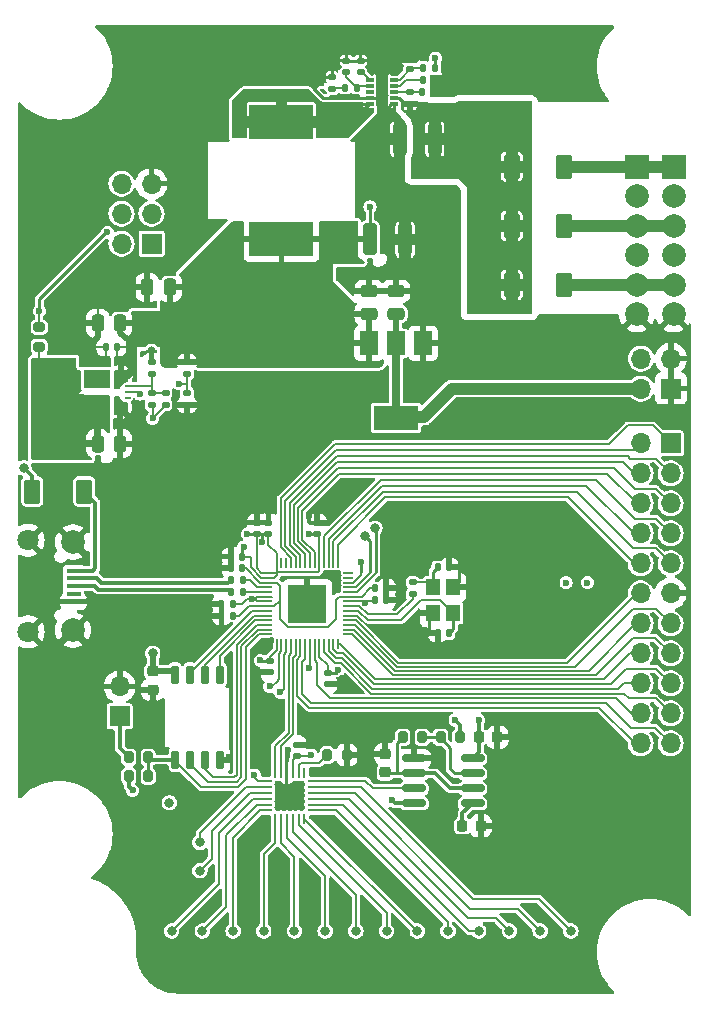
<source format=gtl>
%TF.GenerationSoftware,KiCad,Pcbnew,7.0.9*%
%TF.CreationDate,2025-04-01T16:19:29-06:00*%
%TF.ProjectId,Power_Supply_Brain,506f7765-725f-4537-9570-706c795f4272,rev?*%
%TF.SameCoordinates,Original*%
%TF.FileFunction,Copper,L1,Top*%
%TF.FilePolarity,Positive*%
%FSLAX46Y46*%
G04 Gerber Fmt 4.6, Leading zero omitted, Abs format (unit mm)*
G04 Created by KiCad (PCBNEW 7.0.9) date 2025-04-01 16:19:29*
%MOMM*%
%LPD*%
G01*
G04 APERTURE LIST*
G04 Aperture macros list*
%AMRoundRect*
0 Rectangle with rounded corners*
0 $1 Rounding radius*
0 $2 $3 $4 $5 $6 $7 $8 $9 X,Y pos of 4 corners*
0 Add a 4 corners polygon primitive as box body*
4,1,4,$2,$3,$4,$5,$6,$7,$8,$9,$2,$3,0*
0 Add four circle primitives for the rounded corners*
1,1,$1+$1,$2,$3*
1,1,$1+$1,$4,$5*
1,1,$1+$1,$6,$7*
1,1,$1+$1,$8,$9*
0 Add four rect primitives between the rounded corners*
20,1,$1+$1,$2,$3,$4,$5,0*
20,1,$1+$1,$4,$5,$6,$7,0*
20,1,$1+$1,$6,$7,$8,$9,0*
20,1,$1+$1,$8,$9,$2,$3,0*%
G04 Aperture macros list end*
%TA.AperFunction,SMDPad,CuDef*%
%ADD10RoundRect,0.140000X0.170000X-0.140000X0.170000X0.140000X-0.170000X0.140000X-0.170000X-0.140000X0*%
%TD*%
%TA.AperFunction,SMDPad,CuDef*%
%ADD11RoundRect,0.140000X0.140000X0.170000X-0.140000X0.170000X-0.140000X-0.170000X0.140000X-0.170000X0*%
%TD*%
%TA.AperFunction,SMDPad,CuDef*%
%ADD12RoundRect,0.250000X-0.250000X-0.475000X0.250000X-0.475000X0.250000X0.475000X-0.250000X0.475000X0*%
%TD*%
%TA.AperFunction,SMDPad,CuDef*%
%ADD13RoundRect,0.050000X0.050000X-0.387500X0.050000X0.387500X-0.050000X0.387500X-0.050000X-0.387500X0*%
%TD*%
%TA.AperFunction,SMDPad,CuDef*%
%ADD14RoundRect,0.050000X0.387500X-0.050000X0.387500X0.050000X-0.387500X0.050000X-0.387500X-0.050000X0*%
%TD*%
%TA.AperFunction,ComponentPad*%
%ADD15C,0.500000*%
%TD*%
%TA.AperFunction,SMDPad,CuDef*%
%ADD16R,3.200000X3.200000*%
%TD*%
%TA.AperFunction,SMDPad,CuDef*%
%ADD17RoundRect,0.250000X0.250000X0.475000X-0.250000X0.475000X-0.250000X-0.475000X0.250000X-0.475000X0*%
%TD*%
%TA.AperFunction,SMDPad,CuDef*%
%ADD18RoundRect,0.135000X0.185000X-0.135000X0.185000X0.135000X-0.185000X0.135000X-0.185000X-0.135000X0*%
%TD*%
%TA.AperFunction,SMDPad,CuDef*%
%ADD19RoundRect,0.225000X-0.250000X0.225000X-0.250000X-0.225000X0.250000X-0.225000X0.250000X0.225000X0*%
%TD*%
%TA.AperFunction,SMDPad,CuDef*%
%ADD20RoundRect,0.150000X0.150000X-0.650000X0.150000X0.650000X-0.150000X0.650000X-0.150000X-0.650000X0*%
%TD*%
%TA.AperFunction,SMDPad,CuDef*%
%ADD21RoundRect,0.225000X0.250000X-0.225000X0.250000X0.225000X-0.250000X0.225000X-0.250000X-0.225000X0*%
%TD*%
%TA.AperFunction,SMDPad,CuDef*%
%ADD22RoundRect,0.135000X-0.135000X-0.185000X0.135000X-0.185000X0.135000X0.185000X-0.135000X0.185000X0*%
%TD*%
%TA.AperFunction,SMDPad,CuDef*%
%ADD23RoundRect,0.200000X0.200000X0.275000X-0.200000X0.275000X-0.200000X-0.275000X0.200000X-0.275000X0*%
%TD*%
%TA.AperFunction,SMDPad,CuDef*%
%ADD24RoundRect,0.250000X0.475000X-0.250000X0.475000X0.250000X-0.475000X0.250000X-0.475000X-0.250000X0*%
%TD*%
%TA.AperFunction,ComponentPad*%
%ADD25R,1.700000X1.700000*%
%TD*%
%TA.AperFunction,ComponentPad*%
%ADD26O,1.700000X1.700000*%
%TD*%
%TA.AperFunction,SMDPad,CuDef*%
%ADD27R,1.500000X2.000000*%
%TD*%
%TA.AperFunction,SMDPad,CuDef*%
%ADD28R,3.800000X2.000000*%
%TD*%
%TA.AperFunction,SMDPad,CuDef*%
%ADD29RoundRect,0.250000X-0.450000X-0.800000X0.450000X-0.800000X0.450000X0.800000X-0.450000X0.800000X0*%
%TD*%
%TA.AperFunction,SMDPad,CuDef*%
%ADD30RoundRect,0.135000X0.135000X0.185000X-0.135000X0.185000X-0.135000X-0.185000X0.135000X-0.185000X0*%
%TD*%
%TA.AperFunction,SMDPad,CuDef*%
%ADD31RoundRect,0.200000X-0.200000X-0.275000X0.200000X-0.275000X0.200000X0.275000X-0.200000X0.275000X0*%
%TD*%
%TA.AperFunction,SMDPad,CuDef*%
%ADD32R,1.300000X0.450000*%
%TD*%
%TA.AperFunction,ComponentPad*%
%ADD33C,1.800000*%
%TD*%
%TA.AperFunction,ComponentPad*%
%ADD34C,2.000000*%
%TD*%
%TA.AperFunction,SMDPad,CuDef*%
%ADD35RoundRect,0.140000X-0.140000X-0.170000X0.140000X-0.170000X0.140000X0.170000X-0.140000X0.170000X0*%
%TD*%
%TA.AperFunction,SMDPad,CuDef*%
%ADD36R,1.200000X1.400000*%
%TD*%
%TA.AperFunction,SMDPad,CuDef*%
%ADD37RoundRect,0.135000X-0.185000X0.135000X-0.185000X-0.135000X0.185000X-0.135000X0.185000X0.135000X0*%
%TD*%
%TA.AperFunction,SMDPad,CuDef*%
%ADD38R,5.400000X2.900000*%
%TD*%
%TA.AperFunction,SMDPad,CuDef*%
%ADD39RoundRect,0.250000X-0.325000X-1.100000X0.325000X-1.100000X0.325000X1.100000X-0.325000X1.100000X0*%
%TD*%
%TA.AperFunction,SMDPad,CuDef*%
%ADD40RoundRect,0.200000X0.275000X-0.200000X0.275000X0.200000X-0.275000X0.200000X-0.275000X-0.200000X0*%
%TD*%
%TA.AperFunction,SMDPad,CuDef*%
%ADD41RoundRect,0.250000X0.325000X1.100000X-0.325000X1.100000X-0.325000X-1.100000X0.325000X-1.100000X0*%
%TD*%
%TA.AperFunction,SMDPad,CuDef*%
%ADD42RoundRect,0.140000X-0.170000X0.140000X-0.170000X-0.140000X0.170000X-0.140000X0.170000X0.140000X0*%
%TD*%
%TA.AperFunction,SMDPad,CuDef*%
%ADD43RoundRect,0.225000X0.225000X0.250000X-0.225000X0.250000X-0.225000X-0.250000X0.225000X-0.250000X0*%
%TD*%
%TA.AperFunction,SMDPad,CuDef*%
%ADD44RoundRect,0.150000X-0.825000X-0.150000X0.825000X-0.150000X0.825000X0.150000X-0.825000X0.150000X0*%
%TD*%
%TA.AperFunction,SMDPad,CuDef*%
%ADD45RoundRect,0.062500X-0.375000X-0.062500X0.375000X-0.062500X0.375000X0.062500X-0.375000X0.062500X0*%
%TD*%
%TA.AperFunction,SMDPad,CuDef*%
%ADD46RoundRect,0.062500X-0.062500X-0.375000X0.062500X-0.375000X0.062500X0.375000X-0.062500X0.375000X0*%
%TD*%
%TA.AperFunction,SMDPad,CuDef*%
%ADD47C,1.024989*%
%TD*%
%TA.AperFunction,SMDPad,CuDef*%
%ADD48R,2.300000X1.500000*%
%TD*%
%TA.AperFunction,SMDPad,CuDef*%
%ADD49C,0.991403*%
%TD*%
%TA.AperFunction,SMDPad,CuDef*%
%ADD50R,0.599999X0.220000*%
%TD*%
%TA.AperFunction,ComponentPad*%
%ADD51C,0.499999*%
%TD*%
%TA.AperFunction,SMDPad,CuDef*%
%ADD52RoundRect,0.225000X-0.225000X-0.250000X0.225000X-0.250000X0.225000X0.250000X-0.225000X0.250000X0*%
%TD*%
%TA.AperFunction,SMDPad,CuDef*%
%ADD53RoundRect,0.045000X0.305000X0.105000X-0.305000X0.105000X-0.305000X-0.105000X0.305000X-0.105000X0*%
%TD*%
%TA.AperFunction,SMDPad,CuDef*%
%ADD54RoundRect,0.008000X0.392000X1.032000X-0.392000X1.032000X-0.392000X-1.032000X0.392000X-1.032000X0*%
%TD*%
%TA.AperFunction,ComponentPad*%
%ADD55R,2.000000X2.000000*%
%TD*%
%TA.AperFunction,ViaPad*%
%ADD56C,0.600000*%
%TD*%
%TA.AperFunction,ViaPad*%
%ADD57C,0.800000*%
%TD*%
%TA.AperFunction,Conductor*%
%ADD58C,0.250000*%
%TD*%
%TA.AperFunction,Conductor*%
%ADD59C,0.150000*%
%TD*%
%TA.AperFunction,Conductor*%
%ADD60C,0.500000*%
%TD*%
%TA.AperFunction,Conductor*%
%ADD61C,0.200000*%
%TD*%
%TA.AperFunction,Conductor*%
%ADD62C,0.300000*%
%TD*%
%TA.AperFunction,Conductor*%
%ADD63C,0.350000*%
%TD*%
%TA.AperFunction,Conductor*%
%ADD64C,1.000000*%
%TD*%
%TA.AperFunction,Conductor*%
%ADD65C,0.700000*%
%TD*%
G04 APERTURE END LIST*
D10*
%TO.P,C25,1*%
%TO.N,+3V3*%
X144600000Y-123880000D03*
%TO.P,C25,2*%
%TO.N,GND*%
X144600000Y-122920000D03*
%TD*%
D11*
%TO.P,C14,1,+*%
%TO.N,GND*%
X156260000Y-66650000D03*
%TO.P,C14,2,-*%
%TO.N,Net-(C14--)*%
X155300000Y-66650000D03*
%TD*%
D12*
%TO.P,C33,1*%
%TO.N,+3V3*%
X127750000Y-97450000D03*
%TO.P,C33,2*%
%TO.N,GND*%
X129650000Y-97450000D03*
%TD*%
D11*
%TO.P,C18,1*%
%TO.N,+9V*%
X129380000Y-89250000D03*
%TO.P,C18,2*%
%TO.N,GND*%
X128420000Y-89250000D03*
%TD*%
D13*
%TO.P,U2,1,IOVDD*%
%TO.N,+3V3*%
X142900000Y-114437500D03*
%TO.P,U2,2,GPIO0*%
%TO.N,/UART0_TX*%
X143300000Y-114437500D03*
%TO.P,U2,3,GPIO1*%
%TO.N,/UART0_RX*%
X143700000Y-114437500D03*
%TO.P,U2,4,GPIO2*%
%TO.N,LED_CLK*%
X144100000Y-114437500D03*
%TO.P,U2,5,GPIO3*%
%TO.N,LED_SDI*%
X144500000Y-114437500D03*
%TO.P,U2,6,GPIO4*%
%TO.N,I2C0_SDA*%
X144900000Y-114437500D03*
%TO.P,U2,7,GPIO5*%
%TO.N,I2C0_SCL*%
X145300000Y-114437500D03*
%TO.P,U2,8,GPIO6*%
%TO.N,LED_EN*%
X145700000Y-114437500D03*
%TO.P,U2,9,GPIO7*%
%TO.N,PGD_B3*%
X146100000Y-114437500D03*
%TO.P,U2,10,IOVDD*%
%TO.N,+3V3*%
X146500000Y-114437500D03*
%TO.P,U2,11,GPIO8*%
%TO.N,EN_B3*%
X146900000Y-114437500D03*
%TO.P,U2,12,GPIO9*%
%TO.N,PGD_B2*%
X147300000Y-114437500D03*
%TO.P,U2,13,GPIO10*%
%TO.N,EN_B2*%
X147700000Y-114437500D03*
%TO.P,U2,14,GPIO11*%
%TO.N,PGD_B1*%
X148100000Y-114437500D03*
D14*
%TO.P,U2,15,GPIO12*%
%TO.N,EN_B1*%
X148937500Y-113600000D03*
%TO.P,U2,16,GPIO13*%
%TO.N,ALRT_B1*%
X148937500Y-113200000D03*
%TO.P,U2,17,GPIO14*%
%TO.N,ALRT_B2*%
X148937500Y-112800000D03*
%TO.P,U2,18,GPIO15*%
%TO.N,ALRT_B3*%
X148937500Y-112400000D03*
%TO.P,U2,19,TESTEN*%
%TO.N,GND*%
X148937500Y-112000000D03*
%TO.P,U2,20,XIN*%
%TO.N,/XIN*%
X148937500Y-111600000D03*
%TO.P,U2,21,XOUT*%
%TO.N,/XOUT*%
X148937500Y-111200000D03*
%TO.P,U2,22,IOVDD*%
%TO.N,+3V3*%
X148937500Y-110800000D03*
%TO.P,U2,23,DVDD*%
%TO.N,+1V1*%
X148937500Y-110400000D03*
%TO.P,U2,24,SWCLK*%
%TO.N,/SWCLK*%
X148937500Y-110000000D03*
%TO.P,U2,25,SWD*%
%TO.N,/SWD*%
X148937500Y-109600000D03*
%TO.P,U2,26,RUN*%
%TO.N,Net-(U2-RUN)*%
X148937500Y-109200000D03*
%TO.P,U2,27,GPIO16*%
%TO.N,unconnected-(U2-GPIO16-Pad27)*%
X148937500Y-108800000D03*
%TO.P,U2,28,GPIO17*%
%TO.N,unconnected-(U2-GPIO17-Pad28)*%
X148937500Y-108400000D03*
D13*
%TO.P,U2,29,GPIO18*%
%TO.N,ADC1_RDY*%
X148100000Y-107562500D03*
%TO.P,U2,30,GPIO19*%
%TO.N,ADC2_RDY*%
X147700000Y-107562500D03*
%TO.P,U2,31,GPIO20*%
%TO.N,PGD_AUX1*%
X147300000Y-107562500D03*
%TO.P,U2,32,GPIO21*%
%TO.N,EN_AUX_1*%
X146900000Y-107562500D03*
%TO.P,U2,33,IOVDD*%
%TO.N,+3V3*%
X146500000Y-107562500D03*
%TO.P,U2,34,GPIO22*%
%TO.N,PGD_AUX2*%
X146100000Y-107562500D03*
%TO.P,U2,35,GPIO23*%
%TO.N,EN_AUX_2*%
X145700000Y-107562500D03*
%TO.P,U2,36,GPIO24*%
%TO.N,PGD_AUX3*%
X145300000Y-107562500D03*
%TO.P,U2,37,GPIO25*%
%TO.N,EN_AUX_3*%
X144900000Y-107562500D03*
%TO.P,U2,38,GPIO26_ADC0*%
%TO.N,I2C1_SDA*%
X144500000Y-107562500D03*
%TO.P,U2,39,GPIO27_ADC1*%
%TO.N,I2C1_SCL*%
X144100000Y-107562500D03*
%TO.P,U2,40,GPIO28_ADC2*%
%TO.N,unconnected-(U2-GPIO28_ADC2-Pad40)*%
X143700000Y-107562500D03*
%TO.P,U2,41,GPIO29_ADC3*%
%TO.N,unconnected-(U2-GPIO29_ADC3-Pad41)*%
X143300000Y-107562500D03*
%TO.P,U2,42,IOVDD*%
%TO.N,+3V3*%
X142900000Y-107562500D03*
D14*
%TO.P,U2,43,ADC_AVDD*%
X142062500Y-108400000D03*
%TO.P,U2,44,VREG_IN*%
X142062500Y-108800000D03*
%TO.P,U2,45,VREG_VOUT*%
%TO.N,+1V1*%
X142062500Y-109200000D03*
%TO.P,U2,46,USB_DM*%
%TO.N,Net-(U2-USB_DM)*%
X142062500Y-109600000D03*
%TO.P,U2,47,USB_DP*%
%TO.N,Net-(U2-USB_DP)*%
X142062500Y-110000000D03*
%TO.P,U2,48,USB_VDD*%
%TO.N,+3V3*%
X142062500Y-110400000D03*
%TO.P,U2,49,IOVDD*%
X142062500Y-110800000D03*
%TO.P,U2,50,DVDD*%
%TO.N,+1V1*%
X142062500Y-111200000D03*
%TO.P,U2,51,QSPI_SD3*%
%TO.N,/QSPI_SD3*%
X142062500Y-111600000D03*
%TO.P,U2,52,QSPI_SCLK*%
%TO.N,/QSPI_SCLK*%
X142062500Y-112000000D03*
%TO.P,U2,53,QSPI_SD0*%
%TO.N,/QSPI_SD0*%
X142062500Y-112400000D03*
%TO.P,U2,54,QSPI_SD2*%
%TO.N,/QSPI_SD2*%
X142062500Y-112800000D03*
%TO.P,U2,55,QSPI_SD1*%
%TO.N,/QSPI_SD1*%
X142062500Y-113200000D03*
%TO.P,U2,56,QSPI_SS*%
%TO.N,/QSPI_SS*%
X142062500Y-113600000D03*
D15*
%TO.P,U2,57,GND*%
%TO.N,GND*%
X144150000Y-112350000D03*
X146850000Y-112350000D03*
D16*
X145500000Y-111000000D03*
D15*
X144150000Y-109650000D03*
X146850000Y-109650000D03*
%TD*%
D17*
%TO.P,C15,1*%
%TO.N,+9V*%
X133850000Y-84200000D03*
%TO.P,C15,2*%
%TO.N,GND*%
X131950000Y-84200000D03*
%TD*%
D11*
%TO.P,C7,1*%
%TO.N,+3V3*%
X139180000Y-111000000D03*
%TO.P,C7,2*%
%TO.N,GND*%
X138220000Y-111000000D03*
%TD*%
D10*
%TO.P,C3,1*%
%TO.N,+3V3*%
X146325000Y-105105000D03*
%TO.P,C3,2*%
%TO.N,GND*%
X146325000Y-104145000D03*
%TD*%
D18*
%TO.P,R27,1*%
%TO.N,/XOUT*%
X154400000Y-110210000D03*
%TO.P,R27,2*%
%TO.N,Net-(C21-Pad1)*%
X154400000Y-109190000D03*
%TD*%
D19*
%TO.P,C19,1*%
%TO.N,+3V3*%
X132400000Y-116725000D03*
%TO.P,C19,2*%
%TO.N,GND*%
X132400000Y-118275000D03*
%TD*%
D20*
%TO.P,U4,1,~{CS}*%
%TO.N,/QSPI_SS*%
X134295000Y-124200000D03*
%TO.P,U4,2,DO(IO1)*%
%TO.N,/QSPI_SD1*%
X135565000Y-124200000D03*
%TO.P,U4,3,IO2*%
%TO.N,/QSPI_SD2*%
X136835000Y-124200000D03*
%TO.P,U4,4,GND*%
%TO.N,GND*%
X138105000Y-124200000D03*
%TO.P,U4,5,DI(IO0)*%
%TO.N,/QSPI_SD0*%
X138105000Y-117000000D03*
%TO.P,U4,6,CLK*%
%TO.N,/QSPI_SCLK*%
X136835000Y-117000000D03*
%TO.P,U4,7,IO3*%
%TO.N,/QSPI_SD3*%
X135565000Y-117000000D03*
%TO.P,U4,8,VCC*%
%TO.N,+3V3*%
X134295000Y-117000000D03*
%TD*%
D18*
%TO.P,R35,1*%
%TO.N,Net-(U3-FB)*%
X132300000Y-91560000D03*
%TO.P,R35,2*%
%TO.N,GND*%
X132300000Y-90540000D03*
%TD*%
D10*
%TO.P,C32,1*%
%TO.N,+3V3*%
X133500000Y-94130000D03*
%TO.P,C32,2*%
%TO.N,Net-(U3-FB)*%
X133500000Y-93170000D03*
%TD*%
%TO.P,C1,1*%
%TO.N,+3V3*%
X141200000Y-105080000D03*
%TO.P,C1,2*%
%TO.N,GND*%
X141200000Y-104120000D03*
%TD*%
D21*
%TO.P,C27,1*%
%TO.N,/LED Matrix/THR{slash}TR*%
X152095000Y-125275000D03*
%TO.P,C27,2*%
%TO.N,GND*%
X152095000Y-123725000D03*
%TD*%
D22*
%TO.P,R15,1*%
%TO.N,Net-(U1-EN{slash}UVLO)*%
X155190000Y-67700000D03*
%TO.P,R15,2*%
%TO.N,GND*%
X156210000Y-67700000D03*
%TD*%
D23*
%TO.P,R31,1*%
%TO.N,GND*%
X148825000Y-123800000D03*
%TO.P,R31,2*%
%TO.N,Net-(U6-R-EXT)*%
X147175000Y-123800000D03*
%TD*%
D18*
%TO.P,R14,1*%
%TO.N,/MCU_REG_IN*%
X154200000Y-68710000D03*
%TO.P,R14,2*%
%TO.N,Net-(U1-EN{slash}UVLO)*%
X154200000Y-67690000D03*
%TD*%
D24*
%TO.P,C23,1*%
%TO.N,+5V*%
X153000000Y-86450000D03*
%TO.P,C23,2*%
%TO.N,GND*%
X153000000Y-84550000D03*
%TD*%
D25*
%TO.P,J1,1,Pin_1*%
%TO.N,/UART0_RX*%
X132300000Y-80500000D03*
D26*
%TO.P,J1,2,Pin_2*%
%TO.N,/UART0_TX*%
X129760000Y-80500000D03*
%TO.P,J1,3,Pin_3*%
%TO.N,/SWD*%
X132300000Y-77960000D03*
%TO.P,J1,4,Pin_4*%
%TO.N,+3V3*%
X129760000Y-77960000D03*
%TO.P,J1,5,Pin_5*%
%TO.N,GND*%
X132300000Y-75420000D03*
%TO.P,J1,6,Pin_6*%
%TO.N,/SWCLK*%
X129760000Y-75420000D03*
%TD*%
D27*
%TO.P,U5,1,GND*%
%TO.N,GND*%
X155300000Y-88950000D03*
%TO.P,U5,2,VO*%
%TO.N,+5V*%
X153000000Y-88950000D03*
D28*
X153000000Y-95250000D03*
D27*
%TO.P,U5,3,VI*%
%TO.N,+9V*%
X150700000Y-88950000D03*
%TD*%
D11*
%TO.P,C20,1*%
%TO.N,/XIN*%
X157480000Y-113500000D03*
%TO.P,C20,2*%
%TO.N,GND*%
X156520000Y-113500000D03*
%TD*%
D29*
%TO.P,D3,1,K*%
%TO.N,/MCU_REG_IN*%
X162800000Y-84000000D03*
%TO.P,D3,2,A*%
%TO.N,VIN_B3*%
X167200000Y-84000000D03*
%TD*%
D11*
%TO.P,C10,1*%
%TO.N,+1V1*%
X139180000Y-112000000D03*
%TO.P,C10,2*%
%TO.N,GND*%
X138220000Y-112000000D03*
%TD*%
D30*
%TO.P,R13,1*%
%TO.N,+9V*%
X156310000Y-65600000D03*
%TO.P,R13,2*%
%TO.N,Net-(U1-FB{slash}VO)*%
X155290000Y-65600000D03*
%TD*%
D10*
%TO.P,C2,1*%
%TO.N,+3V3*%
X142200000Y-105080000D03*
%TO.P,C2,2*%
%TO.N,GND*%
X142200000Y-104120000D03*
%TD*%
D31*
%TO.P,R24,1*%
%TO.N,+3V3*%
X130375000Y-125600000D03*
%TO.P,R24,2*%
%TO.N,/QSPI_SS*%
X132025000Y-125600000D03*
%TD*%
D18*
%TO.P,R34,1*%
%TO.N,+3V3*%
X132300000Y-94160000D03*
%TO.P,R34,2*%
%TO.N,Net-(U3-FB)*%
X132300000Y-93140000D03*
%TD*%
D32*
%TO.P,J3,1,VBUS*%
%TO.N,Net-(D4-A)*%
X125700000Y-108200000D03*
%TO.P,J3,2,D-*%
%TO.N,/USB_D_N*%
X125700000Y-108850000D03*
%TO.P,J3,3,D+*%
%TO.N,/USB_D_P*%
X125700000Y-109500000D03*
%TO.P,J3,4,ID*%
%TO.N,unconnected-(J3-ID-Pad4)*%
X125700000Y-110150000D03*
%TO.P,J3,5,GND*%
%TO.N,GND*%
X125700000Y-110800000D03*
D33*
%TO.P,J3,6,Shield*%
X121850000Y-105625000D03*
D34*
X125650000Y-105775000D03*
X125650000Y-113225000D03*
D33*
X121850000Y-113375000D03*
%TD*%
D35*
%TO.P,C4,1*%
%TO.N,+3V3*%
X151220000Y-110700000D03*
%TO.P,C4,2*%
%TO.N,GND*%
X152180000Y-110700000D03*
%TD*%
D30*
%TO.P,R21,1*%
%TO.N,Net-(U1-NC{slash}COMP)*%
X149710000Y-67300000D03*
%TO.P,R21,2*%
%TO.N,Net-(C31-Pad1)*%
X148690000Y-67300000D03*
%TD*%
D23*
%TO.P,R20,1*%
%TO.N,Net-(U7-DIS)*%
X155225000Y-122300000D03*
%TO.P,R20,2*%
%TO.N,/LED Matrix/THR{slash}TR*%
X153575000Y-122300000D03*
%TD*%
D36*
%TO.P,Y1,1,1*%
%TO.N,/XIN*%
X157850000Y-111800000D03*
%TO.P,Y1,2,3*%
%TO.N,GND*%
X157850000Y-109600000D03*
%TO.P,Y1,3*%
%TO.N,Net-(C21-Pad1)*%
X156150000Y-109600000D03*
%TO.P,Y1,4*%
%TO.N,GND*%
X156150000Y-111800000D03*
%TD*%
D37*
%TO.P,R32,1*%
%TO.N,+9V*%
X135300000Y-90540000D03*
%TO.P,R32,2*%
%TO.N,Net-(U3-EN)*%
X135300000Y-91560000D03*
%TD*%
%TO.P,R33,1*%
%TO.N,Net-(U3-EN)*%
X135300000Y-93140000D03*
%TO.P,R33,2*%
%TO.N,GND*%
X135300000Y-94160000D03*
%TD*%
D35*
%TO.P,C21,1*%
%TO.N,Net-(C21-Pad1)*%
X156520000Y-107900000D03*
%TO.P,C21,2*%
%TO.N,GND*%
X157480000Y-107900000D03*
%TD*%
D24*
%TO.P,C22,1*%
%TO.N,+9V*%
X150700000Y-86450000D03*
%TO.P,C22,2*%
%TO.N,GND*%
X150700000Y-84550000D03*
%TD*%
D22*
%TO.P,R5,1*%
%TO.N,/USB_D_N*%
X138990000Y-109000000D03*
%TO.P,R5,2*%
%TO.N,Net-(U2-USB_DM)*%
X140010000Y-109000000D03*
%TD*%
D38*
%TO.P,L1,1,1*%
%TO.N,/+12V_LX*%
X143300000Y-70200000D03*
%TO.P,L1,2,2*%
%TO.N,+9V*%
X143300000Y-80100000D03*
%TD*%
D10*
%TO.P,C30,1*%
%TO.N,Net-(U1-NC{slash}COMP)*%
X148800000Y-65980000D03*
%TO.P,C30,2*%
%TO.N,GND*%
X148800000Y-65020000D03*
%TD*%
D29*
%TO.P,D4,1,K*%
%TO.N,/MCU_REG_IN*%
X122200000Y-101505000D03*
%TO.P,D4,2,A*%
%TO.N,Net-(D4-A)*%
X126600000Y-101505000D03*
%TD*%
D39*
%TO.P,C13,1,+*%
%TO.N,GND*%
X153325000Y-71650000D03*
%TO.P,C13,2,-*%
%TO.N,/MCU_REG_IN*%
X156275000Y-71650000D03*
%TD*%
D18*
%TO.P,R16,1*%
%TO.N,Net-(U1-FB{slash}VO)*%
X154200000Y-65710000D03*
%TO.P,R16,2*%
%TO.N,GND*%
X154200000Y-64690000D03*
%TD*%
D40*
%TO.P,R18,1*%
%TO.N,+3V3*%
X122800000Y-89225000D03*
%TO.P,R18,2*%
%TO.N,Net-(U2-RUN)*%
X122800000Y-87575000D03*
%TD*%
D41*
%TO.P,C12,1,+*%
%TO.N,GND*%
X153775000Y-80150000D03*
%TO.P,C12,2,-*%
%TO.N,+9V*%
X150825000Y-80150000D03*
%TD*%
D23*
%TO.P,R19,1*%
%TO.N,+3V3*%
X158425000Y-122300000D03*
%TO.P,R19,2*%
%TO.N,Net-(U7-DIS)*%
X156775000Y-122300000D03*
%TD*%
D42*
%TO.P,C5,1*%
%TO.N,+3V3*%
X147200000Y-116820000D03*
%TO.P,C5,2*%
%TO.N,GND*%
X147200000Y-117780000D03*
%TD*%
D23*
%TO.P,R25,1*%
%TO.N,/QSPI_SS*%
X132025000Y-124000000D03*
%TO.P,R25,2*%
%TO.N,/~{USB_BOOT}*%
X130375000Y-124000000D03*
%TD*%
D43*
%TO.P,C28,1*%
%TO.N,GND*%
X160175000Y-129800000D03*
%TO.P,C28,2*%
%TO.N,Net-(U7-CV)*%
X158625000Y-129800000D03*
%TD*%
D42*
%TO.P,C16,1,+*%
%TO.N,GND*%
X150000000Y-65020000D03*
%TO.P,C16,2,-*%
%TO.N,Net-(C16--)*%
X150000000Y-65980000D03*
%TD*%
D11*
%TO.P,C9,1*%
%TO.N,+1V1*%
X139980000Y-108000000D03*
%TO.P,C9,2*%
%TO.N,GND*%
X139020000Y-108000000D03*
%TD*%
D22*
%TO.P,R4,1*%
%TO.N,/USB_D_P*%
X138990000Y-110000000D03*
%TO.P,R4,2*%
%TO.N,Net-(U2-USB_DP)*%
X140010000Y-110000000D03*
%TD*%
D44*
%TO.P,U7,1,GND*%
%TO.N,GND*%
X154525000Y-124095000D03*
%TO.P,U7,2,TR*%
%TO.N,/LED Matrix/THR{slash}TR*%
X154525000Y-125365000D03*
%TO.P,U7,3,Q*%
%TO.N,/LED Matrix/PWCLK*%
X154525000Y-126635000D03*
%TO.P,U7,4,R*%
%TO.N,+3V3*%
X154525000Y-127905000D03*
%TO.P,U7,5,CV*%
%TO.N,Net-(U7-CV)*%
X159475000Y-127905000D03*
%TO.P,U7,6,THR*%
%TO.N,/LED Matrix/THR{slash}TR*%
X159475000Y-126635000D03*
%TO.P,U7,7,DIS*%
%TO.N,Net-(U7-DIS)*%
X159475000Y-125365000D03*
%TO.P,U7,8,VCC*%
%TO.N,+3V3*%
X159475000Y-124095000D03*
%TD*%
D10*
%TO.P,C31,1*%
%TO.N,Net-(C31-Pad1)*%
X147600000Y-67380000D03*
%TO.P,C31,2*%
%TO.N,GND*%
X147600000Y-66420000D03*
%TD*%
D25*
%TO.P,J4,1,Pin_1*%
%TO.N,/~{USB_BOOT}*%
X129600000Y-120540000D03*
D26*
%TO.P,J4,2,Pin_2*%
%TO.N,GND*%
X129600000Y-118000000D03*
%TD*%
D45*
%TO.P,U6,1,LE*%
%TO.N,LED_EN*%
X142062500Y-126000000D03*
%TO.P,U6,2,OUT0*%
%TO.N,Net-(D5-K)*%
X142062500Y-126500000D03*
%TO.P,U6,3,OUT1*%
%TO.N,Net-(D6-K)*%
X142062500Y-127000000D03*
%TO.P,U6,4,OUT2*%
%TO.N,Net-(D7-K)*%
X142062500Y-127500000D03*
%TO.P,U6,5,OUT3*%
%TO.N,Net-(D8-K)*%
X142062500Y-128000000D03*
%TO.P,U6,6,OUT4*%
%TO.N,Net-(D9-K)*%
X142062500Y-128500000D03*
D46*
%TO.P,U6,7,OUT5*%
%TO.N,Net-(D10-K)*%
X142750000Y-129187500D03*
%TO.P,U6,8,OUT6*%
%TO.N,Net-(D11-K)*%
X143250000Y-129187500D03*
%TO.P,U6,9,OUT7*%
%TO.N,Net-(D12-K)*%
X143750000Y-129187500D03*
%TO.P,U6,10,OUT8*%
%TO.N,Net-(D13-K)*%
X144250000Y-129187500D03*
%TO.P,U6,11,OUT9*%
%TO.N,Net-(D14-K)*%
X144750000Y-129187500D03*
%TO.P,U6,12,OUT10*%
%TO.N,Net-(D15-K)*%
X145250000Y-129187500D03*
D45*
%TO.P,U6,13,OUT11*%
%TO.N,Net-(D16-K)*%
X145937500Y-128500000D03*
%TO.P,U6,14,OUT12*%
%TO.N,Net-(D17-K)*%
X145937500Y-128000000D03*
%TO.P,U6,15,OUT13*%
%TO.N,Net-(D18-K)*%
X145937500Y-127500000D03*
%TO.P,U6,16,OUT14*%
%TO.N,Net-(D19-K)*%
X145937500Y-127000000D03*
%TO.P,U6,17,OUT15*%
%TO.N,Net-(D20-K)*%
X145937500Y-126500000D03*
%TO.P,U6,18,PWCLK*%
%TO.N,/LED Matrix/PWCLK*%
X145937500Y-126000000D03*
D46*
%TO.P,U6,19,SDO*%
%TO.N,/LED Matrix/SDO*%
X145250000Y-125312500D03*
%TO.P,U6,20,R-EXT*%
%TO.N,Net-(U6-R-EXT)*%
X144750000Y-125312500D03*
%TO.P,U6,21,VDD*%
%TO.N,+3V3*%
X144250000Y-125312500D03*
%TO.P,U6,22,GND*%
%TO.N,GND*%
X143750000Y-125312500D03*
%TO.P,U6,23,SDI*%
%TO.N,LED_SDI*%
X143250000Y-125312500D03*
%TO.P,U6,24,CLK*%
%TO.N,LED_CLK*%
X142750000Y-125312500D03*
%TD*%
D29*
%TO.P,D1,1,K*%
%TO.N,/MCU_REG_IN*%
X162800000Y-74000000D03*
%TO.P,D1,2,A*%
%TO.N,VIN_B1*%
X167200000Y-74000000D03*
%TD*%
D11*
%TO.P,C8,1*%
%TO.N,+3V3*%
X139980000Y-107000000D03*
%TO.P,C8,2*%
%TO.N,GND*%
X139020000Y-107000000D03*
%TD*%
D47*
%TO.P,U3,1,VIN*%
%TO.N,+9V*%
X129687499Y-91787501D03*
D48*
%TO.P,U3,2,SW*%
%TO.N,N/C*%
X127700000Y-91950000D03*
%TO.P,U3,3,VOUT*%
%TO.N,+3V3*%
X127700000Y-94250000D03*
D49*
%TO.P,U3,4,PGND*%
%TO.N,GND*%
X129650778Y-94381405D03*
D50*
%TO.P,U3,5,PG*%
%TO.N,unconnected-(U3-PG-Pad5)*%
X130274999Y-93599999D03*
%TO.P,U3,6,EN*%
%TO.N,Net-(U3-EN)*%
X130274999Y-93100000D03*
%TO.P,U3,7,FB*%
%TO.N,Net-(U3-FB)*%
X130274999Y-92600001D03*
D51*
%TO.P,U3,8*%
%TO.N,N/C*%
X128209999Y-91450001D03*
%TO.P,U3,9*%
X127710000Y-91450001D03*
%TO.P,U3,10*%
X127210001Y-91450001D03*
%TO.P,U3,11*%
%TO.N,+3V3*%
X128209999Y-94749999D03*
%TO.P,U3,12*%
X127710000Y-94749999D03*
%TO.P,U3,13*%
X127210001Y-94749999D03*
%TO.P,U3,14*%
%TO.N,N/C*%
X128209999Y-92449999D03*
%TO.P,U3,15*%
X127710000Y-92449999D03*
%TO.P,U3,16*%
X127210001Y-92449999D03*
%TO.P,U3,17*%
%TO.N,+3V3*%
X128209999Y-93750001D03*
%TO.P,U3,18*%
X127710000Y-93750001D03*
%TO.P,U3,19*%
X127210001Y-93750001D03*
%TD*%
D17*
%TO.P,C17,1*%
%TO.N,+9V*%
X129650000Y-87250000D03*
%TO.P,C17,2*%
%TO.N,GND*%
X127750000Y-87250000D03*
%TD*%
D52*
%TO.P,C29,1*%
%TO.N,+3V3*%
X160025000Y-122300000D03*
%TO.P,C29,2*%
%TO.N,GND*%
X161575000Y-122300000D03*
%TD*%
D53*
%TO.P,U1,1,PGND*%
%TO.N,GND*%
X152800000Y-68650000D03*
%TO.P,U1,2,VIN*%
%TO.N,/MCU_REG_IN*%
X152800000Y-68150000D03*
%TO.P,U1,3,EN/UVLO*%
%TO.N,Net-(U1-EN{slash}UVLO)*%
X152800000Y-67650000D03*
%TO.P,U1,4,VCC*%
%TO.N,Net-(C14--)*%
X152800000Y-67150000D03*
%TO.P,U1,5,FB/VO*%
%TO.N,Net-(U1-FB{slash}VO)*%
X152800000Y-66650000D03*
%TO.P,U1,6,SS*%
%TO.N,Net-(C16--)*%
X150820000Y-66650000D03*
%TO.P,U1,7,NC/COMP*%
%TO.N,Net-(U1-NC{slash}COMP)*%
X150820000Y-67150000D03*
%TO.P,U1,8,RESET*%
%TO.N,MCU_V_RESET*%
X150820000Y-67650000D03*
D54*
%TO.P,U1,9,GND*%
%TO.N,GND*%
X151810000Y-67650000D03*
D53*
X150820000Y-68150000D03*
%TO.P,U1,10,LX*%
%TO.N,/+12V_LX*%
X150820000Y-68650000D03*
%TD*%
D29*
%TO.P,D2,1,K*%
%TO.N,/MCU_REG_IN*%
X162800000Y-79000000D03*
%TO.P,D2,2,A*%
%TO.N,VIN_B2*%
X167200000Y-79000000D03*
%TD*%
D35*
%TO.P,C11,1*%
%TO.N,+1V1*%
X151220000Y-109700000D03*
%TO.P,C11,2*%
%TO.N,GND*%
X152180000Y-109700000D03*
%TD*%
D42*
%TO.P,C6,1*%
%TO.N,+3V3*%
X142300000Y-115845000D03*
%TO.P,C6,2*%
%TO.N,GND*%
X142300000Y-116805000D03*
%TD*%
D25*
%TO.P,J2,1,Pin_1*%
%TO.N,GND*%
X176275000Y-92775000D03*
D26*
%TO.P,J2,2,Pin_2*%
X176275000Y-90235000D03*
%TO.P,J2,3,Pin_3*%
%TO.N,+5V*%
X173735000Y-92775000D03*
%TO.P,J2,4,Pin_4*%
%TO.N,+9V*%
X173735000Y-90235000D03*
%TD*%
D55*
%TO.P,J5,1,Pin_1*%
%TO.N,VIN_B1*%
X176500000Y-74000000D03*
X173400000Y-74000000D03*
D34*
%TO.P,J5,2,Pin_2*%
%TO.N,GND*%
X176500000Y-76500000D03*
X173400000Y-76500000D03*
%TO.P,J5,3,Pin_3*%
%TO.N,VIN_B2*%
X176500000Y-79000000D03*
X173400000Y-79000000D03*
%TO.P,J5,4,Pin_4*%
%TO.N,GND*%
X176500000Y-81500000D03*
X173400000Y-81500000D03*
%TO.P,J5,5,Pin_5*%
%TO.N,VIN_B3*%
X176500000Y-84000000D03*
X173400000Y-84000000D03*
%TO.P,J5,6,Pin_6*%
%TO.N,GND*%
X176500000Y-86500000D03*
X173400000Y-86500000D03*
%TD*%
D25*
%TO.P,J6,1,Pin_1*%
%TO.N,I2C1_SCL*%
X176250000Y-97420000D03*
D26*
%TO.P,J6,2,Pin_2*%
%TO.N,I2C1_SDA*%
X173710000Y-97420000D03*
%TO.P,J6,3,Pin_3*%
%TO.N,EN_AUX_3*%
X176250000Y-99960000D03*
%TO.P,J6,4,Pin_4*%
%TO.N,PGD_AUX3*%
X173710000Y-99960000D03*
%TO.P,J6,5,Pin_5*%
%TO.N,EN_AUX_2*%
X176250000Y-102500000D03*
%TO.P,J6,6,Pin_6*%
%TO.N,PGD_AUX2*%
X173710000Y-102500000D03*
%TO.P,J6,7,Pin_7*%
%TO.N,EN_AUX_1*%
X176250000Y-105040000D03*
%TO.P,J6,8,Pin_8*%
%TO.N,PGD_AUX1*%
X173710000Y-105040000D03*
%TO.P,J6,9,Pin_9*%
%TO.N,ADC2_RDY*%
X176250000Y-107580000D03*
%TO.P,J6,10,Pin_10*%
%TO.N,ADC1_RDY*%
X173710000Y-107580000D03*
%TO.P,J6,11,Pin_11*%
%TO.N,GND*%
X176250000Y-110120000D03*
%TO.P,J6,12,Pin_12*%
%TO.N,ALRT_B3*%
X173710000Y-110120000D03*
%TO.P,J6,13,Pin_13*%
%TO.N,ALRT_B2*%
X176250000Y-112660000D03*
%TO.P,J6,14,Pin_14*%
%TO.N,ALRT_B1*%
X173710000Y-112660000D03*
%TO.P,J6,15,Pin_15*%
%TO.N,EN_B1*%
X176250000Y-115200000D03*
%TO.P,J6,16,Pin_16*%
%TO.N,PGD_B1*%
X173710000Y-115200000D03*
%TO.P,J6,17,Pin_17*%
%TO.N,EN_B2*%
X176250000Y-117740000D03*
%TO.P,J6,18,Pin_18*%
%TO.N,PGD_B2*%
X173710000Y-117740000D03*
%TO.P,J6,19,Pin_19*%
%TO.N,EN_B3*%
X176250000Y-120280000D03*
%TO.P,J6,20,Pin_20*%
%TO.N,PGD_B3*%
X173710000Y-120280000D03*
%TO.P,J6,21,Pin_21*%
%TO.N,I2C0_SCL*%
X176250000Y-122820000D03*
%TO.P,J6,22,Pin_22*%
%TO.N,I2C0_SDA*%
X173710000Y-122820000D03*
%TD*%
D56*
%TO.N,+3V3*%
X158000000Y-120850000D03*
D57*
X125000000Y-95000000D03*
D56*
X141500000Y-115800000D03*
X140800000Y-110600000D03*
D57*
X123000000Y-95000000D03*
D56*
X152650000Y-127650000D03*
X150400000Y-110900000D03*
X130700000Y-126800000D03*
D57*
X123000000Y-91000000D03*
D56*
X145639448Y-105125000D03*
D57*
X123000000Y-93000000D03*
D56*
X140400000Y-105080000D03*
D57*
X125000000Y-93000000D03*
X133800000Y-127849500D03*
D56*
X141690000Y-105800000D03*
X148093767Y-116606233D03*
X128400000Y-95850000D03*
X160000000Y-120850000D03*
D57*
X125000000Y-97500000D03*
D56*
X169200000Y-109200000D03*
X167400000Y-109200000D03*
X132400000Y-95300000D03*
X145800000Y-123800000D03*
D57*
X123000000Y-97500000D03*
D56*
X140100000Y-106200000D03*
D57*
X132400000Y-115200000D03*
X125000000Y-91000000D03*
D56*
%TO.N,GND*%
X151800000Y-69400000D03*
D57*
X140000000Y-64400000D03*
D56*
X153000000Y-109700000D03*
D57*
X144000000Y-64400000D03*
D56*
X140000000Y-102000000D03*
X161350000Y-129800000D03*
D57*
X138000000Y-66400000D03*
X142000000Y-64400000D03*
D56*
X142190000Y-103170000D03*
X141200000Y-117200000D03*
D57*
X142000000Y-66400000D03*
D56*
X145639448Y-103600000D03*
X153100000Y-83000000D03*
X151800000Y-67000000D03*
X137090000Y-111070000D03*
D57*
X136600000Y-129000000D03*
D56*
X138900500Y-124000000D03*
X155300000Y-86600000D03*
D57*
X132400000Y-119400000D03*
D56*
X157700000Y-89000000D03*
X151800000Y-122400000D03*
D57*
X158700000Y-107900000D03*
D56*
X135500000Y-104000000D03*
D57*
X155500000Y-113500000D03*
D56*
X133500000Y-102000000D03*
X137990000Y-106970000D03*
D57*
X130300000Y-84200000D03*
D56*
X148500000Y-117300000D03*
D57*
X140000000Y-66400000D03*
D56*
X137990000Y-107970000D03*
X155000000Y-64500000D03*
X127000000Y-110800000D03*
X157800000Y-67800000D03*
X148800000Y-125000000D03*
X131500000Y-100000000D03*
X125500000Y-86050000D03*
X143891922Y-123394220D03*
X157700000Y-66800000D03*
X141190000Y-103170000D03*
X156400000Y-124000000D03*
X153900000Y-77400000D03*
X145800000Y-123000000D03*
X150900000Y-83100000D03*
D57*
X144000000Y-66400000D03*
D56*
X155100000Y-80000000D03*
X151800000Y-68300000D03*
X137090000Y-112070000D03*
D57*
X138000000Y-64400000D03*
D56*
X151400000Y-113174500D03*
X134400000Y-94150000D03*
X137000000Y-99000000D03*
X161600000Y-123550000D03*
X151800000Y-66100000D03*
X153000000Y-110700000D03*
D57*
X146000000Y-64400000D03*
D56*
X138500000Y-100500000D03*
X132300000Y-89500000D03*
D57*
X146000000Y-66400000D03*
D56*
%TO.N,+9V*%
X149300000Y-80200000D03*
X148100000Y-81200000D03*
X146900000Y-80200000D03*
X156320000Y-64800000D03*
X150800000Y-77400000D03*
X148100000Y-79200000D03*
D57*
%TO.N,/MCU_REG_IN*%
X121500000Y-99500000D03*
X163500000Y-69500000D03*
D56*
%TO.N,/UART0_TX*%
X142300000Y-118000000D03*
D57*
%TO.N,/SWD*%
X150400000Y-105300000D03*
D56*
%TO.N,/UART0_RX*%
X143200000Y-118500000D03*
D57*
%TO.N,/SWCLK*%
X151200000Y-104600000D03*
D56*
%TO.N,Net-(U2-RUN)*%
X128560057Y-79560557D03*
X122800000Y-86200000D03*
X150025000Y-107500000D03*
D57*
%TO.N,Net-(D5-K)*%
X136400000Y-131200000D03*
%TO.N,Net-(D6-K)*%
X136400000Y-133600000D03*
%TO.N,Net-(D7-K)*%
X134000000Y-138700000D03*
%TO.N,Net-(D8-K)*%
X136600000Y-138700000D03*
%TO.N,Net-(D9-K)*%
X139200000Y-138700000D03*
%TO.N,Net-(D10-K)*%
X141800000Y-138700000D03*
%TO.N,Net-(D11-K)*%
X144400000Y-138700000D03*
%TO.N,Net-(D12-K)*%
X147000000Y-138700000D03*
%TO.N,Net-(D13-K)*%
X149600000Y-138700000D03*
%TO.N,Net-(D14-K)*%
X152200000Y-138700000D03*
%TO.N,Net-(D15-K)*%
X154800000Y-138700000D03*
%TO.N,Net-(D16-K)*%
X157400000Y-138700000D03*
%TO.N,Net-(D17-K)*%
X160000000Y-138700000D03*
%TO.N,Net-(D18-K)*%
X162600000Y-138700000D03*
%TO.N,Net-(D19-K)*%
X165200000Y-138700000D03*
%TO.N,Net-(D20-K)*%
X167800000Y-138700000D03*
D56*
%TO.N,Net-(U3-EN)*%
X131300000Y-93250000D03*
X134600000Y-92350000D03*
%TO.N,LED_EN*%
X145599500Y-116400000D03*
X141000000Y-125500000D03*
%TD*%
D58*
%TO.N,+3V3*%
X145639448Y-105125000D02*
X146305000Y-105125000D01*
D59*
X142062500Y-108400000D02*
X142800000Y-108400000D01*
D60*
X134020000Y-116725000D02*
X134295000Y-117000000D01*
X132400000Y-116725000D02*
X134020000Y-116725000D01*
D59*
X142062500Y-110400000D02*
X141213173Y-110400000D01*
X140700000Y-110600000D02*
X140400000Y-110600000D01*
D58*
X141700000Y-105080000D02*
X141200000Y-105080000D01*
X141690000Y-105800000D02*
X141690000Y-105090000D01*
X140100000Y-106200000D02*
X139980000Y-106320000D01*
D59*
X142062500Y-110800000D02*
X141213173Y-110800000D01*
D58*
X147880000Y-116820000D02*
X147200000Y-116820000D01*
D59*
X142900000Y-106700000D02*
X142900000Y-107562500D01*
X142900000Y-108300000D02*
X142900000Y-107562500D01*
X151200000Y-110700000D02*
X151100000Y-110800000D01*
D58*
X148093767Y-116606233D02*
X147880000Y-116820000D01*
D61*
X122800000Y-89225000D02*
X122800000Y-90500000D01*
D59*
X142800000Y-108400000D02*
X142900000Y-108300000D01*
D61*
X128209999Y-94749999D02*
X128209999Y-95659999D01*
D59*
X147200000Y-116200000D02*
X146500000Y-115500000D01*
X142900000Y-114437500D02*
X142900000Y-114900000D01*
X140800000Y-110600000D02*
X140700000Y-110600000D01*
D62*
X158425000Y-122300000D02*
X158425000Y-121275000D01*
D58*
X141690000Y-105090000D02*
X141700000Y-105080000D01*
D59*
X142700000Y-108800000D02*
X142900000Y-108600000D01*
D62*
X160025000Y-122300000D02*
X160025000Y-123545000D01*
X152905000Y-127905000D02*
X152650000Y-127650000D01*
D58*
X142200000Y-105080000D02*
X141700000Y-105080000D01*
D61*
X132400000Y-95300000D02*
X132400000Y-95230000D01*
D59*
X141013173Y-110600000D02*
X140700000Y-110600000D01*
X142900000Y-114900000D02*
X142300000Y-115500000D01*
D62*
X160025000Y-120875000D02*
X160000000Y-120850000D01*
D59*
X151100000Y-110800000D02*
X148937500Y-110800000D01*
D58*
X140400000Y-105080000D02*
X141200000Y-105080000D01*
D59*
X142062500Y-108800000D02*
X142700000Y-108800000D01*
D61*
X144600000Y-123880000D02*
X145720000Y-123880000D01*
D59*
X141213173Y-110800000D02*
X141013173Y-110600000D01*
X142062500Y-108800000D02*
X141600000Y-108800000D01*
X146500000Y-105100000D02*
X146500000Y-107562500D01*
D62*
X130375000Y-125600000D02*
X130375000Y-126475000D01*
D59*
X142200000Y-106000000D02*
X142900000Y-106700000D01*
D62*
X160025000Y-122300000D02*
X160025000Y-120875000D01*
D58*
X134175000Y-117120000D02*
X134295000Y-117000000D01*
D59*
X146400000Y-108300000D02*
X142900000Y-108300000D01*
X142900000Y-108600000D02*
X142900000Y-108300000D01*
D62*
X130375000Y-126475000D02*
X130700000Y-126800000D01*
D59*
X141600000Y-108800000D02*
X140700000Y-107900000D01*
D60*
X132400000Y-115200000D02*
X132400000Y-116725000D01*
D59*
X147200000Y-116820000D02*
X147200000Y-116200000D01*
X140400000Y-110600000D02*
X140000000Y-111000000D01*
X140700000Y-107100000D02*
X140600000Y-107000000D01*
X142062500Y-110400000D02*
X142500000Y-110400000D01*
X140900000Y-110600000D02*
X140800000Y-110600000D01*
X140000000Y-111000000D02*
X139180000Y-111000000D01*
X146500000Y-107562500D02*
X146500000Y-108200000D01*
D61*
X132400000Y-95230000D02*
X133500000Y-94130000D01*
D59*
X146500000Y-108200000D02*
X146400000Y-108300000D01*
D61*
X144250000Y-124230000D02*
X144600000Y-123880000D01*
D59*
X141213173Y-110400000D02*
X141013173Y-110600000D01*
D61*
X132400000Y-94260000D02*
X132300000Y-94160000D01*
D58*
X142300000Y-115845000D02*
X141545000Y-115845000D01*
D59*
X140600000Y-107000000D02*
X139980000Y-107000000D01*
D62*
X154525000Y-127905000D02*
X152905000Y-127905000D01*
D58*
X146305000Y-105125000D02*
X146325000Y-105105000D01*
D59*
X141600000Y-108400000D02*
X141200000Y-108000000D01*
D58*
X139980000Y-106320000D02*
X139980000Y-107000000D01*
D59*
X142200000Y-105080000D02*
X142200000Y-106000000D01*
D62*
X158425000Y-121275000D02*
X158000000Y-120850000D01*
D59*
X146500000Y-115500000D02*
X146500000Y-114437500D01*
D58*
X141545000Y-115845000D02*
X141500000Y-115800000D01*
D61*
X145720000Y-123880000D02*
X145800000Y-123800000D01*
X144250000Y-125312500D02*
X144250000Y-124230000D01*
D59*
X141200000Y-108000000D02*
X141200000Y-105080000D01*
X142300000Y-115500000D02*
X142300000Y-115845000D01*
D61*
X132400000Y-95300000D02*
X132400000Y-94260000D01*
D59*
X140700000Y-107900000D02*
X140700000Y-107100000D01*
X142062500Y-108400000D02*
X141600000Y-108400000D01*
D62*
X160025000Y-123545000D02*
X159475000Y-124095000D01*
D61*
X128209999Y-95659999D02*
X128400000Y-95850000D01*
D63*
%TO.N,GND*%
X145745000Y-104145000D02*
X146325000Y-104145000D01*
D60*
X127750000Y-87250000D02*
X126350000Y-87250000D01*
D62*
X160175000Y-129800000D02*
X161350000Y-129800000D01*
D58*
X156305000Y-124095000D02*
X156400000Y-124000000D01*
X152750000Y-69300000D02*
X152800000Y-69350000D01*
X153325000Y-71650000D02*
X153325000Y-77525000D01*
X158300000Y-108300000D02*
X158300000Y-109150000D01*
D63*
X145639448Y-103600000D02*
X145639448Y-104039448D01*
D62*
X138700500Y-124200000D02*
X138105000Y-124200000D01*
D61*
X135300000Y-94160000D02*
X134410000Y-94160000D01*
D58*
X152500000Y-68800000D02*
X152300000Y-69000000D01*
D61*
X152160000Y-110700000D02*
X153000000Y-110700000D01*
D58*
X151900000Y-69300000D02*
X152300000Y-69300000D01*
D59*
X151400000Y-113174500D02*
X150884552Y-113174500D01*
D60*
X129650778Y-94381405D02*
X129650778Y-95649222D01*
X132400000Y-119400000D02*
X132400000Y-118275000D01*
D58*
X139020000Y-108000000D02*
X138020000Y-108000000D01*
D60*
X127750000Y-87250000D02*
X127750000Y-88450000D01*
D64*
X151810000Y-67650000D02*
X151810000Y-65710000D01*
D61*
X152180000Y-109700000D02*
X153000000Y-109700000D01*
D58*
X137160000Y-112000000D02*
X137090000Y-112070000D01*
D63*
X145639448Y-104039448D02*
X145745000Y-104145000D01*
D58*
X146800000Y-68150000D02*
X146000000Y-67350000D01*
D61*
X143750000Y-125312500D02*
X143750000Y-123536142D01*
D58*
X155800000Y-113200000D02*
X155800000Y-112150000D01*
D62*
X138900500Y-124000000D02*
X138700500Y-124200000D01*
D58*
X142200000Y-103180000D02*
X142190000Y-103170000D01*
X158700000Y-107900000D02*
X158300000Y-108300000D01*
D60*
X129650778Y-95649222D02*
X129600000Y-95700000D01*
D58*
X137160000Y-111000000D02*
X137090000Y-111070000D01*
X154525000Y-124095000D02*
X156305000Y-124095000D01*
X137940000Y-111000000D02*
X137160000Y-111000000D01*
X155500000Y-113500000D02*
X155800000Y-113200000D01*
X153325000Y-77525000D02*
X153775000Y-77975000D01*
D62*
X142300000Y-116805000D02*
X141595000Y-116805000D01*
X141595000Y-116805000D02*
X141200000Y-117200000D01*
D58*
X157480000Y-107900000D02*
X158700000Y-107900000D01*
X139020000Y-107000000D02*
X138020000Y-107000000D01*
X138020000Y-108000000D02*
X137990000Y-107970000D01*
D64*
X151810000Y-65710000D02*
X151700000Y-65600000D01*
D59*
X149710052Y-112000000D02*
X148937500Y-112000000D01*
D58*
X152800000Y-69350000D02*
X153325000Y-69875000D01*
X152800000Y-68650000D02*
X152800000Y-69350000D01*
X148800000Y-65020000D02*
X150000000Y-65020000D01*
X152300000Y-69300000D02*
X152750000Y-69300000D01*
X152095000Y-122695000D02*
X151800000Y-122400000D01*
X155800000Y-112150000D02*
X156150000Y-111800000D01*
X152300000Y-69000000D02*
X152300000Y-69300000D01*
X158300000Y-109150000D02*
X157850000Y-109600000D01*
D62*
X161575000Y-123525000D02*
X161600000Y-123550000D01*
D58*
X142200000Y-104120000D02*
X142200000Y-103180000D01*
X137940000Y-112000000D02*
X137160000Y-112000000D01*
X146000000Y-67350000D02*
X146000000Y-66400000D01*
X153775000Y-77975000D02*
X153775000Y-80150000D01*
X141200000Y-104120000D02*
X141200000Y-103180000D01*
X152095000Y-123725000D02*
X152095000Y-122695000D01*
X151550000Y-68150000D02*
X151810000Y-67890000D01*
D60*
X127750000Y-88450000D02*
X127500000Y-88700000D01*
D58*
X155000000Y-64500000D02*
X154440000Y-64500000D01*
X151800000Y-69400000D02*
X151900000Y-69300000D01*
X150820000Y-68150000D02*
X146800000Y-68150000D01*
D59*
X150884552Y-113174500D02*
X149710052Y-112000000D01*
D62*
X161575000Y-122300000D02*
X161575000Y-123525000D01*
D58*
X148500000Y-117300000D02*
X148020000Y-117780000D01*
X138020000Y-107000000D02*
X137990000Y-106970000D01*
D61*
X143750000Y-123536142D02*
X143891922Y-123394220D01*
X132300000Y-89500000D02*
X132300000Y-90540000D01*
D58*
X141200000Y-103180000D02*
X141190000Y-103170000D01*
X148020000Y-117780000D02*
X147200000Y-117780000D01*
X154440000Y-64500000D02*
X154300000Y-64640000D01*
X150820000Y-68150000D02*
X151550000Y-68150000D01*
X153325000Y-69875000D02*
X153325000Y-71650000D01*
D61*
X134410000Y-94160000D02*
X134400000Y-94150000D01*
D58*
X151810000Y-67890000D02*
X151810000Y-67650000D01*
D61*
%TO.N,+1V1*%
X147200000Y-113000000D02*
X147900000Y-112300000D01*
X142700000Y-111200000D02*
X143156233Y-110743767D01*
X143156233Y-109456233D02*
X142900000Y-109200000D01*
X147900000Y-112300000D02*
X147900000Y-110660000D01*
D59*
X139725500Y-112000000D02*
X139180000Y-112000000D01*
X141505026Y-109200000D02*
X140305026Y-108000000D01*
D61*
X143855000Y-113000000D02*
X147200000Y-113000000D01*
X143156233Y-112301233D02*
X143855000Y-113000000D01*
D59*
X148937500Y-110400000D02*
X148160000Y-110400000D01*
X142062500Y-109200000D02*
X141505026Y-109200000D01*
D61*
X143156233Y-110656233D02*
X143156233Y-112301233D01*
X147900000Y-110660000D02*
X148160000Y-110400000D01*
D59*
X142062500Y-111200000D02*
X142700000Y-111200000D01*
D61*
X143156233Y-110243767D02*
X143156233Y-109456233D01*
D59*
X150800000Y-109700000D02*
X150100000Y-110400000D01*
X142062500Y-111200000D02*
X140525500Y-111200000D01*
X151220000Y-109700000D02*
X150800000Y-109700000D01*
X140525500Y-111200000D02*
X139725500Y-112000000D01*
X150100000Y-110400000D02*
X148937500Y-110400000D01*
X142900000Y-109200000D02*
X142062500Y-109200000D01*
D61*
X143156233Y-110743767D02*
X143156233Y-110243767D01*
D59*
X140305026Y-108000000D02*
X139980000Y-108000000D01*
D58*
%TO.N,+9V*%
X150800000Y-80125000D02*
X150825000Y-80150000D01*
X150800000Y-77400000D02*
X150800000Y-80125000D01*
D60*
X129650000Y-87250000D02*
X129650000Y-88050000D01*
X129687499Y-90612501D02*
X129687499Y-91787501D01*
X131050000Y-87250000D02*
X131100000Y-87300000D01*
X129650000Y-87250000D02*
X131050000Y-87250000D01*
X150700000Y-88950000D02*
X150700000Y-86450000D01*
X129687499Y-90612501D02*
X129700000Y-90600000D01*
X129650000Y-88050000D02*
X130200000Y-88600000D01*
D58*
X156320000Y-64800000D02*
X156320000Y-65650000D01*
D60*
X129687499Y-91787501D02*
X130212499Y-91787501D01*
X130212499Y-91787501D02*
X130700000Y-91300000D01*
D63*
%TO.N,/MCU_REG_IN*%
X121500000Y-99500000D02*
X122200000Y-100200000D01*
D58*
X153250000Y-68150000D02*
X153760000Y-68660000D01*
X154300000Y-68660000D02*
X155560000Y-68660000D01*
X155560000Y-68660000D02*
X156275000Y-69375000D01*
X153760000Y-68660000D02*
X154300000Y-68660000D01*
X152800000Y-68150000D02*
X153250000Y-68150000D01*
D63*
X122200000Y-100200000D02*
X122200000Y-101505000D01*
D58*
X156275000Y-69375000D02*
X156275000Y-71650000D01*
D61*
%TO.N,Net-(C14--)*%
X153875686Y-66650000D02*
X153375686Y-67150000D01*
X155300000Y-66650000D02*
X153875686Y-66650000D01*
X153375686Y-67150000D02*
X152800000Y-67150000D01*
%TO.N,Net-(C16--)*%
X150770000Y-66650000D02*
X150100000Y-65980000D01*
X150820000Y-66650000D02*
X150770000Y-66650000D01*
D58*
%TO.N,/XIN*%
X157850000Y-111800000D02*
X157850000Y-113130000D01*
D59*
X153400000Y-112400000D02*
X155100000Y-110700000D01*
X150605026Y-112400000D02*
X153400000Y-112400000D01*
X155100000Y-110700000D02*
X156750000Y-110700000D01*
X148937500Y-111600000D02*
X149805026Y-111600000D01*
X156750000Y-110700000D02*
X157850000Y-111800000D01*
X149805026Y-111600000D02*
X150605026Y-112400000D01*
D58*
X157850000Y-113130000D02*
X157480000Y-113500000D01*
D59*
%TO.N,Net-(C21-Pad1)*%
X155740000Y-109190000D02*
X156150000Y-109600000D01*
D58*
X156150000Y-108270000D02*
X156520000Y-107900000D01*
D59*
X154400000Y-109190000D02*
X155740000Y-109190000D01*
D58*
X156150000Y-109600000D02*
X156150000Y-108270000D01*
D64*
%TO.N,+5V*%
X155350000Y-95150000D02*
X157725000Y-92775000D01*
X157725000Y-92775000D02*
X173735000Y-92775000D01*
X153000000Y-95150000D02*
X155350000Y-95150000D01*
D65*
X153000000Y-88850000D02*
X153000000Y-95150000D01*
D60*
X153000000Y-88850000D02*
X153000000Y-86450000D01*
D61*
%TO.N,Net-(U1-NC{slash}COMP)*%
X149860000Y-67150000D02*
X149710000Y-67300000D01*
X148800000Y-65980000D02*
X148800000Y-66390000D01*
X148800000Y-66390000D02*
X149710000Y-67300000D01*
X150820000Y-67150000D02*
X149860000Y-67150000D01*
D64*
%TO.N,VIN_B1*%
X173400000Y-74000000D02*
X167200000Y-74000000D01*
X176500000Y-74000000D02*
X173400000Y-74000000D01*
%TO.N,VIN_B2*%
X173400000Y-79000000D02*
X167200000Y-79000000D01*
X176500000Y-79000000D02*
X173400000Y-79000000D01*
%TO.N,VIN_B3*%
X173400000Y-84000000D02*
X167200000Y-84000000D01*
X176500000Y-84000000D02*
X173400000Y-84000000D01*
D63*
%TO.N,Net-(D4-A)*%
X127350000Y-108200000D02*
X127545000Y-108005000D01*
X127545000Y-108005000D02*
X127545000Y-102450000D01*
X127545000Y-102450000D02*
X126600000Y-101505000D01*
X125700000Y-108200000D02*
X127350000Y-108200000D01*
D59*
%TO.N,/UART0_TX*%
X143100000Y-115215075D02*
X143100000Y-116400000D01*
X143300000Y-114437500D02*
X143300000Y-115015075D01*
X143100000Y-116400000D02*
X143100000Y-117400000D01*
X142500000Y-118000000D02*
X142300000Y-118000000D01*
X143100000Y-117400000D02*
X142900000Y-117600000D01*
X143300000Y-115015075D02*
X143100000Y-115215075D01*
X142900000Y-117600000D02*
X142500000Y-118000000D01*
D58*
%TO.N,/SWD*%
X150400000Y-105300000D02*
X150825000Y-105725000D01*
D59*
X149600000Y-109600000D02*
X148937500Y-109600000D01*
X150825000Y-108375000D02*
X149600000Y-109600000D01*
X150825000Y-108325000D02*
X150825000Y-108375000D01*
D58*
X150825000Y-105725000D02*
X150825000Y-108325000D01*
D59*
%TO.N,/UART0_RX*%
X143500000Y-118200000D02*
X143200000Y-118500000D01*
X143700000Y-114437500D02*
X143700000Y-115110050D01*
X143500000Y-115310050D02*
X143500000Y-116400000D01*
X143700000Y-115110050D02*
X143500000Y-115310050D01*
X143500000Y-116400000D02*
X143500000Y-118200000D01*
%TO.N,/SWCLK*%
X151300000Y-108350000D02*
X151300000Y-108425000D01*
D58*
X151300000Y-104700000D02*
X151300000Y-108350000D01*
D59*
X149725000Y-110000000D02*
X148937500Y-110000000D01*
D58*
X151200000Y-104600000D02*
X151300000Y-104700000D01*
D59*
X151300000Y-108425000D02*
X149725000Y-110000000D01*
D62*
%TO.N,/USB_D_N*%
X128050000Y-109200000D02*
X138790000Y-109200000D01*
X127700000Y-108850000D02*
X128050000Y-109200000D01*
X125700000Y-108850000D02*
X127700000Y-108850000D01*
X138790000Y-109200000D02*
X138990000Y-109000000D01*
D63*
%TO.N,/~{USB_BOOT}*%
X129600000Y-120540000D02*
X129600000Y-123225000D01*
X129600000Y-123225000D02*
X130375000Y-124000000D01*
D61*
%TO.N,Net-(C31-Pad1)*%
X147680000Y-67300000D02*
X147600000Y-67380000D01*
X148690000Y-67300000D02*
X147680000Y-67300000D01*
D59*
%TO.N,I2C1_SDA*%
X143625000Y-102275000D02*
X147900000Y-98000000D01*
X173130000Y-98000000D02*
X173710000Y-97420000D01*
X147900000Y-98000000D02*
X173130000Y-98000000D01*
X144500000Y-107005026D02*
X143625000Y-106130026D01*
X143625000Y-106130026D02*
X143625000Y-102275000D01*
X144500000Y-107562500D02*
X144500000Y-107005026D01*
%TO.N,ADC1_RDY*%
X167600000Y-102000000D02*
X173180000Y-107580000D01*
X173180000Y-107580000D02*
X173710000Y-107580000D01*
X152100000Y-102000000D02*
X167600000Y-102000000D01*
X148100000Y-107562500D02*
X148100000Y-106000000D01*
X148100000Y-106000000D02*
X152100000Y-102000000D01*
%TO.N,ADC2_RDY*%
X168300000Y-101500000D02*
X173100000Y-106300000D01*
X147700000Y-107562500D02*
X147700000Y-105700000D01*
X173100000Y-106300000D02*
X174970000Y-106300000D01*
X151900000Y-101500000D02*
X168300000Y-101500000D01*
X174970000Y-106300000D02*
X176250000Y-107580000D01*
X147700000Y-105700000D02*
X151900000Y-101500000D01*
D62*
%TO.N,/USB_D_P*%
X127800000Y-109800000D02*
X138790000Y-109800000D01*
X125700000Y-109500000D02*
X127500000Y-109500000D01*
X138790000Y-109800000D02*
X138990000Y-110000000D01*
X127500000Y-109500000D02*
X127800000Y-109800000D01*
D59*
%TO.N,Net-(U2-USB_DP)*%
X142062500Y-110000000D02*
X141200000Y-110000000D01*
D61*
X141200000Y-110000000D02*
X140010000Y-110000000D01*
%TO.N,Net-(U2-USB_DM)*%
X140600000Y-109000000D02*
X141200000Y-109600000D01*
X140010000Y-109000000D02*
X140600000Y-109000000D01*
D59*
X141200000Y-109600000D02*
X142062500Y-109600000D01*
%TO.N,I2C1_SCL*%
X174730000Y-95900000D02*
X176250000Y-97420000D01*
X143225000Y-102075000D02*
X147800000Y-97500000D01*
X143225000Y-106225000D02*
X143225000Y-102075000D01*
X171000000Y-97500000D02*
X172600000Y-95900000D01*
X172600000Y-95900000D02*
X174730000Y-95900000D01*
X144100000Y-107100000D02*
X143225000Y-106225000D01*
X144100000Y-107562500D02*
X144100000Y-107100000D01*
X147800000Y-97500000D02*
X171000000Y-97500000D01*
%TO.N,PGD_B1*%
X172800000Y-115200000D02*
X170600000Y-117400000D01*
X148237500Y-114437500D02*
X148100000Y-114437500D01*
X170600000Y-117400000D02*
X151200000Y-117400000D01*
X151200000Y-117400000D02*
X148237500Y-114437500D01*
X173710000Y-115200000D02*
X172800000Y-115200000D01*
%TO.N,ALRT_B1*%
X149400000Y-113200000D02*
X148937500Y-113200000D01*
X169300000Y-116700000D02*
X152900000Y-116700000D01*
X173710000Y-112660000D02*
X173340000Y-112660000D01*
X173340000Y-112660000D02*
X169300000Y-116700000D01*
X152900000Y-116700000D02*
X149400000Y-113200000D01*
%TO.N,ALRT_B2*%
X153055026Y-116350000D02*
X149505026Y-112800000D01*
X149505026Y-112800000D02*
X148937500Y-112800000D01*
X174990000Y-111400000D02*
X173100000Y-111400000D01*
X173100000Y-111400000D02*
X168150000Y-116350000D01*
X168150000Y-116350000D02*
X153055026Y-116350000D01*
X176250000Y-112660000D02*
X174990000Y-111400000D01*
%TO.N,ALRT_B3*%
X173710000Y-110120000D02*
X173380000Y-110120000D01*
X173380000Y-110120000D02*
X167500000Y-116000000D01*
X153200000Y-116000000D02*
X149600000Y-112400000D01*
X149600000Y-112400000D02*
X148937500Y-112400000D01*
X167500000Y-116000000D02*
X153200000Y-116000000D01*
%TO.N,I2C0_SCL*%
X145300000Y-114437500D02*
X145300000Y-115650000D01*
X145025000Y-115925000D02*
X145025000Y-118619974D01*
X174930000Y-121500000D02*
X176250000Y-122820000D01*
X145300000Y-115650000D02*
X145025000Y-115925000D01*
X170800000Y-119400000D02*
X172900000Y-121500000D01*
X145805026Y-119400000D02*
X170800000Y-119400000D01*
X145025000Y-118619974D02*
X145805026Y-119400000D01*
X172900000Y-121500000D02*
X174930000Y-121500000D01*
%TO.N,I2C0_SDA*%
X173220000Y-122820000D02*
X173710000Y-122820000D01*
X144625000Y-115725000D02*
X144625000Y-118825000D01*
X170200000Y-119800000D02*
X173220000Y-122820000D01*
X144625000Y-118825000D02*
X145600000Y-119800000D01*
X144900000Y-115450000D02*
X144625000Y-115725000D01*
X145600000Y-119800000D02*
X170200000Y-119800000D01*
X144900000Y-114437500D02*
X144900000Y-115450000D01*
D61*
%TO.N,Net-(U1-FB{slash}VO)*%
X155290000Y-65660000D02*
X155300000Y-65650000D01*
X153310000Y-66650000D02*
X154300000Y-65660000D01*
X152800000Y-66650000D02*
X153310000Y-66650000D01*
X154300000Y-65660000D02*
X155290000Y-65660000D01*
%TO.N,Net-(U1-EN{slash}UVLO)*%
X155290000Y-67650000D02*
X154310000Y-67650000D01*
X152800000Y-67650000D02*
X154290000Y-67650000D01*
X154310000Y-67650000D02*
X154300000Y-67640000D01*
X154290000Y-67650000D02*
X154300000Y-67640000D01*
D59*
%TO.N,PGD_B2*%
X173710000Y-117740000D02*
X172260000Y-117740000D01*
X171800000Y-118200000D02*
X151005026Y-118200000D01*
X148405026Y-115600000D02*
X147939732Y-115600000D01*
X151005026Y-118200000D02*
X148405026Y-115600000D01*
X147300000Y-114960268D02*
X147300000Y-114437500D01*
X172260000Y-117740000D02*
X171800000Y-118200000D01*
X147939732Y-115600000D02*
X147300000Y-114960268D01*
%TO.N,PGD_B3*%
X172880000Y-120280000D02*
X171600000Y-119000000D01*
X147400000Y-119000000D02*
X146300000Y-117900000D01*
X146300000Y-116000000D02*
X146100000Y-115800000D01*
X171600000Y-119000000D02*
X147400000Y-119000000D01*
X173710000Y-120280000D02*
X172880000Y-120280000D01*
X146300000Y-117900000D02*
X146300000Y-116000000D01*
X146100000Y-115800000D02*
X146100000Y-114437500D01*
%TO.N,PGD_AUX1*%
X173140000Y-105040000D02*
X173710000Y-105040000D01*
X147300000Y-107562500D02*
X147300000Y-105500000D01*
X151800000Y-101000000D02*
X169100000Y-101000000D01*
X147300000Y-105500000D02*
X151800000Y-101000000D01*
X169100000Y-101000000D02*
X173140000Y-105040000D01*
%TO.N,/QSPI_SS*%
X134295000Y-124335196D02*
X134295000Y-124200000D01*
X136459804Y-126500000D02*
X134295000Y-124335196D01*
D62*
X132225000Y-124200000D02*
X132025000Y-124000000D01*
D59*
X141389948Y-113600000D02*
X140300000Y-114689948D01*
X140300000Y-125800000D02*
X139600000Y-126500000D01*
X139600000Y-126500000D02*
X136459804Y-126500000D01*
X142062500Y-113600000D02*
X141389948Y-113600000D01*
D62*
X134295000Y-124200000D02*
X132225000Y-124200000D01*
D58*
X132025000Y-125600000D02*
X132025000Y-124000000D01*
D59*
X140300000Y-114689948D02*
X140300000Y-125800000D01*
%TO.N,PGD_AUX2*%
X173400000Y-102500000D02*
X173710000Y-102500000D01*
X146100000Y-106600000D02*
X145064948Y-105564948D01*
X148200000Y-100000000D02*
X170900000Y-100000000D01*
X145064948Y-105564948D02*
X145064948Y-103135052D01*
X146100000Y-107562500D02*
X146100000Y-106600000D01*
X145064948Y-103135052D02*
X148200000Y-100000000D01*
X170900000Y-100000000D02*
X173400000Y-102500000D01*
%TO.N,/XOUT*%
X149900000Y-111200000D02*
X150600000Y-111900000D01*
X153110000Y-111900000D02*
X154400000Y-110610000D01*
X148937500Y-111200000D02*
X149900000Y-111200000D01*
X154400000Y-110610000D02*
X154400000Y-110210000D01*
X150600000Y-111900000D02*
X153110000Y-111900000D01*
%TO.N,PGD_AUX3*%
X148000000Y-99000000D02*
X172200000Y-99000000D01*
X172200000Y-99000000D02*
X173160000Y-99960000D01*
X145300000Y-106815078D02*
X144364948Y-105880026D01*
X145300000Y-107562500D02*
X145300000Y-106815078D01*
X144364948Y-105880026D02*
X144364948Y-102635052D01*
X144364948Y-102635052D02*
X148000000Y-99000000D01*
X173160000Y-99960000D02*
X173710000Y-99960000D01*
D61*
%TO.N,Net-(U3-FB)*%
X132300000Y-93140000D02*
X132300000Y-92650000D01*
X130274999Y-92600001D02*
X132250001Y-92600001D01*
X132300000Y-92650000D02*
X132300000Y-91560000D01*
X132330000Y-93170000D02*
X132300000Y-93140000D01*
X132250001Y-92600001D02*
X132300000Y-92650000D01*
X133500000Y-93170000D02*
X132330000Y-93170000D01*
D59*
%TO.N,EN_B3*%
X172700000Y-119000000D02*
X174970000Y-119000000D01*
X146900000Y-114437500D02*
X146900000Y-115055242D01*
X172300000Y-118600000D02*
X172700000Y-119000000D01*
X148300000Y-116000000D02*
X150900000Y-118600000D01*
X146900000Y-115055242D02*
X147844758Y-116000000D01*
X147844758Y-116000000D02*
X148300000Y-116000000D01*
X150900000Y-118600000D02*
X172300000Y-118600000D01*
X174970000Y-119000000D02*
X176250000Y-120280000D01*
%TO.N,EN_B2*%
X147700000Y-114865294D02*
X147700000Y-114437500D01*
X151100000Y-117800000D02*
X148500000Y-115200000D01*
X175010000Y-116500000D02*
X172500000Y-116500000D01*
X172500000Y-116500000D02*
X171200000Y-117800000D01*
X171200000Y-117800000D02*
X151100000Y-117800000D01*
X148500000Y-115200000D02*
X148034706Y-115200000D01*
X148034706Y-115200000D02*
X147700000Y-114865294D01*
X176250000Y-117740000D02*
X175010000Y-116500000D01*
%TO.N,EN_B1*%
X152750000Y-117050000D02*
X169950000Y-117050000D01*
X148937500Y-113600000D02*
X149300000Y-113600000D01*
X173100000Y-113900000D02*
X174950000Y-113900000D01*
X149300000Y-113600000D02*
X152750000Y-117050000D01*
X148937500Y-113600000D02*
X149280026Y-113600000D01*
X174950000Y-113900000D02*
X176250000Y-115200000D01*
X169950000Y-117050000D02*
X173100000Y-113900000D01*
D58*
%TO.N,/+12V_LX*%
X150820000Y-68650000D02*
X147450000Y-68650000D01*
X147450000Y-68650000D02*
X145900000Y-70200000D01*
X145900000Y-70200000D02*
X143300000Y-70200000D01*
D59*
%TO.N,EN_AUX_1*%
X169900000Y-100500000D02*
X173200000Y-103800000D01*
X146900000Y-107562500D02*
X146900000Y-105300000D01*
X146900000Y-105300000D02*
X151700000Y-100500000D01*
X173200000Y-103800000D02*
X175010000Y-103800000D01*
X151700000Y-100500000D02*
X169900000Y-100500000D01*
X175010000Y-103800000D02*
X176250000Y-105040000D01*
%TO.N,EN_AUX_2*%
X145700000Y-107562500D02*
X145700000Y-106694975D01*
X173229505Y-101300000D02*
X175050000Y-101300000D01*
X144714948Y-102885052D02*
X148100000Y-99500000D01*
X175050000Y-101300000D02*
X176250000Y-102500000D01*
X171429505Y-99500000D02*
X173229505Y-101300000D01*
X148100000Y-99500000D02*
X171429505Y-99500000D01*
X144714948Y-105709923D02*
X144714948Y-102885052D01*
X145700000Y-106694975D02*
X144714948Y-105709923D01*
%TO.N,EN_AUX_3*%
X144014948Y-102485052D02*
X148000000Y-98500000D01*
X172622488Y-98500000D02*
X172822488Y-98700000D01*
X172822488Y-98700000D02*
X174990000Y-98700000D01*
X144014948Y-106025001D02*
X144014948Y-102485052D01*
X174990000Y-98700000D02*
X176250000Y-99960000D01*
X144900000Y-107562500D02*
X144900000Y-106910052D01*
X144900000Y-106910052D02*
X144014948Y-106025001D01*
X148000000Y-98500000D02*
X172622488Y-98500000D01*
%TO.N,/QSPI_SD3*%
X140829804Y-111600000D02*
X135565000Y-116864804D01*
X135565000Y-116864804D02*
X135565000Y-117000000D01*
X142062500Y-111600000D02*
X140829804Y-111600000D01*
%TO.N,/QSPI_SCLK*%
X142062500Y-112000000D02*
X141000000Y-112000000D01*
X141000000Y-112000000D02*
X136835000Y-116165000D01*
X136835000Y-116165000D02*
X136835000Y-117000000D01*
%TO.N,/QSPI_SD0*%
X138105000Y-115395000D02*
X138105000Y-117000000D01*
X142062500Y-112400000D02*
X141100000Y-112400000D01*
X141100000Y-112400000D02*
X138105000Y-115395000D01*
%TO.N,/QSPI_SD2*%
X139500000Y-125500000D02*
X139300000Y-125700000D01*
X142062500Y-112800000D02*
X141200000Y-112800000D01*
X139500000Y-114500000D02*
X139500000Y-125500000D01*
X141200000Y-112800000D02*
X139500000Y-114500000D01*
X136835000Y-124999999D02*
X136835000Y-124200000D01*
X139300000Y-125700000D02*
X137535001Y-125700000D01*
X137535001Y-125700000D02*
X136835000Y-124999999D01*
%TO.N,/QSPI_SD1*%
X139900000Y-114594974D02*
X139900000Y-125700000D01*
X139500000Y-126100000D02*
X137100000Y-126100000D01*
X137100000Y-126100000D02*
X135565000Y-124565000D01*
X135565000Y-124565000D02*
X135565000Y-124200000D01*
X142062500Y-113200000D02*
X141294974Y-113200000D01*
X141294974Y-113200000D02*
X139900000Y-114594974D01*
X139900000Y-125700000D02*
X139500000Y-126100000D01*
%TO.N,Net-(U2-RUN)*%
X150025000Y-108550000D02*
X149375000Y-109200000D01*
D61*
X122775000Y-86225000D02*
X122800000Y-86200000D01*
D59*
X150025000Y-108325000D02*
X150025000Y-108550000D01*
D61*
X122775000Y-87500000D02*
X122775000Y-86225000D01*
D58*
X150025000Y-107800000D02*
X150025000Y-108325000D01*
X128439443Y-79560557D02*
X122800000Y-85200000D01*
X122800000Y-85200000D02*
X122800000Y-86200000D01*
X128560057Y-79560557D02*
X128439443Y-79560557D01*
X150025000Y-107500000D02*
X150025000Y-107800000D01*
D59*
X149375000Y-109200000D02*
X148937500Y-109200000D01*
D61*
%TO.N,Net-(D5-K)*%
X140300000Y-126500000D02*
X142062500Y-126500000D01*
X136400000Y-131200000D02*
X136400000Y-130400000D01*
X136400000Y-130400000D02*
X140300000Y-126500000D01*
%TO.N,Net-(D6-K)*%
X136400000Y-133600000D02*
X137400000Y-132600000D01*
X137400000Y-130200000D02*
X140600000Y-127000000D01*
X140600000Y-127000000D02*
X142062500Y-127000000D01*
X137400000Y-132600000D02*
X137400000Y-130200000D01*
%TO.N,Net-(D7-K)*%
X138000000Y-134700000D02*
X134000000Y-138700000D01*
X142062500Y-127500000D02*
X140900000Y-127500000D01*
X140900000Y-127500000D02*
X138000000Y-130400000D01*
X138000000Y-130400000D02*
X138000000Y-134700000D01*
%TO.N,Net-(D8-K)*%
X142062500Y-128000000D02*
X141200000Y-128000000D01*
X138600000Y-136700000D02*
X136600000Y-138700000D01*
X141200000Y-128000000D02*
X138600000Y-130600000D01*
X138600000Y-130600000D02*
X138600000Y-136700000D01*
%TO.N,Net-(D9-K)*%
X142062500Y-128500000D02*
X141500000Y-128500000D01*
X139200000Y-130800000D02*
X139200000Y-138700000D01*
X141500000Y-128500000D02*
X139200000Y-130800000D01*
%TO.N,Net-(D10-K)*%
X141800000Y-132200000D02*
X142750000Y-131250000D01*
X142750000Y-131250000D02*
X142750000Y-129187500D01*
X141800000Y-138700000D02*
X141800000Y-132200000D01*
%TO.N,Net-(D11-K)*%
X143250000Y-129187500D02*
X143250000Y-131250000D01*
X144400000Y-132400000D02*
X144400000Y-138700000D01*
X143250000Y-131250000D02*
X144400000Y-132400000D01*
%TO.N,Net-(D12-K)*%
X143750000Y-130800000D02*
X147000000Y-134050000D01*
X143750000Y-129187500D02*
X143750000Y-130800000D01*
X147000000Y-134050000D02*
X147000000Y-138700000D01*
%TO.N,Net-(D13-K)*%
X144250000Y-130300000D02*
X149600000Y-135650000D01*
X144250000Y-129187500D02*
X144250000Y-130300000D01*
X149600000Y-135650000D02*
X149600000Y-138700000D01*
%TO.N,Net-(D14-K)*%
X144750000Y-129750000D02*
X152200000Y-137200000D01*
X144750000Y-129187500D02*
X144750000Y-129750000D01*
X152200000Y-137200000D02*
X152200000Y-138700000D01*
%TO.N,Net-(D15-K)*%
X145250000Y-129187500D02*
X154762500Y-138700000D01*
X154762500Y-138700000D02*
X154800000Y-138700000D01*
%TO.N,Net-(D16-K)*%
X147900000Y-128500000D02*
X147950000Y-128500000D01*
X147950000Y-128500000D02*
X157400000Y-137950000D01*
X145937500Y-128500000D02*
X147900000Y-128500000D01*
X157400000Y-137950000D02*
X157400000Y-138700000D01*
%TO.N,Net-(D17-K)*%
X160000000Y-138700000D02*
X159200000Y-138700000D01*
X148500000Y-128000000D02*
X145937500Y-128000000D01*
X159200000Y-138700000D02*
X148500000Y-128000000D01*
%TO.N,Net-(D18-K)*%
X159100000Y-137600000D02*
X149000000Y-127500000D01*
X162600000Y-138700000D02*
X161500000Y-137600000D01*
X149000000Y-127500000D02*
X145937500Y-127500000D01*
X161500000Y-137600000D02*
X159100000Y-137600000D01*
%TO.N,Net-(D19-K)*%
X149500000Y-127000000D02*
X145937500Y-127000000D01*
X163300000Y-136800000D02*
X159300000Y-136800000D01*
X159300000Y-136800000D02*
X149500000Y-127000000D01*
X165200000Y-138700000D02*
X163300000Y-136800000D01*
%TO.N,Net-(D20-K)*%
X165100000Y-136000000D02*
X159500000Y-136000000D01*
X159500000Y-136000000D02*
X150000000Y-126500000D01*
X167800000Y-138700000D02*
X165100000Y-136000000D01*
X150000000Y-126500000D02*
X145937500Y-126500000D01*
D62*
%TO.N,/LED Matrix/THR{slash}TR*%
X156315000Y-125365000D02*
X154525000Y-125365000D01*
X159475000Y-126635000D02*
X157585000Y-126635000D01*
D58*
X153575000Y-122300000D02*
X153050000Y-122825000D01*
X154525000Y-125365000D02*
X153200000Y-125365000D01*
X153200000Y-125365000D02*
X153050000Y-125365000D01*
X152185000Y-125365000D02*
X152095000Y-125275000D01*
X153050000Y-122825000D02*
X153050000Y-125365000D01*
D62*
X157585000Y-126635000D02*
X156315000Y-125365000D01*
D58*
X153050000Y-125365000D02*
X152185000Y-125365000D01*
D61*
%TO.N,Net-(U6-R-EXT)*%
X144940000Y-124460000D02*
X146515000Y-124460000D01*
X144750000Y-125312500D02*
X144750000Y-124650000D01*
X146515000Y-124460000D02*
X147175000Y-123800000D01*
X144750000Y-124650000D02*
X144940000Y-124460000D01*
D59*
%TO.N,LED_SDI*%
X144250000Y-115550000D02*
X144500000Y-115300000D01*
X143250000Y-123044974D02*
X144250000Y-122044974D01*
X144500000Y-115300000D02*
X144500000Y-114437500D01*
X144250000Y-122044974D02*
X144250000Y-115550000D01*
X143250000Y-125312500D02*
X143250000Y-123044974D01*
%TO.N,LED_CLK*%
X143900000Y-115405025D02*
X144100000Y-115205025D01*
X142750000Y-125312500D02*
X142750000Y-123050000D01*
X142750000Y-123050000D02*
X143900000Y-121900000D01*
X144100000Y-115205025D02*
X144100000Y-114437500D01*
X143900000Y-121900000D02*
X143900000Y-115405025D01*
D62*
%TO.N,Net-(U7-CV)*%
X158625000Y-129800000D02*
X158625000Y-128755000D01*
X158625000Y-128755000D02*
X159475000Y-127905000D01*
D58*
%TO.N,Net-(U7-DIS)*%
X159475000Y-125365000D02*
X157965000Y-125365000D01*
X156775000Y-122375000D02*
X156775000Y-122300000D01*
X157600000Y-123200000D02*
X156775000Y-122375000D01*
X156775000Y-122300000D02*
X155225000Y-122300000D01*
X157600000Y-125000000D02*
X157600000Y-123200000D01*
X157965000Y-125365000D02*
X157600000Y-125000000D01*
D61*
%TO.N,/LED Matrix/PWCLK*%
X145937500Y-126000000D02*
X150400000Y-126000000D01*
X150400000Y-126000000D02*
X151035000Y-126635000D01*
X151035000Y-126635000D02*
X154525000Y-126635000D01*
%TO.N,Net-(U3-EN)*%
X131150000Y-93100000D02*
X130274999Y-93100000D01*
X135300000Y-91560000D02*
X135300000Y-92450000D01*
X134600000Y-92350000D02*
X135300000Y-92350000D01*
X131300000Y-93250000D02*
X131150000Y-93100000D01*
X135300000Y-92450000D02*
X135300000Y-93140000D01*
D59*
%TO.N,LED_EN*%
X145700000Y-116299500D02*
X145700000Y-114437500D01*
D61*
X142062500Y-126000000D02*
X141300000Y-126000000D01*
D59*
X145599500Y-116400000D02*
X145700000Y-116299500D01*
D61*
X141000000Y-125700000D02*
X141300000Y-126000000D01*
X141000000Y-125500000D02*
X141000000Y-125700000D01*
%TD*%
%TA.AperFunction,Conductor*%
%TO.N,+9V*%
G36*
X130275000Y-91300000D02*
G01*
X130275000Y-92175000D01*
X130191394Y-92258605D01*
X130159618Y-92263908D01*
X130139122Y-92275000D01*
X129968000Y-92275000D01*
X129620000Y-92623000D01*
X129620000Y-92710000D01*
X129520000Y-92810000D01*
X129200000Y-92810000D01*
X129100500Y-92710500D01*
X129100500Y-91299500D01*
X129200000Y-91200000D01*
X130175000Y-91200000D01*
X130275000Y-91300000D01*
G37*
%TD.AperFunction*%
%TD*%
%TA.AperFunction,Conductor*%
%TO.N,GND*%
G36*
X143780703Y-123190329D02*
G01*
X143818477Y-123249107D01*
X143818577Y-123249448D01*
X143837968Y-123316195D01*
X143920278Y-123455374D01*
X143920285Y-123455383D01*
X144013237Y-123548335D01*
X144046722Y-123609658D01*
X144048029Y-123655413D01*
X144039500Y-123709264D01*
X144039500Y-123887232D01*
X144019815Y-123954271D01*
X144013352Y-123963397D01*
X143989144Y-123994497D01*
X143984067Y-124000248D01*
X143981634Y-124002681D01*
X143981623Y-124002694D01*
X143968954Y-124020438D01*
X143937483Y-124060872D01*
X143933975Y-124067353D01*
X143930760Y-124073932D01*
X143916138Y-124123045D01*
X143899498Y-124171516D01*
X143898294Y-124178733D01*
X143897382Y-124186046D01*
X143899500Y-124237230D01*
X143899500Y-124300704D01*
X143879815Y-124367743D01*
X143875000Y-124373333D01*
X143875000Y-124891162D01*
X143874867Y-124895218D01*
X143874500Y-124900823D01*
X143874500Y-125724184D01*
X143874867Y-125729766D01*
X143875000Y-125733822D01*
X143875000Y-126246624D01*
X143875001Y-126246625D01*
X143959334Y-126235523D01*
X143959342Y-126235521D01*
X144096175Y-126178843D01*
X144213681Y-126088678D01*
X144244117Y-126049013D01*
X144300545Y-126007810D01*
X144342492Y-126000499D01*
X144349178Y-126000499D01*
X144349180Y-126000499D01*
X144364372Y-125998499D01*
X144394760Y-125994499D01*
X144447597Y-125969860D01*
X144516671Y-125959369D01*
X144552401Y-125969859D01*
X144605240Y-125994499D01*
X144650821Y-126000500D01*
X144849178Y-126000499D01*
X144849180Y-126000499D01*
X144864372Y-125998499D01*
X144894760Y-125994499D01*
X144947597Y-125969860D01*
X145016671Y-125959369D01*
X145052401Y-125969859D01*
X145105240Y-125994499D01*
X145143685Y-125999560D01*
X145207581Y-126027825D01*
X145246053Y-126086149D01*
X145250440Y-126106315D01*
X145255500Y-126144756D01*
X145255503Y-126144766D01*
X145280138Y-126197596D01*
X145290630Y-126266673D01*
X145280139Y-126302404D01*
X145255500Y-126355243D01*
X145249501Y-126400811D01*
X145249500Y-126400827D01*
X145249500Y-126599180D01*
X145255500Y-126644756D01*
X145255503Y-126644766D01*
X145280138Y-126697596D01*
X145290630Y-126766673D01*
X145280139Y-126802403D01*
X145257712Y-126850500D01*
X145255500Y-126855243D01*
X145249501Y-126900811D01*
X145249500Y-126900827D01*
X145249500Y-127099180D01*
X145255500Y-127144756D01*
X145255503Y-127144766D01*
X145280138Y-127197596D01*
X145290630Y-127266673D01*
X145280139Y-127302403D01*
X145257712Y-127350500D01*
X145255500Y-127355243D01*
X145249501Y-127400811D01*
X145249500Y-127400827D01*
X145249500Y-127599180D01*
X145255500Y-127644756D01*
X145255503Y-127644766D01*
X145280138Y-127697596D01*
X145290630Y-127766673D01*
X145280139Y-127802403D01*
X145257712Y-127850500D01*
X145255500Y-127855243D01*
X145249501Y-127900811D01*
X145249500Y-127900827D01*
X145249500Y-128099180D01*
X145255500Y-128144756D01*
X145255503Y-128144766D01*
X145280138Y-128197596D01*
X145290630Y-128266673D01*
X145280139Y-128302404D01*
X145255500Y-128355242D01*
X145250439Y-128393687D01*
X145222172Y-128457583D01*
X145163848Y-128496054D01*
X145143684Y-128500440D01*
X145105243Y-128505500D01*
X145105238Y-128505501D01*
X145052403Y-128530139D01*
X144983325Y-128540630D01*
X144947595Y-128530138D01*
X144894759Y-128505500D01*
X144849188Y-128499501D01*
X144849185Y-128499500D01*
X144849179Y-128499500D01*
X144849172Y-128499500D01*
X144650819Y-128499500D01*
X144605243Y-128505500D01*
X144605238Y-128505501D01*
X144552403Y-128530139D01*
X144483325Y-128540630D01*
X144447595Y-128530138D01*
X144394759Y-128505500D01*
X144349188Y-128499501D01*
X144349185Y-128499500D01*
X144349179Y-128499500D01*
X144349172Y-128499500D01*
X144150819Y-128499500D01*
X144105243Y-128505500D01*
X144105238Y-128505501D01*
X144052403Y-128530139D01*
X143983325Y-128540630D01*
X143947595Y-128530138D01*
X143894759Y-128505500D01*
X143849188Y-128499501D01*
X143849185Y-128499500D01*
X143849179Y-128499500D01*
X143849172Y-128499500D01*
X143650819Y-128499500D01*
X143605243Y-128505500D01*
X143605238Y-128505501D01*
X143552403Y-128530139D01*
X143483325Y-128540630D01*
X143447595Y-128530138D01*
X143394759Y-128505500D01*
X143349188Y-128499501D01*
X143349185Y-128499500D01*
X143349179Y-128499500D01*
X143349172Y-128499500D01*
X143150819Y-128499500D01*
X143105243Y-128505500D01*
X143105238Y-128505501D01*
X143052403Y-128530139D01*
X142983325Y-128540630D01*
X142947595Y-128530138D01*
X142894759Y-128505500D01*
X142856313Y-128500439D01*
X142792416Y-128472173D01*
X142753945Y-128413848D01*
X142749560Y-128393695D01*
X142744499Y-128355240D01*
X142719860Y-128302403D01*
X142709369Y-128233327D01*
X142719858Y-128197601D01*
X142744499Y-128144760D01*
X142750500Y-128099179D01*
X142750499Y-127900822D01*
X142744499Y-127855240D01*
X142719860Y-127802403D01*
X142709369Y-127733327D01*
X142719858Y-127697601D01*
X142744499Y-127644760D01*
X142750500Y-127599179D01*
X142750499Y-127400822D01*
X142744499Y-127355240D01*
X142719860Y-127302403D01*
X142709369Y-127233327D01*
X142719858Y-127197601D01*
X142744499Y-127144760D01*
X142750500Y-127099179D01*
X142750499Y-126900822D01*
X142744499Y-126855240D01*
X142719860Y-126802403D01*
X142709369Y-126733327D01*
X142719858Y-126697601D01*
X142744499Y-126644760D01*
X142750500Y-126599179D01*
X142750499Y-126400822D01*
X142744499Y-126355240D01*
X142719860Y-126302403D01*
X142709369Y-126233327D01*
X142719858Y-126197601D01*
X142744499Y-126144760D01*
X142749560Y-126106313D01*
X142777825Y-126042418D01*
X142836148Y-126003946D01*
X142856304Y-125999560D01*
X142894760Y-125994499D01*
X142947597Y-125969860D01*
X143016671Y-125959369D01*
X143052401Y-125969859D01*
X143105240Y-125994499D01*
X143150821Y-126000500D01*
X143157498Y-126000499D01*
X143224537Y-126020177D01*
X143255883Y-126049013D01*
X143286318Y-126088678D01*
X143403824Y-126178843D01*
X143540657Y-126235521D01*
X143540665Y-126235523D01*
X143624998Y-126246625D01*
X143625000Y-126246624D01*
X143625000Y-125733839D01*
X143625133Y-125729783D01*
X143625499Y-125724184D01*
X143625500Y-125724179D01*
X143625499Y-124900822D01*
X143625498Y-124900811D01*
X143625133Y-124895239D01*
X143625000Y-124891182D01*
X143625000Y-124378373D01*
X143617739Y-124372006D01*
X143580316Y-124313003D01*
X143575500Y-124278779D01*
X143575500Y-123284042D01*
X143595185Y-123217003D01*
X143647989Y-123171248D01*
X143717147Y-123161304D01*
X143780703Y-123190329D01*
G37*
%TD.AperFunction*%
%TA.AperFunction,Conductor*%
G36*
X144780703Y-119441475D02*
G01*
X144787177Y-119447503D01*
X145104498Y-119764825D01*
X145357868Y-120018195D01*
X145361523Y-120022184D01*
X145387541Y-120053190D01*
X145387543Y-120053191D01*
X145387545Y-120053194D01*
X145422605Y-120073435D01*
X145427159Y-120076337D01*
X145460316Y-120099554D01*
X145460319Y-120099554D01*
X145465176Y-120101820D01*
X145481933Y-120108760D01*
X145486953Y-120110587D01*
X145486955Y-120110588D01*
X145526830Y-120117618D01*
X145532087Y-120118784D01*
X145571193Y-120129263D01*
X145611510Y-120125735D01*
X145616912Y-120125500D01*
X157687182Y-120125500D01*
X157754221Y-120145185D01*
X157799976Y-120197989D01*
X157809920Y-120267147D01*
X157780895Y-120330703D01*
X157734634Y-120364061D01*
X157722377Y-120369137D01*
X157607379Y-120457379D01*
X157519137Y-120572377D01*
X157463671Y-120706287D01*
X157463670Y-120706291D01*
X157444750Y-120849999D01*
X157444750Y-120850000D01*
X157463670Y-120993708D01*
X157463671Y-120993712D01*
X157519137Y-121127622D01*
X157519138Y-121127624D01*
X157519139Y-121127625D01*
X157607379Y-121242621D01*
X157722375Y-121330861D01*
X157722376Y-121330861D01*
X157722377Y-121330862D01*
X157767013Y-121349350D01*
X157856291Y-121386330D01*
X157916686Y-121394281D01*
X157980581Y-121422545D01*
X158019053Y-121480869D01*
X158024500Y-121517219D01*
X158024500Y-121550470D01*
X158004815Y-121617509D01*
X157974134Y-121650240D01*
X157902850Y-121702850D01*
X157822207Y-121812117D01*
X157822206Y-121812119D01*
X157777353Y-121940298D01*
X157777353Y-121940300D01*
X157774500Y-121970730D01*
X157774500Y-122544100D01*
X157754815Y-122611139D01*
X157702011Y-122656894D01*
X157632853Y-122666838D01*
X157569297Y-122637813D01*
X157562819Y-122631781D01*
X157461819Y-122530781D01*
X157428334Y-122469458D01*
X157425500Y-122443100D01*
X157425500Y-121970730D01*
X157422646Y-121940300D01*
X157422646Y-121940298D01*
X157382775Y-121826356D01*
X157377793Y-121812118D01*
X157297150Y-121702850D01*
X157187882Y-121622207D01*
X157187880Y-121622206D01*
X157059700Y-121577353D01*
X157029270Y-121574500D01*
X157029266Y-121574500D01*
X156520734Y-121574500D01*
X156520730Y-121574500D01*
X156490300Y-121577353D01*
X156490298Y-121577353D01*
X156362119Y-121622206D01*
X156362117Y-121622207D01*
X156252850Y-121702850D01*
X156172572Y-121811624D01*
X156172207Y-121812118D01*
X156161940Y-121841456D01*
X156121221Y-121898230D01*
X156056269Y-121923978D01*
X156044901Y-121924500D01*
X155955099Y-121924500D01*
X155888060Y-121904815D01*
X155842305Y-121852011D01*
X155838065Y-121841474D01*
X155827793Y-121812118D01*
X155747150Y-121702850D01*
X155637882Y-121622207D01*
X155637880Y-121622206D01*
X155509700Y-121577353D01*
X155479270Y-121574500D01*
X155479266Y-121574500D01*
X154970734Y-121574500D01*
X154970730Y-121574500D01*
X154940300Y-121577353D01*
X154940298Y-121577353D01*
X154812119Y-121622206D01*
X154812117Y-121622207D01*
X154702850Y-121702850D01*
X154622207Y-121812117D01*
X154622206Y-121812119D01*
X154577353Y-121940298D01*
X154577353Y-121940300D01*
X154574500Y-121970730D01*
X154574500Y-122629269D01*
X154577353Y-122659699D01*
X154577353Y-122659701D01*
X154618718Y-122777912D01*
X154622207Y-122787882D01*
X154702850Y-122897150D01*
X154812118Y-122977793D01*
X154852834Y-122992040D01*
X154940299Y-123022646D01*
X154970730Y-123025500D01*
X154970734Y-123025500D01*
X155479270Y-123025500D01*
X155509699Y-123022646D01*
X155509701Y-123022646D01*
X155597166Y-122992040D01*
X155637882Y-122977793D01*
X155747150Y-122897150D01*
X155827793Y-122787882D01*
X155838059Y-122758543D01*
X155878779Y-122701770D01*
X155943731Y-122676022D01*
X155955099Y-122675500D01*
X156044901Y-122675500D01*
X156111940Y-122695185D01*
X156157695Y-122747989D01*
X156161934Y-122758525D01*
X156172207Y-122787882D01*
X156252850Y-122897150D01*
X156362118Y-122977793D01*
X156402834Y-122992040D01*
X156490299Y-123022646D01*
X156520730Y-123025500D01*
X156520734Y-123025500D01*
X156843101Y-123025500D01*
X156910140Y-123045185D01*
X156930782Y-123061819D01*
X157188181Y-123319218D01*
X157221666Y-123380541D01*
X157224500Y-123406899D01*
X157224500Y-124948196D01*
X157221862Y-124973634D01*
X157219633Y-124984268D01*
X157219633Y-124984269D01*
X157219633Y-124984271D01*
X157224023Y-125019491D01*
X157224500Y-125027167D01*
X157224500Y-125031116D01*
X157228342Y-125054141D01*
X157235134Y-125108627D01*
X157237373Y-125116147D01*
X157239934Y-125123608D01*
X157239935Y-125123610D01*
X157266055Y-125171877D01*
X157290174Y-125221211D01*
X157294742Y-125227609D01*
X157299582Y-125233827D01*
X157339969Y-125271007D01*
X157662850Y-125593888D01*
X157678975Y-125613744D01*
X157684913Y-125622832D01*
X157684916Y-125622836D01*
X157712925Y-125644636D01*
X157718687Y-125649725D01*
X157721482Y-125652520D01*
X157740495Y-125666094D01*
X157783811Y-125699809D01*
X157783818Y-125699811D01*
X157790720Y-125703547D01*
X157797796Y-125707006D01*
X157797801Y-125707010D01*
X157837924Y-125718955D01*
X157850403Y-125722670D01*
X157902338Y-125740500D01*
X157910072Y-125741790D01*
X157917910Y-125742767D01*
X157917912Y-125742768D01*
X157917913Y-125742767D01*
X157917914Y-125742768D01*
X157972756Y-125740500D01*
X158257746Y-125740500D01*
X158324785Y-125760185D01*
X158345422Y-125776814D01*
X158411658Y-125843050D01*
X158502851Y-125889515D01*
X158553647Y-125937490D01*
X158570442Y-126005311D01*
X158547904Y-126071446D01*
X158502852Y-126110484D01*
X158411658Y-126156950D01*
X158411657Y-126156951D01*
X158411653Y-126156953D01*
X158370428Y-126198180D01*
X158309105Y-126231666D01*
X158282746Y-126234500D01*
X157802254Y-126234500D01*
X157735215Y-126214815D01*
X157714573Y-126198181D01*
X156574287Y-125057893D01*
X156574256Y-125057864D01*
X156553342Y-125036950D01*
X156553341Y-125036949D01*
X156533600Y-125026890D01*
X156517014Y-125016726D01*
X156499090Y-125003704D01*
X156499091Y-125003704D01*
X156478018Y-124996857D01*
X156460045Y-124989412D01*
X156440307Y-124979355D01*
X156440304Y-124979354D01*
X156418418Y-124975887D01*
X156399507Y-124971346D01*
X156378439Y-124964501D01*
X156378434Y-124964500D01*
X156378433Y-124964500D01*
X156378429Y-124964500D01*
X155849102Y-124964500D01*
X155782063Y-124944815D01*
X155736308Y-124892011D01*
X155726364Y-124822853D01*
X155755389Y-124759297D01*
X155761421Y-124752819D01*
X155867678Y-124646561D01*
X155867685Y-124646552D01*
X155951281Y-124505198D01*
X155997100Y-124347486D01*
X155997295Y-124345001D01*
X155997295Y-124345000D01*
X154399000Y-124345000D01*
X154331961Y-124325315D01*
X154286206Y-124272511D01*
X154275000Y-124221000D01*
X154275000Y-123295000D01*
X154775000Y-123295000D01*
X154775000Y-123845000D01*
X155997295Y-123845000D01*
X155997295Y-123844998D01*
X155997100Y-123842513D01*
X155951281Y-123684801D01*
X155867685Y-123543447D01*
X155867678Y-123543438D01*
X155751561Y-123427321D01*
X155751552Y-123427314D01*
X155610196Y-123343717D01*
X155610193Y-123343716D01*
X155452495Y-123297900D01*
X155452489Y-123297899D01*
X155415644Y-123295000D01*
X154775000Y-123295000D01*
X154275000Y-123295000D01*
X153634356Y-123295000D01*
X153597510Y-123297899D01*
X153584091Y-123301798D01*
X153514222Y-123301596D01*
X153455553Y-123263652D01*
X153426712Y-123200012D01*
X153425500Y-123182720D01*
X153425500Y-123149500D01*
X153445185Y-123082461D01*
X153497989Y-123036706D01*
X153549500Y-123025500D01*
X153829270Y-123025500D01*
X153859699Y-123022646D01*
X153859701Y-123022646D01*
X153947166Y-122992040D01*
X153987882Y-122977793D01*
X154097150Y-122897150D01*
X154177793Y-122787882D01*
X154210229Y-122695185D01*
X154222646Y-122659701D01*
X154222646Y-122659699D01*
X154225500Y-122629269D01*
X154225500Y-121970730D01*
X154222646Y-121940300D01*
X154222646Y-121940298D01*
X154182775Y-121826356D01*
X154177793Y-121812118D01*
X154097150Y-121702850D01*
X153987882Y-121622207D01*
X153987880Y-121622206D01*
X153859700Y-121577353D01*
X153829270Y-121574500D01*
X153829266Y-121574500D01*
X153320734Y-121574500D01*
X153320730Y-121574500D01*
X153290300Y-121577353D01*
X153290298Y-121577353D01*
X153162119Y-121622206D01*
X153162117Y-121622207D01*
X153052850Y-121702850D01*
X152972207Y-121812117D01*
X152972206Y-121812119D01*
X152927353Y-121940298D01*
X152927353Y-121940300D01*
X152924500Y-121970730D01*
X152924500Y-122368098D01*
X152904815Y-122435137D01*
X152888181Y-122455779D01*
X152821106Y-122522854D01*
X152801249Y-122538980D01*
X152792164Y-122544915D01*
X152770363Y-122572923D01*
X152765286Y-122578674D01*
X152762484Y-122581477D01*
X152762474Y-122581488D01*
X152748905Y-122600495D01*
X152715192Y-122643808D01*
X152711447Y-122650729D01*
X152707988Y-122657804D01*
X152692326Y-122710410D01*
X152688720Y-122720911D01*
X152648329Y-122777923D01*
X152583527Y-122804047D01*
X152532439Y-122798343D01*
X152492607Y-122785144D01*
X152393322Y-122775000D01*
X152345000Y-122775000D01*
X152345000Y-123851000D01*
X152325315Y-123918039D01*
X152272511Y-123963794D01*
X152221000Y-123975000D01*
X151120001Y-123975000D01*
X151120001Y-123998322D01*
X151130144Y-124097607D01*
X151183452Y-124258481D01*
X151183457Y-124258492D01*
X151272424Y-124402728D01*
X151272427Y-124402732D01*
X151392266Y-124522571D01*
X151450268Y-124558347D01*
X151496992Y-124610295D01*
X151508215Y-124679258D01*
X151484439Y-124738195D01*
X151423374Y-124819769D01*
X151423372Y-124819773D01*
X151423372Y-124819774D01*
X151375588Y-124947886D01*
X151375587Y-124947889D01*
X151369500Y-125004498D01*
X151369500Y-125545481D01*
X151369501Y-125545490D01*
X151375587Y-125602114D01*
X151413421Y-125703547D01*
X151423372Y-125730226D01*
X151505313Y-125839687D01*
X151571876Y-125889515D01*
X151606586Y-125915499D01*
X151614774Y-125921628D01*
X151742886Y-125969412D01*
X151799515Y-125975500D01*
X152390484Y-125975499D01*
X152447114Y-125969412D01*
X152575226Y-125921628D01*
X152684687Y-125839687D01*
X152713034Y-125801820D01*
X152721740Y-125790190D01*
X152777673Y-125748318D01*
X152821007Y-125740500D01*
X152987340Y-125740500D01*
X153031909Y-125740500D01*
X153037023Y-125740711D01*
X153061310Y-125742724D01*
X153081434Y-125744392D01*
X153081434Y-125744391D01*
X153081437Y-125744392D01*
X153081825Y-125744293D01*
X153112263Y-125740500D01*
X153137340Y-125740500D01*
X153307746Y-125740500D01*
X153374785Y-125760185D01*
X153395422Y-125776814D01*
X153461658Y-125843050D01*
X153552851Y-125889515D01*
X153603647Y-125937490D01*
X153620442Y-126005311D01*
X153597904Y-126071446D01*
X153552852Y-126110484D01*
X153461658Y-126156950D01*
X153461657Y-126156951D01*
X153461652Y-126156954D01*
X153370426Y-126248181D01*
X153309103Y-126281666D01*
X153282745Y-126284500D01*
X151231543Y-126284500D01*
X151164504Y-126264815D01*
X151143862Y-126248181D01*
X150923506Y-126027825D01*
X150682637Y-125786955D01*
X150666511Y-125767098D01*
X150661437Y-125759331D01*
X150635487Y-125739133D01*
X150629741Y-125734059D01*
X150627307Y-125731625D01*
X150627306Y-125731624D01*
X150627305Y-125731623D01*
X150620848Y-125727013D01*
X150609561Y-125718955D01*
X150569126Y-125687483D01*
X150569122Y-125687481D01*
X150562648Y-125683977D01*
X150556069Y-125680760D01*
X150506954Y-125666138D01*
X150458486Y-125649498D01*
X150451269Y-125648294D01*
X150443953Y-125647382D01*
X150394725Y-125649419D01*
X150392769Y-125649500D01*
X146462993Y-125649500D01*
X146410588Y-125637882D01*
X146394760Y-125630501D01*
X146394758Y-125630500D01*
X146349188Y-125624501D01*
X146349185Y-125624500D01*
X146349179Y-125624500D01*
X146349172Y-125624500D01*
X145749499Y-125624500D01*
X145682460Y-125604815D01*
X145636705Y-125552011D01*
X145625499Y-125500500D01*
X145625499Y-124934500D01*
X145645184Y-124867461D01*
X145697988Y-124821706D01*
X145749499Y-124810500D01*
X146465789Y-124810500D01*
X146491234Y-124813138D01*
X146500315Y-124815043D01*
X146516005Y-124813087D01*
X146532939Y-124810977D01*
X146540615Y-124810500D01*
X146544035Y-124810500D01*
X146544040Y-124810500D01*
X146547608Y-124809904D01*
X146565539Y-124806913D01*
X146592958Y-124803494D01*
X146616393Y-124800573D01*
X146616402Y-124800568D01*
X146623451Y-124798470D01*
X146630377Y-124796092D01*
X146630381Y-124796092D01*
X146675444Y-124771704D01*
X146721484Y-124749198D01*
X146721487Y-124749194D01*
X146727453Y-124744935D01*
X146733254Y-124740419D01*
X146733258Y-124740418D01*
X146767957Y-124702724D01*
X146908864Y-124561817D01*
X146970186Y-124528334D01*
X146996544Y-124525500D01*
X147429270Y-124525500D01*
X147459699Y-124522646D01*
X147459701Y-124522646D01*
X147523790Y-124500219D01*
X147587882Y-124477793D01*
X147697150Y-124397150D01*
X147759259Y-124312994D01*
X147814905Y-124270745D01*
X147884561Y-124265286D01*
X147946111Y-124298353D01*
X147977413Y-124349737D01*
X147981981Y-124364397D01*
X148069927Y-124509877D01*
X148190122Y-124630072D01*
X148335604Y-124718019D01*
X148335603Y-124718019D01*
X148497894Y-124768590D01*
X148497893Y-124768590D01*
X148568408Y-124774998D01*
X148568426Y-124774999D01*
X148574999Y-124774998D01*
X148575000Y-124774998D01*
X148575000Y-124050000D01*
X149075000Y-124050000D01*
X149075000Y-124774999D01*
X149081581Y-124774999D01*
X149152102Y-124768591D01*
X149152107Y-124768590D01*
X149314396Y-124718018D01*
X149459877Y-124630072D01*
X149580072Y-124509877D01*
X149668019Y-124364395D01*
X149718590Y-124202106D01*
X149725000Y-124131572D01*
X149725000Y-124050000D01*
X149075000Y-124050000D01*
X148575000Y-124050000D01*
X148575000Y-122825000D01*
X149075000Y-122825000D01*
X149075000Y-123550000D01*
X149724999Y-123550000D01*
X149724999Y-123475000D01*
X151120000Y-123475000D01*
X151845000Y-123475000D01*
X151845000Y-122775000D01*
X151844999Y-122774999D01*
X151796693Y-122775000D01*
X151796675Y-122775001D01*
X151697392Y-122785144D01*
X151536518Y-122838452D01*
X151536507Y-122838457D01*
X151392271Y-122927424D01*
X151392267Y-122927427D01*
X151272427Y-123047267D01*
X151272424Y-123047271D01*
X151183457Y-123191507D01*
X151183452Y-123191518D01*
X151130144Y-123352393D01*
X151120000Y-123451677D01*
X151120000Y-123475000D01*
X149724999Y-123475000D01*
X149724999Y-123468417D01*
X149718591Y-123397897D01*
X149718590Y-123397892D01*
X149668018Y-123235603D01*
X149580072Y-123090122D01*
X149459877Y-122969927D01*
X149314395Y-122881980D01*
X149314396Y-122881980D01*
X149152105Y-122831409D01*
X149152106Y-122831409D01*
X149081572Y-122825000D01*
X149075000Y-122825000D01*
X148575000Y-122825000D01*
X148574999Y-122824999D01*
X148568436Y-122825000D01*
X148568417Y-122825001D01*
X148497897Y-122831408D01*
X148497892Y-122831409D01*
X148335603Y-122881981D01*
X148190122Y-122969927D01*
X148069927Y-123090122D01*
X147981980Y-123235604D01*
X147981979Y-123235605D01*
X147977412Y-123250263D01*
X147938673Y-123308410D01*
X147874647Y-123336382D01*
X147805662Y-123325299D01*
X147759258Y-123287004D01*
X147750030Y-123274500D01*
X147697150Y-123202850D01*
X147587882Y-123122207D01*
X147587880Y-123122206D01*
X147459700Y-123077353D01*
X147429270Y-123074500D01*
X147429266Y-123074500D01*
X146920734Y-123074500D01*
X146920730Y-123074500D01*
X146890300Y-123077353D01*
X146890298Y-123077353D01*
X146762119Y-123122206D01*
X146762117Y-123122207D01*
X146652850Y-123202850D01*
X146572207Y-123312117D01*
X146572206Y-123312119D01*
X146527353Y-123440298D01*
X146527353Y-123440300D01*
X146524500Y-123470730D01*
X146524500Y-123487181D01*
X146504815Y-123554220D01*
X146452011Y-123599975D01*
X146382853Y-123609919D01*
X146319297Y-123580894D01*
X146285939Y-123534635D01*
X146280861Y-123522376D01*
X146280861Y-123522375D01*
X146192621Y-123407379D01*
X146077625Y-123319139D01*
X146077624Y-123319138D01*
X146077622Y-123319137D01*
X145943712Y-123263671D01*
X145943710Y-123263670D01*
X145943709Y-123263670D01*
X145871854Y-123254210D01*
X145800001Y-123244750D01*
X145799999Y-123244750D01*
X145656291Y-123263670D01*
X145656290Y-123263670D01*
X145577693Y-123296225D01*
X145508223Y-123303692D01*
X145445745Y-123272416D01*
X145410093Y-123212327D01*
X145410654Y-123178190D01*
X145404505Y-123170000D01*
X144474000Y-123170000D01*
X144406961Y-123150315D01*
X144361206Y-123097511D01*
X144350000Y-123046000D01*
X144350000Y-122794000D01*
X144369685Y-122726961D01*
X144422489Y-122681206D01*
X144474000Y-122670000D01*
X145404504Y-122670000D01*
X145362031Y-122523804D01*
X145279721Y-122384625D01*
X145279714Y-122384616D01*
X145165383Y-122270285D01*
X145165374Y-122270278D01*
X145026196Y-122187969D01*
X144870909Y-122142854D01*
X144834639Y-122140000D01*
X144699500Y-122140000D01*
X144632461Y-122120315D01*
X144586706Y-122067511D01*
X144575500Y-122016000D01*
X144575500Y-119535188D01*
X144595185Y-119468149D01*
X144647989Y-119422394D01*
X144717147Y-119412450D01*
X144780703Y-119441475D01*
G37*
%TD.AperFunction*%
%TA.AperFunction,Conductor*%
G36*
X142581709Y-113848299D02*
G01*
X142636887Y-113891161D01*
X142660132Y-113957051D01*
X142657928Y-113987879D01*
X142649500Y-114030252D01*
X142649500Y-114187152D01*
X142632887Y-114249152D01*
X142589414Y-114324449D01*
X142589412Y-114324455D01*
X142574500Y-114409024D01*
X142574500Y-114713811D01*
X142554815Y-114780850D01*
X142538181Y-114801492D01*
X142081802Y-115257870D01*
X142077814Y-115261525D01*
X142046805Y-115287546D01*
X142039833Y-115295855D01*
X142038595Y-115294817D01*
X141996948Y-115334523D01*
X141996429Y-115334789D01*
X141946905Y-115360022D01*
X141878235Y-115372918D01*
X141815126Y-115347914D01*
X141785191Y-115324945D01*
X141777625Y-115319139D01*
X141777623Y-115319138D01*
X141643712Y-115263671D01*
X141643710Y-115263670D01*
X141643709Y-115263670D01*
X141571854Y-115254210D01*
X141500001Y-115244750D01*
X141499999Y-115244750D01*
X141356291Y-115263670D01*
X141356287Y-115263671D01*
X141222377Y-115319137D01*
X141107379Y-115407379D01*
X141019137Y-115522377D01*
X140963671Y-115656287D01*
X140963670Y-115656291D01*
X140944750Y-115799999D01*
X140944750Y-115800000D01*
X140963670Y-115943708D01*
X140963671Y-115943712D01*
X141019137Y-116077622D01*
X141019138Y-116077624D01*
X141019139Y-116077625D01*
X141107379Y-116192621D01*
X141222375Y-116280861D01*
X141356291Y-116336330D01*
X141408374Y-116343187D01*
X141472269Y-116371452D01*
X141510741Y-116429776D01*
X141511573Y-116499640D01*
X141511265Y-116500719D01*
X141495495Y-116555000D01*
X142426000Y-116555000D01*
X142493039Y-116574685D01*
X142538794Y-116627489D01*
X142550000Y-116679000D01*
X142550000Y-116931000D01*
X142530315Y-116998039D01*
X142477511Y-117043794D01*
X142426000Y-117055000D01*
X141495496Y-117055000D01*
X141537968Y-117201195D01*
X141620278Y-117340374D01*
X141620285Y-117340383D01*
X141734616Y-117454714D01*
X141734627Y-117454723D01*
X141813601Y-117501427D01*
X141861285Y-117552495D01*
X141873789Y-117621237D01*
X141848857Y-117683645D01*
X141819139Y-117722374D01*
X141819138Y-117722376D01*
X141763671Y-117856287D01*
X141763670Y-117856291D01*
X141746251Y-117988602D01*
X141744750Y-118000000D01*
X141757915Y-118100000D01*
X141763670Y-118143708D01*
X141763671Y-118143712D01*
X141819137Y-118277622D01*
X141819138Y-118277624D01*
X141819139Y-118277625D01*
X141907379Y-118392621D01*
X142022375Y-118480861D01*
X142156291Y-118536330D01*
X142283280Y-118553048D01*
X142299999Y-118555250D01*
X142300000Y-118555250D01*
X142300001Y-118555250D01*
X142314977Y-118553278D01*
X142443709Y-118536330D01*
X142489592Y-118517324D01*
X142559059Y-118509856D01*
X142621539Y-118541131D01*
X142657191Y-118601220D01*
X142659982Y-118615698D01*
X142663670Y-118643708D01*
X142663671Y-118643712D01*
X142719137Y-118777622D01*
X142719138Y-118777624D01*
X142719139Y-118777625D01*
X142807379Y-118892621D01*
X142922375Y-118980861D01*
X143056291Y-119036330D01*
X143183280Y-119053048D01*
X143199999Y-119055250D01*
X143200000Y-119055250D01*
X143200001Y-119055250D01*
X143214977Y-119053278D01*
X143343709Y-119036330D01*
X143403049Y-119011750D01*
X143472516Y-119004282D01*
X143534996Y-119035557D01*
X143570648Y-119095646D01*
X143574500Y-119126312D01*
X143574500Y-121713811D01*
X143554815Y-121780850D01*
X143538181Y-121801492D01*
X142531803Y-122807870D01*
X142527814Y-122811525D01*
X142496805Y-122837545D01*
X142476562Y-122872606D01*
X142473656Y-122877166D01*
X142450446Y-122910313D01*
X142448206Y-122915117D01*
X142441229Y-122931961D01*
X142439410Y-122936959D01*
X142432383Y-122976811D01*
X142431212Y-122982091D01*
X142420735Y-123021191D01*
X142424264Y-123061513D01*
X142424500Y-123066920D01*
X142424500Y-124733393D01*
X142412882Y-124785798D01*
X142380502Y-124855236D01*
X142380500Y-124855244D01*
X142374501Y-124900811D01*
X142374500Y-124900827D01*
X142374500Y-125500500D01*
X142354815Y-125567539D01*
X142302011Y-125613294D01*
X142250500Y-125624500D01*
X141679250Y-125624500D01*
X141612211Y-125604815D01*
X141566456Y-125552011D01*
X141556877Y-125507983D01*
X141556311Y-125508058D01*
X141555417Y-125501267D01*
X141555250Y-125500500D01*
X141555250Y-125499999D01*
X141553048Y-125483280D01*
X141536330Y-125356291D01*
X141480861Y-125222375D01*
X141392621Y-125107379D01*
X141277625Y-125019139D01*
X141277624Y-125019138D01*
X141277622Y-125019137D01*
X141143712Y-124963671D01*
X141143710Y-124963670D01*
X141143709Y-124963670D01*
X141058828Y-124952495D01*
X141000001Y-124944750D01*
X140999999Y-124944750D01*
X140856291Y-124963670D01*
X140796951Y-124988249D01*
X140727482Y-124995717D01*
X140665003Y-124964441D01*
X140629351Y-124904352D01*
X140625500Y-124873687D01*
X140625500Y-114876136D01*
X140645185Y-114809097D01*
X140661819Y-114788455D01*
X141488456Y-113961819D01*
X141549779Y-113928334D01*
X141576137Y-113925500D01*
X142090973Y-113925500D01*
X142090975Y-113925500D01*
X142175545Y-113910588D01*
X142221713Y-113883933D01*
X142250847Y-113867113D01*
X142312847Y-113850500D01*
X142469749Y-113850500D01*
X142487490Y-113846970D01*
X142512117Y-113842072D01*
X142581709Y-113848299D01*
G37*
%TD.AperFunction*%
%TA.AperFunction,Conductor*%
G36*
X139093834Y-114969006D02*
G01*
X139149767Y-115010878D01*
X139174184Y-115076342D01*
X139174500Y-115085188D01*
X139174500Y-125250500D01*
X139154815Y-125317539D01*
X139102011Y-125363294D01*
X139050500Y-125374500D01*
X138917369Y-125374500D01*
X138850330Y-125354815D01*
X138804575Y-125302011D01*
X138794631Y-125232853D01*
X138810637Y-125187379D01*
X138856282Y-125110196D01*
X138856283Y-125110193D01*
X138902099Y-124952495D01*
X138902100Y-124952489D01*
X138905000Y-124915644D01*
X138905000Y-124450000D01*
X137979000Y-124450000D01*
X137911961Y-124430315D01*
X137866206Y-124377511D01*
X137855000Y-124326000D01*
X137855000Y-124074000D01*
X137874685Y-124006961D01*
X137927489Y-123961206D01*
X137979000Y-123950000D01*
X138905000Y-123950000D01*
X138905000Y-123484356D01*
X138902100Y-123447510D01*
X138902099Y-123447504D01*
X138856283Y-123289806D01*
X138856282Y-123289803D01*
X138850955Y-123280795D01*
X138833772Y-123213071D01*
X138855932Y-123146809D01*
X138870006Y-123129992D01*
X138899998Y-123100000D01*
X138900000Y-123100000D01*
X138900000Y-118100000D01*
X138670755Y-118100000D01*
X138603716Y-118080315D01*
X138557961Y-118027511D01*
X138548017Y-117958353D01*
X138577042Y-117894797D01*
X138583038Y-117888356D01*
X138583043Y-117888349D01*
X138583050Y-117888342D01*
X138640646Y-117775304D01*
X138640646Y-117775302D01*
X138640647Y-117775301D01*
X138655499Y-117681524D01*
X138655500Y-117681519D01*
X138655499Y-116318482D01*
X138640646Y-116224696D01*
X138583050Y-116111658D01*
X138583046Y-116111654D01*
X138583045Y-116111652D01*
X138493343Y-116021950D01*
X138485448Y-116016214D01*
X138487098Y-116013942D01*
X138447396Y-115976431D01*
X138430500Y-115913942D01*
X138430500Y-115581188D01*
X138450185Y-115514149D01*
X138466819Y-115493507D01*
X138962819Y-114997507D01*
X139024142Y-114964022D01*
X139093834Y-114969006D01*
G37*
%TD.AperFunction*%
%TA.AperFunction,Conductor*%
G36*
X148739259Y-116899585D02*
G01*
X150302492Y-118462819D01*
X150335977Y-118524142D01*
X150330993Y-118593834D01*
X150289121Y-118649767D01*
X150223657Y-118674184D01*
X150214811Y-118674500D01*
X147804744Y-118674500D01*
X147737705Y-118654815D01*
X147691950Y-118602011D01*
X147682006Y-118532853D01*
X147711031Y-118469297D01*
X147741623Y-118443768D01*
X147765374Y-118429721D01*
X147765383Y-118429714D01*
X147879714Y-118315383D01*
X147879721Y-118315374D01*
X147962031Y-118176195D01*
X148004504Y-118030000D01*
X147074000Y-118030000D01*
X147006961Y-118010315D01*
X146961206Y-117957511D01*
X146950000Y-117906000D01*
X146950000Y-117654000D01*
X146969685Y-117586961D01*
X147022489Y-117541206D01*
X147074000Y-117530000D01*
X148004504Y-117530000D01*
X147962031Y-117383804D01*
X147962030Y-117383802D01*
X147946359Y-117357304D01*
X147929175Y-117289581D01*
X147951334Y-117223318D01*
X147995933Y-117187481D01*
X147994568Y-117184959D01*
X148003610Y-117180065D01*
X148013512Y-117174705D01*
X148081838Y-117160106D01*
X148088707Y-117160816D01*
X148093767Y-117161483D01*
X148237476Y-117142563D01*
X148371392Y-117087094D01*
X148486388Y-116998854D01*
X148553203Y-116911779D01*
X148609630Y-116870577D01*
X148679376Y-116866422D01*
X148739259Y-116899585D01*
G37*
%TD.AperFunction*%
%TA.AperFunction,Conductor*%
G36*
X167480851Y-102345185D02*
G01*
X167501493Y-102361819D01*
X172573366Y-107433692D01*
X172606851Y-107495015D01*
X172609156Y-107532811D01*
X172604785Y-107579995D01*
X172604785Y-107580000D01*
X172623602Y-107783082D01*
X172679417Y-107979247D01*
X172679422Y-107979260D01*
X172770327Y-108161821D01*
X172893237Y-108324581D01*
X173043958Y-108461980D01*
X173043960Y-108461982D01*
X173114797Y-108505842D01*
X173217363Y-108569348D01*
X173407544Y-108643024D01*
X173608024Y-108680500D01*
X173608026Y-108680500D01*
X173811974Y-108680500D01*
X173811976Y-108680500D01*
X174012456Y-108643024D01*
X174202637Y-108569348D01*
X174376041Y-108461981D01*
X174523548Y-108327511D01*
X174526762Y-108324581D01*
X174538039Y-108309648D01*
X174649673Y-108161821D01*
X174740582Y-107979250D01*
X174796397Y-107783083D01*
X174815215Y-107580000D01*
X174796397Y-107376917D01*
X174740582Y-107180750D01*
X174739364Y-107178304D01*
X174683737Y-107066589D01*
X174649673Y-106998179D01*
X174526764Y-106835421D01*
X174526761Y-106835417D01*
X174524592Y-106833038D01*
X174523913Y-106831646D01*
X174523309Y-106830846D01*
X174523465Y-106830727D01*
X174493975Y-106770234D01*
X174502173Y-106700847D01*
X174546582Y-106646907D01*
X174613105Y-106625539D01*
X174616229Y-106625500D01*
X174783812Y-106625500D01*
X174850851Y-106645185D01*
X174871493Y-106661819D01*
X175213175Y-107003502D01*
X175246660Y-107064825D01*
X175241676Y-107134517D01*
X175236495Y-107146453D01*
X175220633Y-107178310D01*
X175219418Y-107180750D01*
X175213732Y-107200734D01*
X175163602Y-107376917D01*
X175144785Y-107579999D01*
X175144785Y-107580000D01*
X175163602Y-107783082D01*
X175219417Y-107979247D01*
X175219422Y-107979260D01*
X175310327Y-108161821D01*
X175433237Y-108324581D01*
X175583958Y-108461980D01*
X175583960Y-108461982D01*
X175654797Y-108505842D01*
X175757363Y-108569348D01*
X175838283Y-108600696D01*
X175893685Y-108643269D01*
X175917276Y-108709035D01*
X175901565Y-108777116D01*
X175851542Y-108825895D01*
X175825586Y-108836097D01*
X175786519Y-108846565D01*
X175786507Y-108846570D01*
X175572422Y-108946399D01*
X175572420Y-108946400D01*
X175378926Y-109081886D01*
X175378920Y-109081891D01*
X175211891Y-109248920D01*
X175211886Y-109248926D01*
X175076400Y-109442420D01*
X175076399Y-109442422D01*
X174976570Y-109656507D01*
X174976568Y-109656511D01*
X174967592Y-109690011D01*
X174931226Y-109749671D01*
X174868379Y-109780199D01*
X174799003Y-109771904D01*
X174745126Y-109727418D01*
X174736817Y-109713188D01*
X174682644Y-109604395D01*
X174649673Y-109538179D01*
X174572902Y-109436518D01*
X174526762Y-109375418D01*
X174376041Y-109238019D01*
X174376039Y-109238017D01*
X174202642Y-109130655D01*
X174202635Y-109130651D01*
X174076769Y-109081891D01*
X174012456Y-109056976D01*
X173811976Y-109019500D01*
X173608024Y-109019500D01*
X173407544Y-109056976D01*
X173407541Y-109056976D01*
X173407541Y-109056977D01*
X173217364Y-109130651D01*
X173217357Y-109130655D01*
X173043960Y-109238017D01*
X173043958Y-109238019D01*
X172893237Y-109375418D01*
X172770327Y-109538178D01*
X172679422Y-109720739D01*
X172679417Y-109720752D01*
X172623602Y-109916917D01*
X172604785Y-110119999D01*
X172604785Y-110120000D01*
X172623602Y-110323082D01*
X172623603Y-110323085D01*
X172624261Y-110325397D01*
X172624251Y-110326549D01*
X172624656Y-110328715D01*
X172624232Y-110328794D01*
X172623667Y-110395264D01*
X172592672Y-110447000D01*
X167401493Y-115638181D01*
X167340170Y-115671666D01*
X167313812Y-115674500D01*
X153386188Y-115674500D01*
X153319149Y-115654815D01*
X153298507Y-115638181D01*
X151410326Y-113750000D01*
X155741210Y-113750000D01*
X155742854Y-113770910D01*
X155787968Y-113926195D01*
X155870278Y-114065374D01*
X155870285Y-114065383D01*
X155984616Y-114179714D01*
X155984625Y-114179721D01*
X156123804Y-114262031D01*
X156270000Y-114304504D01*
X156270000Y-113750000D01*
X155741210Y-113750000D01*
X151410326Y-113750000D01*
X150597507Y-112937181D01*
X150564022Y-112875858D01*
X150569006Y-112806166D01*
X150610878Y-112750233D01*
X150676342Y-112725816D01*
X150685188Y-112725500D01*
X153383078Y-112725500D01*
X153388481Y-112725735D01*
X153428807Y-112729264D01*
X153467940Y-112718777D01*
X153473162Y-112717619D01*
X153513045Y-112710588D01*
X153513050Y-112710584D01*
X153518099Y-112708747D01*
X153534824Y-112701819D01*
X153539681Y-112699554D01*
X153539684Y-112699554D01*
X153572841Y-112676335D01*
X153577390Y-112673438D01*
X153612455Y-112653194D01*
X153638481Y-112622176D01*
X153642122Y-112618202D01*
X154838320Y-111422005D01*
X154899642Y-111388521D01*
X154969334Y-111393505D01*
X155025267Y-111435377D01*
X155049684Y-111500841D01*
X155050000Y-111509687D01*
X155050000Y-111550000D01*
X156276000Y-111550000D01*
X156343039Y-111569685D01*
X156388794Y-111622489D01*
X156400000Y-111674000D01*
X156400000Y-111926000D01*
X156380315Y-111993039D01*
X156327511Y-112038794D01*
X156276000Y-112050000D01*
X155050000Y-112050000D01*
X155050000Y-112547844D01*
X155056401Y-112607372D01*
X155056403Y-112607379D01*
X155106645Y-112742086D01*
X155106649Y-112742093D01*
X155192809Y-112857187D01*
X155192812Y-112857190D01*
X155307906Y-112943350D01*
X155307913Y-112943354D01*
X155442620Y-112993596D01*
X155442627Y-112993598D01*
X155502155Y-112999999D01*
X155502172Y-113000000D01*
X155644258Y-113000000D01*
X155711297Y-113019685D01*
X155757052Y-113072489D01*
X155766996Y-113141647D01*
X155763334Y-113158595D01*
X155742855Y-113229081D01*
X155742854Y-113229087D01*
X155741209Y-113249999D01*
X155741210Y-113250000D01*
X156646000Y-113250000D01*
X156713039Y-113269685D01*
X156758794Y-113322489D01*
X156770000Y-113374000D01*
X156770000Y-114304503D01*
X156916195Y-114262031D01*
X157055374Y-114179721D01*
X157055379Y-114179717D01*
X157148333Y-114086763D01*
X157209656Y-114053278D01*
X157255410Y-114051970D01*
X157309265Y-114060500D01*
X157650734Y-114060499D01*
X157650739Y-114060499D01*
X157650739Y-114060498D01*
X157704587Y-114051970D01*
X157742170Y-114046018D01*
X157742171Y-114046018D01*
X157742172Y-114046017D01*
X157742175Y-114046017D01*
X157852391Y-113989859D01*
X157939859Y-113902391D01*
X157996017Y-113792175D01*
X157996017Y-113792173D01*
X157996018Y-113792172D01*
X157996018Y-113792171D01*
X158001034Y-113760500D01*
X158010500Y-113700735D01*
X158010499Y-113551899D01*
X158030183Y-113484860D01*
X158046813Y-113464223D01*
X158078892Y-113432144D01*
X158098741Y-113416025D01*
X158107836Y-113410084D01*
X158129644Y-113382062D01*
X158134721Y-113376316D01*
X158137520Y-113373518D01*
X158151094Y-113354504D01*
X158157003Y-113346912D01*
X158184807Y-113311192D01*
X158188547Y-113304280D01*
X158192003Y-113297207D01*
X158192010Y-113297199D01*
X158207670Y-113244596D01*
X158225500Y-113192660D01*
X158225500Y-113192655D01*
X158226790Y-113184924D01*
X158227768Y-113177085D01*
X158225500Y-113122244D01*
X158225500Y-112874500D01*
X158245185Y-112807461D01*
X158297989Y-112761706D01*
X158349500Y-112750500D01*
X158474676Y-112750500D01*
X158474677Y-112750499D01*
X158547740Y-112735966D01*
X158630601Y-112680601D01*
X158685966Y-112597740D01*
X158700500Y-112524674D01*
X158700500Y-111075326D01*
X158700500Y-111075323D01*
X158700499Y-111075321D01*
X158685967Y-111002264D01*
X158685966Y-111002260D01*
X158680816Y-110994552D01*
X158635770Y-110927136D01*
X158614894Y-110860459D01*
X158633379Y-110793079D01*
X158685358Y-110746390D01*
X158690615Y-110744157D01*
X158692093Y-110743350D01*
X158807187Y-110657190D01*
X158807190Y-110657187D01*
X158893350Y-110542093D01*
X158893354Y-110542086D01*
X158943596Y-110407379D01*
X158943598Y-110407372D01*
X158949999Y-110347844D01*
X158950000Y-110347827D01*
X158950000Y-109850000D01*
X157724000Y-109850000D01*
X157656961Y-109830315D01*
X157611206Y-109777511D01*
X157600000Y-109726000D01*
X157600000Y-109474000D01*
X157619685Y-109406961D01*
X157672489Y-109361206D01*
X157724000Y-109350000D01*
X158950000Y-109350000D01*
X158950000Y-109200000D01*
X166844750Y-109200000D01*
X166863670Y-109343708D01*
X166863671Y-109343712D01*
X166919137Y-109477622D01*
X166919138Y-109477624D01*
X166919139Y-109477625D01*
X167007379Y-109592621D01*
X167122375Y-109680861D01*
X167122376Y-109680861D01*
X167122377Y-109680862D01*
X167141194Y-109688656D01*
X167256291Y-109736330D01*
X167383280Y-109753048D01*
X167399999Y-109755250D01*
X167400000Y-109755250D01*
X167400001Y-109755250D01*
X167414977Y-109753278D01*
X167543709Y-109736330D01*
X167677625Y-109680861D01*
X167792621Y-109592621D01*
X167880861Y-109477625D01*
X167936330Y-109343709D01*
X167955250Y-109200000D01*
X168644750Y-109200000D01*
X168663670Y-109343708D01*
X168663671Y-109343712D01*
X168719137Y-109477622D01*
X168719138Y-109477624D01*
X168719139Y-109477625D01*
X168807379Y-109592621D01*
X168922375Y-109680861D01*
X168922376Y-109680861D01*
X168922377Y-109680862D01*
X168941194Y-109688656D01*
X169056291Y-109736330D01*
X169183280Y-109753048D01*
X169199999Y-109755250D01*
X169200000Y-109755250D01*
X169200001Y-109755250D01*
X169214977Y-109753278D01*
X169343709Y-109736330D01*
X169477625Y-109680861D01*
X169592621Y-109592621D01*
X169680861Y-109477625D01*
X169736330Y-109343709D01*
X169755250Y-109200000D01*
X169736330Y-109056291D01*
X169689602Y-108943478D01*
X169680862Y-108922377D01*
X169680861Y-108922376D01*
X169680861Y-108922375D01*
X169592621Y-108807379D01*
X169477625Y-108719139D01*
X169477624Y-108719138D01*
X169477622Y-108719137D01*
X169343712Y-108663671D01*
X169343710Y-108663670D01*
X169343709Y-108663670D01*
X169271854Y-108654210D01*
X169200001Y-108644750D01*
X169199999Y-108644750D01*
X169056291Y-108663670D01*
X169056287Y-108663671D01*
X168922377Y-108719137D01*
X168807379Y-108807379D01*
X168719137Y-108922377D01*
X168663671Y-109056287D01*
X168663670Y-109056291D01*
X168644750Y-109199999D01*
X168644750Y-109200000D01*
X167955250Y-109200000D01*
X167936330Y-109056291D01*
X167889602Y-108943478D01*
X167880862Y-108922377D01*
X167880861Y-108922376D01*
X167880861Y-108922375D01*
X167792621Y-108807379D01*
X167677625Y-108719139D01*
X167677624Y-108719138D01*
X167677622Y-108719137D01*
X167543712Y-108663671D01*
X167543710Y-108663670D01*
X167543709Y-108663670D01*
X167471854Y-108654210D01*
X167400001Y-108644750D01*
X167399999Y-108644750D01*
X167256291Y-108663670D01*
X167256287Y-108663671D01*
X167122377Y-108719137D01*
X167007379Y-108807379D01*
X166919137Y-108922377D01*
X166863671Y-109056287D01*
X166863670Y-109056291D01*
X166844750Y-109199999D01*
X166844750Y-109200000D01*
X158950000Y-109200000D01*
X158950000Y-108852172D01*
X158949999Y-108852155D01*
X158943598Y-108792627D01*
X158943596Y-108792620D01*
X158893354Y-108657913D01*
X158893350Y-108657906D01*
X158807190Y-108542812D01*
X158807187Y-108542809D01*
X158692093Y-108456649D01*
X158692086Y-108456645D01*
X158557379Y-108406403D01*
X158557372Y-108406401D01*
X158497844Y-108400000D01*
X158355742Y-108400000D01*
X158288703Y-108380315D01*
X158242948Y-108327511D01*
X158233004Y-108258353D01*
X158236666Y-108241405D01*
X158257144Y-108170918D01*
X158257145Y-108170912D01*
X158258790Y-108150000D01*
X157354000Y-108150000D01*
X157286961Y-108130315D01*
X157241206Y-108077511D01*
X157230000Y-108026000D01*
X157230000Y-107650000D01*
X157730000Y-107650000D01*
X158258790Y-107650000D01*
X158257145Y-107629089D01*
X158212031Y-107473804D01*
X158129721Y-107334625D01*
X158129714Y-107334616D01*
X158015383Y-107220285D01*
X158015374Y-107220278D01*
X157876193Y-107137967D01*
X157876190Y-107137965D01*
X157730001Y-107095493D01*
X157730000Y-107095494D01*
X157730000Y-107650000D01*
X157230000Y-107650000D01*
X157230000Y-107095494D01*
X157229998Y-107095493D01*
X157083809Y-107137965D01*
X157083806Y-107137967D01*
X156944625Y-107220278D01*
X156944616Y-107220285D01*
X156851665Y-107313237D01*
X156790342Y-107346722D01*
X156744587Y-107348029D01*
X156690735Y-107339500D01*
X156349260Y-107339500D01*
X156349260Y-107339501D01*
X156257829Y-107353981D01*
X156257828Y-107353981D01*
X156147607Y-107410142D01*
X156147603Y-107410145D01*
X156060145Y-107497603D01*
X156060142Y-107497608D01*
X156060141Y-107497609D01*
X156042205Y-107532811D01*
X156003981Y-107607827D01*
X156003981Y-107607828D01*
X155989500Y-107699264D01*
X155989500Y-107848099D01*
X155969815Y-107915138D01*
X155953184Y-107935776D01*
X155931935Y-107957026D01*
X155921107Y-107967854D01*
X155901254Y-107983976D01*
X155892165Y-107989914D01*
X155892164Y-107989915D01*
X155870363Y-108017923D01*
X155865286Y-108023674D01*
X155862484Y-108026477D01*
X155862474Y-108026488D01*
X155848905Y-108045495D01*
X155815192Y-108088808D01*
X155811447Y-108095729D01*
X155807988Y-108102804D01*
X155792329Y-108155403D01*
X155774500Y-108207338D01*
X155773206Y-108215092D01*
X155772231Y-108222911D01*
X155774500Y-108277755D01*
X155774500Y-108525500D01*
X155754815Y-108592539D01*
X155702011Y-108638294D01*
X155650500Y-108649500D01*
X155525323Y-108649500D01*
X155452264Y-108664032D01*
X155452260Y-108664033D01*
X155369397Y-108719400D01*
X155309269Y-108809390D01*
X155255657Y-108854196D01*
X155206167Y-108864500D01*
X154991041Y-108864500D01*
X154924002Y-108844815D01*
X154903360Y-108828181D01*
X154812102Y-108736923D01*
X154812099Y-108736921D01*
X154696521Y-108680419D01*
X154696519Y-108680418D01*
X154696518Y-108680418D01*
X154621582Y-108669500D01*
X154178418Y-108669500D01*
X154103482Y-108680418D01*
X154103480Y-108680418D01*
X154103478Y-108680419D01*
X153987900Y-108736921D01*
X153987897Y-108736923D01*
X153896923Y-108827897D01*
X153896921Y-108827900D01*
X153840419Y-108943478D01*
X153840418Y-108943480D01*
X153840418Y-108943482D01*
X153829500Y-109018418D01*
X153829500Y-109361582D01*
X153840418Y-109436518D01*
X153840418Y-109436519D01*
X153840419Y-109436521D01*
X153896921Y-109552099D01*
X153896923Y-109552102D01*
X153957140Y-109612319D01*
X153990625Y-109673642D01*
X153985641Y-109743334D01*
X153957140Y-109787681D01*
X153896923Y-109847897D01*
X153896921Y-109847900D01*
X153840419Y-109963478D01*
X153840418Y-109963480D01*
X153840418Y-109963482D01*
X153829500Y-110038418D01*
X153829500Y-110381582D01*
X153836422Y-110429089D01*
X153840418Y-110456518D01*
X153884520Y-110546730D01*
X153896279Y-110615603D01*
X153868935Y-110679900D01*
X153860800Y-110688871D01*
X153011493Y-111538181D01*
X152950170Y-111571666D01*
X152923812Y-111574500D01*
X152819960Y-111574500D01*
X152752921Y-111554815D01*
X152707166Y-111502011D01*
X152697222Y-111432853D01*
X152726247Y-111369297D01*
X152732279Y-111362819D01*
X152829714Y-111265383D01*
X152829721Y-111265374D01*
X152912031Y-111126195D01*
X152912033Y-111126190D01*
X152957144Y-110970918D01*
X152957145Y-110970912D01*
X152958790Y-110950000D01*
X152054000Y-110950000D01*
X151986961Y-110930315D01*
X151941206Y-110877511D01*
X151930000Y-110826000D01*
X151930000Y-109950000D01*
X152430000Y-109950000D01*
X152430000Y-110450000D01*
X152958790Y-110450000D01*
X152957145Y-110429089D01*
X152912032Y-110273805D01*
X152905715Y-110263125D01*
X152888530Y-110195402D01*
X152905715Y-110136875D01*
X152912031Y-110126195D01*
X152957145Y-109970910D01*
X152958790Y-109950000D01*
X152430000Y-109950000D01*
X151930000Y-109950000D01*
X151930000Y-109450000D01*
X152430000Y-109450000D01*
X152958790Y-109450000D01*
X152957145Y-109429089D01*
X152912031Y-109273804D01*
X152829721Y-109134625D01*
X152829714Y-109134616D01*
X152715383Y-109020285D01*
X152715374Y-109020278D01*
X152576193Y-108937967D01*
X152576190Y-108937965D01*
X152430001Y-108895493D01*
X152430000Y-108895494D01*
X152430000Y-109450000D01*
X151930000Y-109450000D01*
X151930000Y-108895494D01*
X151929998Y-108895493D01*
X151783809Y-108937965D01*
X151783806Y-108937967D01*
X151644625Y-109020278D01*
X151644616Y-109020285D01*
X151551665Y-109113237D01*
X151490342Y-109146722D01*
X151444587Y-109148029D01*
X151390735Y-109139500D01*
X151345187Y-109139500D01*
X151278148Y-109119815D01*
X151232393Y-109067011D01*
X151222449Y-108997853D01*
X151251474Y-108934297D01*
X151257492Y-108927833D01*
X151518210Y-108667115D01*
X151522171Y-108663485D01*
X151553194Y-108637455D01*
X151554204Y-108635705D01*
X151558952Y-108628649D01*
X151634809Y-108531189D01*
X151641434Y-108511890D01*
X151675500Y-108412661D01*
X151675500Y-105094877D01*
X151695185Y-105027838D01*
X151697450Y-105024437D01*
X151742085Y-104959771D01*
X151780220Y-104904523D01*
X151836237Y-104756818D01*
X151855278Y-104600000D01*
X151855174Y-104599139D01*
X151836237Y-104443181D01*
X151796544Y-104338520D01*
X151780220Y-104295477D01*
X151690483Y-104165470D01*
X151572240Y-104060717D01*
X151572238Y-104060716D01*
X151572237Y-104060715D01*
X151432365Y-103987303D01*
X151278986Y-103949500D01*
X151278985Y-103949500D01*
X151121015Y-103949500D01*
X151121014Y-103949500D01*
X150967635Y-103987303D01*
X150858557Y-104044552D01*
X150790049Y-104058276D01*
X150724996Y-104032784D01*
X150684052Y-103976168D01*
X150680217Y-103906404D01*
X150713248Y-103847077D01*
X152198508Y-102361819D01*
X152259831Y-102328334D01*
X152286189Y-102325500D01*
X167413812Y-102325500D01*
X167480851Y-102345185D01*
G37*
%TD.AperFunction*%
%TA.AperFunction,Conductor*%
G36*
X147965165Y-108134550D02*
G01*
X147968892Y-108136945D01*
X147971768Y-108138867D01*
X147971770Y-108138868D01*
X148030247Y-108150499D01*
X148030250Y-108150500D01*
X148030252Y-108150500D01*
X148169749Y-108150500D01*
X148187490Y-108146970D01*
X148212117Y-108142072D01*
X148281709Y-108148299D01*
X148336887Y-108191161D01*
X148360132Y-108257051D01*
X148357928Y-108287879D01*
X148349500Y-108330252D01*
X148349500Y-108469752D01*
X148361131Y-108528229D01*
X148361132Y-108528231D01*
X148363058Y-108531113D01*
X148365322Y-108538344D01*
X148365806Y-108539513D01*
X148365701Y-108539556D01*
X148383933Y-108597791D01*
X148365446Y-108665171D01*
X148363058Y-108668887D01*
X148361132Y-108671768D01*
X148361131Y-108671770D01*
X148349500Y-108730247D01*
X148349500Y-108869752D01*
X148361131Y-108928229D01*
X148361132Y-108928231D01*
X148363058Y-108931113D01*
X148365322Y-108938344D01*
X148365806Y-108939513D01*
X148365701Y-108939556D01*
X148383933Y-108997791D01*
X148365446Y-109065171D01*
X148363058Y-109068887D01*
X148361132Y-109071768D01*
X148361131Y-109071770D01*
X148349500Y-109130247D01*
X148349500Y-109269752D01*
X148361131Y-109328229D01*
X148361132Y-109328231D01*
X148363058Y-109331113D01*
X148365322Y-109338344D01*
X148365806Y-109339513D01*
X148365701Y-109339556D01*
X148383933Y-109397791D01*
X148365446Y-109465171D01*
X148363058Y-109468887D01*
X148361132Y-109471768D01*
X148361131Y-109471770D01*
X148349500Y-109530247D01*
X148349500Y-109669752D01*
X148361131Y-109728229D01*
X148361132Y-109728231D01*
X148363058Y-109731113D01*
X148365322Y-109738344D01*
X148365806Y-109739513D01*
X148365701Y-109739556D01*
X148383933Y-109797791D01*
X148365446Y-109865171D01*
X148363058Y-109868887D01*
X148361132Y-109871768D01*
X148361131Y-109871770D01*
X148349500Y-109930247D01*
X148348903Y-109936312D01*
X148347372Y-109936161D01*
X148329815Y-109995954D01*
X148277011Y-110041709D01*
X148207853Y-110051653D01*
X148200055Y-110050276D01*
X148174686Y-110044957D01*
X148058606Y-110059427D01*
X147953521Y-110110798D01*
X147953518Y-110110800D01*
X147953517Y-110110801D01*
X147811679Y-110252637D01*
X147750358Y-110286121D01*
X147680666Y-110281137D01*
X147624733Y-110239265D01*
X147600316Y-110173801D01*
X147600000Y-110164955D01*
X147600000Y-109695604D01*
X147600390Y-109688656D01*
X147604746Y-109650000D01*
X147604746Y-109649999D01*
X147600390Y-109611343D01*
X147600000Y-109604395D01*
X147600000Y-109352172D01*
X147599999Y-109352155D01*
X147593598Y-109292627D01*
X147593596Y-109292620D01*
X147543354Y-109157913D01*
X147543350Y-109157906D01*
X147457190Y-109042812D01*
X147457187Y-109042809D01*
X147342093Y-108956649D01*
X147342086Y-108956645D01*
X147207379Y-108906403D01*
X147207372Y-108906401D01*
X147147844Y-108900000D01*
X146895605Y-108900000D01*
X146888657Y-108899610D01*
X146850002Y-108895254D01*
X146849998Y-108895254D01*
X146811343Y-108899610D01*
X146804395Y-108900000D01*
X145750000Y-108900000D01*
X145750000Y-111126000D01*
X145730315Y-111193039D01*
X145677511Y-111238794D01*
X145626000Y-111250000D01*
X145374000Y-111250000D01*
X145306961Y-111230315D01*
X145261206Y-111177511D01*
X145250000Y-111126000D01*
X145250000Y-108900000D01*
X144195605Y-108900000D01*
X144188657Y-108899610D01*
X144150002Y-108895254D01*
X144149998Y-108895254D01*
X144111343Y-108899610D01*
X144104395Y-108900000D01*
X143852155Y-108900000D01*
X143792627Y-108906401D01*
X143792620Y-108906403D01*
X143657913Y-108956645D01*
X143657906Y-108956649D01*
X143542813Y-109042809D01*
X143498288Y-109102287D01*
X143442354Y-109144158D01*
X143372662Y-109149142D01*
X143311340Y-109115657D01*
X143167356Y-108971673D01*
X143133871Y-108910350D01*
X143138855Y-108840658D01*
X143149329Y-108822753D01*
X143147769Y-108821852D01*
X143172038Y-108779815D01*
X143173438Y-108777390D01*
X143176335Y-108772841D01*
X143199554Y-108739684D01*
X143199554Y-108739681D01*
X143201819Y-108734824D01*
X143208744Y-108718107D01*
X143210584Y-108713050D01*
X143210588Y-108713045D01*
X143210589Y-108713038D01*
X143212755Y-108707089D01*
X143254182Y-108650825D01*
X143319450Y-108625890D01*
X143329277Y-108625500D01*
X146383078Y-108625500D01*
X146388481Y-108625735D01*
X146428807Y-108629264D01*
X146467940Y-108618777D01*
X146473162Y-108617619D01*
X146513045Y-108610588D01*
X146513050Y-108610584D01*
X146518099Y-108608747D01*
X146534824Y-108601819D01*
X146539681Y-108599554D01*
X146539684Y-108599554D01*
X146572841Y-108576335D01*
X146577390Y-108573438D01*
X146612455Y-108553194D01*
X146638485Y-108522170D01*
X146642114Y-108518210D01*
X146718215Y-108442110D01*
X146722176Y-108438480D01*
X146753194Y-108412455D01*
X146773440Y-108377385D01*
X146776328Y-108372852D01*
X146799554Y-108339684D01*
X146799554Y-108339681D01*
X146801819Y-108334824D01*
X146808747Y-108318099D01*
X146810587Y-108313046D01*
X146810588Y-108313045D01*
X146817621Y-108273150D01*
X146818781Y-108267921D01*
X146825620Y-108242400D01*
X146861987Y-108182742D01*
X146924835Y-108152216D01*
X146945393Y-108150500D01*
X146969750Y-108150500D01*
X146969751Y-108150499D01*
X146984568Y-108147552D01*
X147028229Y-108138868D01*
X147028231Y-108138867D01*
X147031108Y-108136945D01*
X147038335Y-108134681D01*
X147039513Y-108134194D01*
X147039556Y-108134299D01*
X147097785Y-108116066D01*
X147165165Y-108134550D01*
X147168892Y-108136945D01*
X147171768Y-108138867D01*
X147171770Y-108138868D01*
X147230247Y-108150499D01*
X147230250Y-108150500D01*
X147230252Y-108150500D01*
X147369750Y-108150500D01*
X147369751Y-108150499D01*
X147384568Y-108147552D01*
X147428229Y-108138868D01*
X147428231Y-108138867D01*
X147431108Y-108136945D01*
X147438335Y-108134681D01*
X147439513Y-108134194D01*
X147439556Y-108134299D01*
X147497785Y-108116066D01*
X147565165Y-108134550D01*
X147568892Y-108136945D01*
X147571768Y-108138867D01*
X147571770Y-108138868D01*
X147630247Y-108150499D01*
X147630250Y-108150500D01*
X147630252Y-108150500D01*
X147769750Y-108150500D01*
X147769751Y-108150499D01*
X147784568Y-108147552D01*
X147828229Y-108138868D01*
X147828231Y-108138867D01*
X147831108Y-108136945D01*
X147838335Y-108134681D01*
X147839513Y-108134194D01*
X147839556Y-108134299D01*
X147897785Y-108116066D01*
X147965165Y-108134550D01*
G37*
%TD.AperFunction*%
%TA.AperFunction,Conductor*%
G36*
X151181851Y-100345185D02*
G01*
X151227606Y-100397989D01*
X151237550Y-100467147D01*
X151208525Y-100530703D01*
X151202493Y-100537181D01*
X147322821Y-104416851D01*
X147261498Y-104450336D01*
X147191806Y-104445352D01*
X147135980Y-104403623D01*
X147129506Y-104395000D01*
X146199000Y-104395000D01*
X146131961Y-104375315D01*
X146086206Y-104322511D01*
X146075000Y-104271000D01*
X146075000Y-103366210D01*
X146074999Y-103366209D01*
X146575000Y-103366209D01*
X146575000Y-103895000D01*
X147129504Y-103895000D01*
X147087031Y-103748804D01*
X147004721Y-103609625D01*
X147004714Y-103609616D01*
X146890383Y-103495285D01*
X146890374Y-103495278D01*
X146751195Y-103412968D01*
X146751190Y-103412966D01*
X146595918Y-103367855D01*
X146595912Y-103367854D01*
X146575000Y-103366209D01*
X146074999Y-103366209D01*
X146054087Y-103367854D01*
X146054081Y-103367855D01*
X145898809Y-103412966D01*
X145898804Y-103412968D01*
X145759625Y-103495278D01*
X145759616Y-103495285D01*
X145645285Y-103609616D01*
X145645278Y-103609625D01*
X145621180Y-103650374D01*
X145570111Y-103698058D01*
X145501369Y-103710561D01*
X145436780Y-103683915D01*
X145396850Y-103626580D01*
X145390448Y-103587253D01*
X145390448Y-103321240D01*
X145410133Y-103254201D01*
X145426767Y-103233559D01*
X148298507Y-100361819D01*
X148359830Y-100328334D01*
X148386188Y-100325500D01*
X151114812Y-100325500D01*
X151181851Y-100345185D01*
G37*
%TD.AperFunction*%
%TA.AperFunction,Conductor*%
G36*
X152450000Y-69212129D02*
G01*
X152371801Y-69290328D01*
X152371802Y-69290329D01*
X152450000Y-69299718D01*
X152450000Y-69650000D01*
X151900000Y-70200000D01*
X151900000Y-73200000D01*
X152400000Y-73700000D01*
X152400000Y-82200000D01*
X158300000Y-82200000D01*
X158300000Y-75900000D01*
X157905500Y-75505500D01*
X158039252Y-75505500D01*
X158106291Y-75525185D01*
X158126933Y-75541819D01*
X158458181Y-75873066D01*
X158491666Y-75934389D01*
X158494500Y-75960747D01*
X158494500Y-86475997D01*
X158497394Y-86530014D01*
X158497396Y-86530024D01*
X158526514Y-86644125D01*
X158532973Y-86669432D01*
X158532976Y-86669439D01*
X158540003Y-86686406D01*
X158573567Y-86747873D01*
X158591810Y-86781282D01*
X158689856Y-86886584D01*
X158813597Y-86959998D01*
X158813602Y-86960000D01*
X158813604Y-86960001D01*
X158830562Y-86967025D01*
X158830561Y-86967025D01*
X158881581Y-86985023D01*
X158881584Y-86985024D01*
X159024000Y-87005500D01*
X159024003Y-87005500D01*
X164475997Y-87005500D01*
X164476000Y-87005500D01*
X164530020Y-87002605D01*
X164669432Y-86967027D01*
X164686403Y-86959998D01*
X164781282Y-86908190D01*
X164886584Y-86810144D01*
X164959998Y-86686403D01*
X164962758Y-86679739D01*
X164967025Y-86669438D01*
X164967025Y-86669439D01*
X164978032Y-86638235D01*
X164985024Y-86618416D01*
X164986758Y-86606354D01*
X165015782Y-86542798D01*
X165074560Y-86505023D01*
X165109496Y-86500000D01*
X171780709Y-86500000D01*
X171847748Y-86519685D01*
X171893503Y-86572489D01*
X171904285Y-86613760D01*
X171915385Y-86747730D01*
X171915387Y-86747738D01*
X171976412Y-86988717D01*
X172076266Y-87216364D01*
X172176564Y-87369882D01*
X172837226Y-86709219D01*
X172875901Y-86802588D01*
X172972075Y-86927925D01*
X173097412Y-87024099D01*
X173190779Y-87062772D01*
X172529942Y-87723609D01*
X172576768Y-87760055D01*
X172576770Y-87760056D01*
X172795385Y-87878364D01*
X172795396Y-87878369D01*
X173030506Y-87959083D01*
X173275707Y-88000000D01*
X173524293Y-88000000D01*
X173769493Y-87959083D01*
X174004603Y-87878369D01*
X174004614Y-87878364D01*
X174223228Y-87760057D01*
X174223231Y-87760055D01*
X174270056Y-87723609D01*
X173609220Y-87062773D01*
X173702588Y-87024099D01*
X173827925Y-86927925D01*
X173924099Y-86802589D01*
X173962773Y-86709220D01*
X174623434Y-87369882D01*
X174723731Y-87216369D01*
X174823588Y-86988716D01*
X174829794Y-86964211D01*
X174865334Y-86904055D01*
X174927754Y-86872663D01*
X174997237Y-86880001D01*
X175051723Y-86923739D01*
X175070206Y-86964211D01*
X175076411Y-86988716D01*
X175176266Y-87216364D01*
X175276564Y-87369882D01*
X175937226Y-86709219D01*
X175975901Y-86802588D01*
X176072075Y-86927925D01*
X176197412Y-87024099D01*
X176290779Y-87062772D01*
X175629942Y-87723609D01*
X175676768Y-87760055D01*
X175676770Y-87760056D01*
X175895385Y-87878364D01*
X175895396Y-87878369D01*
X176130506Y-87959083D01*
X176375707Y-88000000D01*
X176624293Y-88000000D01*
X176869493Y-87959083D01*
X177104603Y-87878369D01*
X177104614Y-87878364D01*
X177323228Y-87760057D01*
X177323231Y-87760055D01*
X177370056Y-87723609D01*
X176709220Y-87062773D01*
X176802588Y-87024099D01*
X176927925Y-86927925D01*
X177024099Y-86802589D01*
X177062773Y-86709220D01*
X177723434Y-87369882D01*
X177771692Y-87296020D01*
X177824838Y-87250663D01*
X177894070Y-87241240D01*
X177957405Y-87270742D01*
X177994737Y-87329803D01*
X177999500Y-87363842D01*
X177999500Y-137342967D01*
X177979815Y-137410006D01*
X177927011Y-137455761D01*
X177857853Y-137465705D01*
X177794297Y-137436680D01*
X177787819Y-137430648D01*
X177531638Y-137174468D01*
X177531630Y-137174460D01*
X177471318Y-137124377D01*
X177211868Y-136908931D01*
X177211858Y-136908924D01*
X177211856Y-136908922D01*
X176868945Y-136674023D01*
X176868944Y-136674022D01*
X176868937Y-136674018D01*
X176505832Y-136471770D01*
X176505831Y-136471769D01*
X176505823Y-136471765D01*
X176505814Y-136471761D01*
X176505804Y-136471756D01*
X176125599Y-136303879D01*
X176125581Y-136303872D01*
X175731480Y-136171784D01*
X175326878Y-136076622D01*
X175326873Y-136076621D01*
X174915216Y-136019197D01*
X174915214Y-136019196D01*
X174915208Y-136019196D01*
X174500000Y-136000000D01*
X174084792Y-136019196D01*
X174084785Y-136019196D01*
X174084783Y-136019197D01*
X173673126Y-136076621D01*
X173673121Y-136076622D01*
X173268519Y-136171784D01*
X172874418Y-136303872D01*
X172874400Y-136303879D01*
X172494195Y-136471756D01*
X172494167Y-136471770D01*
X172131062Y-136674018D01*
X172131055Y-136674022D01*
X171788141Y-136908924D01*
X171788131Y-136908931D01*
X171468381Y-137174450D01*
X171468361Y-137174468D01*
X171174468Y-137468361D01*
X171174450Y-137468381D01*
X170908931Y-137788131D01*
X170908924Y-137788141D01*
X170674022Y-138131055D01*
X170674018Y-138131062D01*
X170471770Y-138494167D01*
X170471756Y-138494195D01*
X170303879Y-138874400D01*
X170303872Y-138874418D01*
X170171784Y-139268519D01*
X170117340Y-139500000D01*
X170076621Y-139673127D01*
X170019196Y-140084792D01*
X170000000Y-140500000D01*
X170019196Y-140915208D01*
X170019196Y-140915214D01*
X170019197Y-140915216D01*
X170076621Y-141326873D01*
X170076622Y-141326878D01*
X170171784Y-141731480D01*
X170303872Y-142125581D01*
X170303879Y-142125599D01*
X170471756Y-142505804D01*
X170471761Y-142505814D01*
X170471765Y-142505823D01*
X170471769Y-142505831D01*
X170471770Y-142505832D01*
X170674018Y-142868937D01*
X170674022Y-142868944D01*
X170744797Y-142972262D01*
X170908922Y-143211856D01*
X170908924Y-143211858D01*
X170908931Y-143211868D01*
X171071728Y-143407915D01*
X171174460Y-143531630D01*
X171174468Y-143531638D01*
X171430648Y-143787819D01*
X171464133Y-143849142D01*
X171459149Y-143918834D01*
X171417277Y-143974767D01*
X171351813Y-143999184D01*
X171342967Y-143999500D01*
X134501529Y-143999500D01*
X134498486Y-143999425D01*
X134160031Y-143982797D01*
X134153973Y-143982201D01*
X133820293Y-143932704D01*
X133814325Y-143931517D01*
X133759387Y-143917756D01*
X133487103Y-143849552D01*
X133481277Y-143847785D01*
X133305361Y-143784841D01*
X133163668Y-143734142D01*
X133158049Y-143731815D01*
X132853096Y-143587583D01*
X132847732Y-143584715D01*
X132558400Y-143411297D01*
X132553338Y-143407915D01*
X132282384Y-143206961D01*
X132277678Y-143203099D01*
X132027722Y-142976552D01*
X132023447Y-142972277D01*
X131796898Y-142722319D01*
X131793038Y-142717615D01*
X131592084Y-142446661D01*
X131588702Y-142441599D01*
X131415279Y-142152260D01*
X131412416Y-142146903D01*
X131402334Y-142125587D01*
X131268182Y-141841946D01*
X131265860Y-141836341D01*
X131152212Y-141518717D01*
X131150447Y-141512896D01*
X131136828Y-141458527D01*
X131068478Y-141185658D01*
X131067295Y-141179706D01*
X131017797Y-140846021D01*
X131017202Y-140839968D01*
X131000575Y-140501512D01*
X131000500Y-140498470D01*
X131000500Y-139272500D01*
X130962926Y-138819046D01*
X130892245Y-138395476D01*
X130888035Y-138370248D01*
X130776338Y-137929166D01*
X130776022Y-137928246D01*
X130628596Y-137498809D01*
X130445824Y-137082131D01*
X130445824Y-137082132D01*
X130229265Y-136681967D01*
X129980404Y-136301057D01*
X129980404Y-136301056D01*
X129805719Y-136076621D01*
X129700933Y-135941991D01*
X129392766Y-135607234D01*
X129058009Y-135299067D01*
X128833567Y-135124377D01*
X128698944Y-135019596D01*
X128698943Y-135019596D01*
X128318033Y-134770735D01*
X127917868Y-134554176D01*
X127917869Y-134554176D01*
X127501191Y-134371404D01*
X127266409Y-134290802D01*
X127209393Y-134250416D01*
X127183263Y-134185617D01*
X127196315Y-134116977D01*
X127227453Y-134078126D01*
X127531630Y-133825540D01*
X127825540Y-133531630D01*
X128091078Y-133211856D01*
X128325977Y-132868945D01*
X128528235Y-132505823D01*
X128689092Y-132141516D01*
X128696120Y-132125599D01*
X128696127Y-132125581D01*
X128725698Y-132037353D01*
X128828215Y-131731483D01*
X128923379Y-131326873D01*
X128980804Y-130915208D01*
X129000000Y-130500000D01*
X128980804Y-130084792D01*
X128923379Y-129673127D01*
X128828215Y-129268517D01*
X128720785Y-128947988D01*
X128696127Y-128874418D01*
X128696120Y-128874400D01*
X128528243Y-128494195D01*
X128528242Y-128494194D01*
X128528235Y-128494177D01*
X128333611Y-128144760D01*
X128325981Y-128131062D01*
X128325977Y-128131055D01*
X128304137Y-128099172D01*
X128133108Y-127849500D01*
X133144722Y-127849500D01*
X133163762Y-128006318D01*
X133198984Y-128099188D01*
X133219780Y-128154023D01*
X133309517Y-128284030D01*
X133427760Y-128388783D01*
X133427762Y-128388784D01*
X133567634Y-128462196D01*
X133721014Y-128500000D01*
X133721015Y-128500000D01*
X133878985Y-128500000D01*
X134032365Y-128462196D01*
X134045125Y-128455499D01*
X134172240Y-128388783D01*
X134290483Y-128284030D01*
X134380220Y-128154023D01*
X134436237Y-128006318D01*
X134455278Y-127849500D01*
X134436237Y-127692682D01*
X134380220Y-127544977D01*
X134290483Y-127414970D01*
X134172240Y-127310217D01*
X134172238Y-127310216D01*
X134172237Y-127310215D01*
X134032365Y-127236803D01*
X133878986Y-127199000D01*
X133878985Y-127199000D01*
X133721015Y-127199000D01*
X133721014Y-127199000D01*
X133567634Y-127236803D01*
X133427762Y-127310215D01*
X133309516Y-127414971D01*
X133219781Y-127544975D01*
X133219780Y-127544976D01*
X133163762Y-127692681D01*
X133144722Y-127849499D01*
X133144722Y-127849500D01*
X128133108Y-127849500D01*
X128091078Y-127788144D01*
X128091072Y-127788137D01*
X128091068Y-127788131D01*
X127825549Y-127468381D01*
X127825540Y-127468370D01*
X127531630Y-127174460D01*
X127525222Y-127169139D01*
X127211868Y-126908931D01*
X127211858Y-126908924D01*
X127211856Y-126908922D01*
X126936236Y-126720118D01*
X126868944Y-126674022D01*
X126868937Y-126674018D01*
X126505832Y-126471770D01*
X126505831Y-126471769D01*
X126505823Y-126471765D01*
X126505814Y-126471761D01*
X126505804Y-126471756D01*
X126125599Y-126303879D01*
X126125581Y-126303872D01*
X125731480Y-126171784D01*
X125326878Y-126076622D01*
X125326873Y-126076621D01*
X124915216Y-126019197D01*
X124915214Y-126019196D01*
X124915208Y-126019196D01*
X124500000Y-126000000D01*
X124084792Y-126019196D01*
X124084785Y-126019196D01*
X124084783Y-126019197D01*
X123673126Y-126076621D01*
X123673121Y-126076622D01*
X123268519Y-126171784D01*
X122874418Y-126303872D01*
X122874400Y-126303879D01*
X122494195Y-126471756D01*
X122494167Y-126471770D01*
X122131062Y-126674018D01*
X122131055Y-126674022D01*
X121788141Y-126908924D01*
X121788131Y-126908931D01*
X121468381Y-127174450D01*
X121468361Y-127174468D01*
X121212181Y-127430648D01*
X121150858Y-127464133D01*
X121081166Y-127459149D01*
X121025233Y-127417277D01*
X121000816Y-127351813D01*
X121000500Y-127342967D01*
X121000500Y-118250000D01*
X128269364Y-118250000D01*
X128326567Y-118463486D01*
X128326570Y-118463492D01*
X128426399Y-118677578D01*
X128561894Y-118871082D01*
X128728917Y-119038105D01*
X128922421Y-119173600D01*
X128985723Y-119203118D01*
X129038162Y-119249290D01*
X129057314Y-119316484D01*
X129037098Y-119383365D01*
X128983933Y-119428700D01*
X128933318Y-119439500D01*
X128725323Y-119439500D01*
X128652264Y-119454032D01*
X128652260Y-119454033D01*
X128569399Y-119509399D01*
X128514033Y-119592260D01*
X128514032Y-119592264D01*
X128499500Y-119665321D01*
X128499500Y-121414678D01*
X128514032Y-121487735D01*
X128514033Y-121487739D01*
X128514034Y-121487740D01*
X128569399Y-121570601D01*
X128639603Y-121617509D01*
X128652260Y-121625966D01*
X128652264Y-121625967D01*
X128725321Y-121640499D01*
X128725324Y-121640500D01*
X128725326Y-121640500D01*
X129050500Y-121640500D01*
X129117539Y-121660185D01*
X129163294Y-121712989D01*
X129174500Y-121764500D01*
X129174500Y-123292394D01*
X129181962Y-123315358D01*
X129186503Y-123334273D01*
X129187999Y-123343716D01*
X129190281Y-123358127D01*
X129201243Y-123379641D01*
X129208688Y-123397615D01*
X129216150Y-123420580D01*
X129230340Y-123440110D01*
X129240508Y-123456703D01*
X129251470Y-123478218D01*
X129688181Y-123914929D01*
X129721666Y-123976252D01*
X129724500Y-124002610D01*
X129724500Y-124329269D01*
X129727353Y-124359699D01*
X129727353Y-124359701D01*
X129770618Y-124483342D01*
X129772207Y-124487882D01*
X129852850Y-124597150D01*
X129962118Y-124677793D01*
X129976884Y-124682959D01*
X130033658Y-124723682D01*
X130059404Y-124788635D01*
X130045947Y-124857196D01*
X129997559Y-124907598D01*
X129976887Y-124917038D01*
X129962118Y-124922207D01*
X129962117Y-124922207D01*
X129962116Y-124922208D01*
X129852850Y-125002850D01*
X129772207Y-125112117D01*
X129772206Y-125112119D01*
X129727353Y-125240298D01*
X129727353Y-125240300D01*
X129724500Y-125270730D01*
X129724500Y-125929269D01*
X129727353Y-125959699D01*
X129727353Y-125959701D01*
X129772206Y-126087880D01*
X129772207Y-126087882D01*
X129852849Y-126197149D01*
X129852851Y-126197151D01*
X129924133Y-126249759D01*
X129966384Y-126305406D01*
X129974500Y-126349529D01*
X129974500Y-126538429D01*
X129974501Y-126538439D01*
X129981346Y-126559507D01*
X129985887Y-126578418D01*
X129989354Y-126600304D01*
X129989355Y-126600307D01*
X129999412Y-126620045D01*
X130006857Y-126638018D01*
X130013704Y-126659090D01*
X130026726Y-126677014D01*
X130036890Y-126693600D01*
X130046570Y-126712597D01*
X130046950Y-126713342D01*
X130067864Y-126734256D01*
X130067892Y-126734286D01*
X130116674Y-126783067D01*
X130150160Y-126844390D01*
X130151933Y-126854563D01*
X130163670Y-126943707D01*
X130163671Y-126943712D01*
X130219137Y-127077622D01*
X130219138Y-127077624D01*
X130219139Y-127077625D01*
X130307379Y-127192621D01*
X130422375Y-127280861D01*
X130556291Y-127336330D01*
X130673894Y-127351813D01*
X130699999Y-127355250D01*
X130700000Y-127355250D01*
X130700001Y-127355250D01*
X130714977Y-127353278D01*
X130843709Y-127336330D01*
X130977625Y-127280861D01*
X131092621Y-127192621D01*
X131180861Y-127077625D01*
X131236330Y-126943709D01*
X131255250Y-126800000D01*
X131236330Y-126656291D01*
X131180861Y-126522375D01*
X131092621Y-126407379D01*
X130977625Y-126319139D01*
X130977622Y-126319138D01*
X130971177Y-126314192D01*
X130972070Y-126313027D01*
X130930015Y-126268924D01*
X130916790Y-126200318D01*
X130940458Y-126138469D01*
X130977793Y-126087882D01*
X131006686Y-126005311D01*
X131022646Y-125959701D01*
X131022646Y-125959699D01*
X131025500Y-125929269D01*
X131025500Y-125270730D01*
X131022646Y-125240300D01*
X131022646Y-125240298D01*
X130981814Y-125123609D01*
X130977793Y-125112118D01*
X130897150Y-125002850D01*
X130787882Y-124922207D01*
X130787880Y-124922206D01*
X130773118Y-124917041D01*
X130716342Y-124876320D01*
X130690595Y-124811367D01*
X130704051Y-124742805D01*
X130752439Y-124692402D01*
X130773118Y-124682959D01*
X130787882Y-124677793D01*
X130897150Y-124597150D01*
X130977793Y-124487882D01*
X131007590Y-124402728D01*
X131022646Y-124359701D01*
X131022646Y-124359699D01*
X131025500Y-124329269D01*
X131025500Y-123670730D01*
X131022646Y-123640300D01*
X131022646Y-123640298D01*
X130980020Y-123518482D01*
X130977793Y-123512118D01*
X130897150Y-123402850D01*
X130787882Y-123322207D01*
X130787880Y-123322206D01*
X130659700Y-123277353D01*
X130629270Y-123274500D01*
X130629266Y-123274500D01*
X130302610Y-123274500D01*
X130235571Y-123254815D01*
X130214929Y-123238181D01*
X130061819Y-123085071D01*
X130028334Y-123023748D01*
X130025500Y-122997390D01*
X130025500Y-121764500D01*
X130045185Y-121697461D01*
X130097989Y-121651706D01*
X130149500Y-121640500D01*
X130474676Y-121640500D01*
X130474677Y-121640499D01*
X130547740Y-121625966D01*
X130630601Y-121570601D01*
X130685966Y-121487740D01*
X130700500Y-121414674D01*
X130700500Y-119665326D01*
X130700500Y-119665323D01*
X130700499Y-119665321D01*
X130685967Y-119592264D01*
X130685966Y-119592260D01*
X130630601Y-119509399D01*
X130547740Y-119454034D01*
X130547739Y-119454033D01*
X130547735Y-119454032D01*
X130474677Y-119439500D01*
X130474674Y-119439500D01*
X130266682Y-119439500D01*
X130199643Y-119419815D01*
X130153888Y-119367011D01*
X130143944Y-119297853D01*
X130172969Y-119234297D01*
X130214277Y-119203118D01*
X130277578Y-119173600D01*
X130471082Y-119038105D01*
X130638105Y-118871082D01*
X130773600Y-118677578D01*
X130844748Y-118525000D01*
X131425001Y-118525000D01*
X131425001Y-118548322D01*
X131435144Y-118647607D01*
X131488452Y-118808481D01*
X131488457Y-118808492D01*
X131577424Y-118952728D01*
X131577427Y-118952732D01*
X131697267Y-119072572D01*
X131697271Y-119072575D01*
X131841507Y-119161542D01*
X131841518Y-119161547D01*
X132002393Y-119214855D01*
X132101683Y-119224999D01*
X132149999Y-119224998D01*
X132150000Y-119224998D01*
X132150000Y-118525000D01*
X131425001Y-118525000D01*
X130844748Y-118525000D01*
X130873429Y-118463492D01*
X130873432Y-118463486D01*
X130930636Y-118250000D01*
X130033686Y-118250000D01*
X130059493Y-118209844D01*
X130100000Y-118071889D01*
X130100000Y-117928111D01*
X130059493Y-117790156D01*
X130033686Y-117750000D01*
X130930636Y-117750000D01*
X130930635Y-117749999D01*
X130873432Y-117536513D01*
X130873429Y-117536507D01*
X130773600Y-117322422D01*
X130773599Y-117322420D01*
X130638113Y-117128926D01*
X130638108Y-117128920D01*
X130471082Y-116961894D01*
X130277578Y-116826399D01*
X130063492Y-116726570D01*
X130063486Y-116726567D01*
X129850000Y-116669364D01*
X129850000Y-117564498D01*
X129742315Y-117515320D01*
X129635763Y-117500000D01*
X129564237Y-117500000D01*
X129457685Y-117515320D01*
X129350000Y-117564498D01*
X129350000Y-116669364D01*
X129349999Y-116669364D01*
X129136513Y-116726567D01*
X129136507Y-116726570D01*
X128922422Y-116826399D01*
X128922420Y-116826400D01*
X128728926Y-116961886D01*
X128728920Y-116961891D01*
X128561891Y-117128920D01*
X128561886Y-117128926D01*
X128426400Y-117322420D01*
X128426399Y-117322422D01*
X128326570Y-117536507D01*
X128326567Y-117536513D01*
X128269364Y-117749999D01*
X128269364Y-117750000D01*
X129166314Y-117750000D01*
X129140507Y-117790156D01*
X129100000Y-117928111D01*
X129100000Y-118071889D01*
X129140507Y-118209844D01*
X129166314Y-118250000D01*
X128269364Y-118250000D01*
X121000500Y-118250000D01*
X121000500Y-114715234D01*
X121020185Y-114648195D01*
X121072989Y-114602440D01*
X121142147Y-114592496D01*
X121183518Y-114606179D01*
X121285697Y-114661476D01*
X121285706Y-114661479D01*
X121505139Y-114736811D01*
X121733993Y-114775000D01*
X121966007Y-114775000D01*
X122194860Y-114736811D01*
X122414293Y-114661479D01*
X122414302Y-114661476D01*
X122618350Y-114551050D01*
X122648798Y-114527351D01*
X122059220Y-113937773D01*
X122152588Y-113899099D01*
X122277925Y-113802925D01*
X122374099Y-113677589D01*
X122412773Y-113584220D01*
X123001186Y-114172634D01*
X123085484Y-114043606D01*
X123178682Y-113831135D01*
X123235638Y-113606218D01*
X123254798Y-113375005D01*
X123254798Y-113374994D01*
X123235638Y-113143781D01*
X123178682Y-112918864D01*
X123085483Y-112706390D01*
X123001186Y-112577364D01*
X122412772Y-113165778D01*
X122374099Y-113072412D01*
X122277925Y-112947075D01*
X122152588Y-112850901D01*
X122059219Y-112812226D01*
X122648799Y-112222647D01*
X122618349Y-112198949D01*
X122414302Y-112088523D01*
X122414293Y-112088520D01*
X122262287Y-112036336D01*
X124068782Y-112036336D01*
X124098283Y-112178304D01*
X124098285Y-112178310D01*
X124164997Y-112307059D01*
X124263972Y-112413034D01*
X124263974Y-112413035D01*
X124267569Y-112415960D01*
X124307153Y-112473535D01*
X124309325Y-112543371D01*
X124302875Y-112561962D01*
X124226412Y-112736282D01*
X124165387Y-112977261D01*
X124165385Y-112977270D01*
X124144859Y-113224994D01*
X124144859Y-113225005D01*
X124165385Y-113472729D01*
X124165387Y-113472738D01*
X124226412Y-113713717D01*
X124326266Y-113941364D01*
X124426564Y-114094882D01*
X125009859Y-113511586D01*
X125069680Y-113625566D01*
X125182405Y-113752806D01*
X125322305Y-113849371D01*
X125363542Y-113865010D01*
X124779942Y-114448609D01*
X124826768Y-114485055D01*
X124826770Y-114485056D01*
X125045385Y-114603364D01*
X125045396Y-114603369D01*
X125280506Y-114684083D01*
X125525707Y-114725000D01*
X125774293Y-114725000D01*
X126019493Y-114684083D01*
X126254603Y-114603369D01*
X126254614Y-114603364D01*
X126473228Y-114485057D01*
X126473231Y-114485055D01*
X126520056Y-114448609D01*
X125936457Y-113865010D01*
X125977695Y-113849371D01*
X126117595Y-113752806D01*
X126230320Y-113625566D01*
X126290139Y-113511587D01*
X126873434Y-114094882D01*
X126973731Y-113941369D01*
X127073587Y-113713717D01*
X127134612Y-113472738D01*
X127134614Y-113472729D01*
X127155141Y-113225005D01*
X127155141Y-113224994D01*
X127134614Y-112977270D01*
X127134612Y-112977261D01*
X127073587Y-112736282D01*
X126973731Y-112508630D01*
X126873434Y-112355116D01*
X126290139Y-112938411D01*
X126230320Y-112824434D01*
X126117595Y-112697194D01*
X125977695Y-112600629D01*
X125936456Y-112584989D01*
X126271446Y-112250000D01*
X137441210Y-112250000D01*
X137442854Y-112270910D01*
X137487968Y-112426195D01*
X137570278Y-112565374D01*
X137570285Y-112565383D01*
X137684616Y-112679714D01*
X137684625Y-112679721D01*
X137823804Y-112762031D01*
X137970000Y-112804504D01*
X137970000Y-112250000D01*
X137441210Y-112250000D01*
X126271446Y-112250000D01*
X126520057Y-112001389D01*
X126473229Y-111964943D01*
X126254614Y-111846635D01*
X126254603Y-111846630D01*
X126020555Y-111766281D01*
X125997569Y-111749999D01*
X137441209Y-111749999D01*
X137441210Y-111750000D01*
X137970000Y-111750000D01*
X137970000Y-111250000D01*
X137441210Y-111250000D01*
X137442854Y-111270910D01*
X137487968Y-111426195D01*
X137487968Y-111426196D01*
X137494288Y-111436882D01*
X137511468Y-111504607D01*
X137494288Y-111563118D01*
X137487968Y-111573803D01*
X137487966Y-111573809D01*
X137442855Y-111729081D01*
X137442854Y-111729087D01*
X137441209Y-111749999D01*
X125997569Y-111749999D01*
X125963540Y-111725895D01*
X125937409Y-111661096D01*
X125950461Y-111592456D01*
X125998549Y-111541768D01*
X126060818Y-111525000D01*
X126397828Y-111525000D01*
X126397844Y-111524999D01*
X126457372Y-111518598D01*
X126457379Y-111518596D01*
X126592086Y-111468354D01*
X126592093Y-111468350D01*
X126707187Y-111382190D01*
X126707190Y-111382187D01*
X126793350Y-111267093D01*
X126793354Y-111267086D01*
X126843596Y-111132379D01*
X126843598Y-111132372D01*
X126849999Y-111072844D01*
X126850000Y-111072827D01*
X126850000Y-111025000D01*
X124550000Y-111025000D01*
X124550000Y-111072844D01*
X124556401Y-111132372D01*
X124556403Y-111132379D01*
X124606645Y-111267086D01*
X124606649Y-111267092D01*
X124615949Y-111279516D01*
X124640366Y-111344980D01*
X124625514Y-111413253D01*
X124576109Y-111462658D01*
X124533568Y-111476671D01*
X124456345Y-111487285D01*
X124456343Y-111487286D01*
X124323345Y-111545055D01*
X124323344Y-111545056D01*
X124210858Y-111636569D01*
X124127238Y-111755031D01*
X124127237Y-111755032D01*
X124078678Y-111891663D01*
X124078678Y-111891666D01*
X124068782Y-112036333D01*
X124068782Y-112036336D01*
X122262287Y-112036336D01*
X122194860Y-112013188D01*
X121966007Y-111975000D01*
X121733993Y-111975000D01*
X121505139Y-112013188D01*
X121285706Y-112088520D01*
X121285692Y-112088526D01*
X121183517Y-112143820D01*
X121115188Y-112158415D01*
X121049816Y-112133752D01*
X121008156Y-112077661D01*
X121000500Y-112034765D01*
X121000500Y-107036336D01*
X124068782Y-107036336D01*
X124098283Y-107178304D01*
X124098285Y-107178310D01*
X124164997Y-107307059D01*
X124208821Y-107353983D01*
X124263972Y-107413034D01*
X124387868Y-107488377D01*
X124527497Y-107527500D01*
X124527498Y-107527500D01*
X124636081Y-107527500D01*
X124662974Y-107523803D01*
X124743656Y-107512714D01*
X124876657Y-107454943D01*
X124989140Y-107363432D01*
X125065846Y-107254762D01*
X125120587Y-107211346D01*
X125190112Y-107204416D01*
X125207413Y-107208990D01*
X125280507Y-107234083D01*
X125525707Y-107275000D01*
X125774293Y-107275000D01*
X126019493Y-107234083D01*
X126254603Y-107153369D01*
X126254614Y-107153364D01*
X126473228Y-107035057D01*
X126473231Y-107035055D01*
X126520056Y-106998609D01*
X125936457Y-106415010D01*
X125977695Y-106399371D01*
X126117595Y-106302806D01*
X126230320Y-106175566D01*
X126290139Y-106061587D01*
X126873434Y-106644882D01*
X126891692Y-106616938D01*
X126944838Y-106571581D01*
X127014070Y-106562158D01*
X127077405Y-106591660D01*
X127114737Y-106650721D01*
X127119500Y-106684760D01*
X127119500Y-107650500D01*
X127099815Y-107717539D01*
X127047011Y-107763294D01*
X126995500Y-107774500D01*
X126538434Y-107774500D01*
X126471395Y-107754815D01*
X126469574Y-107753623D01*
X126447740Y-107739034D01*
X126447739Y-107739033D01*
X126447738Y-107739033D01*
X126374676Y-107724500D01*
X126374674Y-107724500D01*
X125025326Y-107724500D01*
X125025323Y-107724500D01*
X124952264Y-107739032D01*
X124952260Y-107739033D01*
X124869399Y-107794399D01*
X124814033Y-107877260D01*
X124814032Y-107877264D01*
X124799500Y-107950321D01*
X124799500Y-107950326D01*
X124799500Y-108449674D01*
X124801427Y-108459361D01*
X124809671Y-108500810D01*
X124809671Y-108549190D01*
X124799500Y-108600326D01*
X124799500Y-109099673D01*
X124809671Y-109150810D01*
X124809671Y-109199190D01*
X124799500Y-109250326D01*
X124799500Y-109749673D01*
X124809671Y-109800810D01*
X124809671Y-109849190D01*
X124799500Y-109900326D01*
X124799500Y-110075873D01*
X124779815Y-110142912D01*
X124749812Y-110175139D01*
X124692814Y-110217807D01*
X124692808Y-110217814D01*
X124606649Y-110332906D01*
X124606645Y-110332913D01*
X124556403Y-110467620D01*
X124556401Y-110467627D01*
X124550000Y-110527155D01*
X124550000Y-110575000D01*
X124860817Y-110575000D01*
X124927856Y-110594685D01*
X124929706Y-110595897D01*
X124952259Y-110610966D01*
X125025323Y-110625500D01*
X125025326Y-110625500D01*
X126374676Y-110625500D01*
X126447740Y-110610966D01*
X126470294Y-110595897D01*
X126536972Y-110575020D01*
X126539183Y-110575000D01*
X126850000Y-110575000D01*
X126850000Y-110527172D01*
X126849999Y-110527155D01*
X126843598Y-110467627D01*
X126843596Y-110467620D01*
X126793354Y-110332913D01*
X126793350Y-110332906D01*
X126707191Y-110217814D01*
X126707185Y-110217807D01*
X126650188Y-110175139D01*
X126608318Y-110119205D01*
X126600500Y-110075873D01*
X126600500Y-110024500D01*
X126620185Y-109957461D01*
X126672989Y-109911706D01*
X126724500Y-109900500D01*
X127282745Y-109900500D01*
X127349784Y-109920185D01*
X127370426Y-109936819D01*
X127540987Y-110107381D01*
X127541006Y-110107398D01*
X127561658Y-110128050D01*
X127578978Y-110136875D01*
X127581394Y-110138106D01*
X127597982Y-110148271D01*
X127615910Y-110161296D01*
X127636979Y-110168141D01*
X127654958Y-110175588D01*
X127674696Y-110185646D01*
X127696578Y-110189111D01*
X127715491Y-110193652D01*
X127736567Y-110200500D01*
X127768481Y-110200500D01*
X137505040Y-110200500D01*
X137572079Y-110220185D01*
X137617834Y-110272989D01*
X137627778Y-110342147D01*
X137598753Y-110405703D01*
X137592721Y-110412181D01*
X137570285Y-110434616D01*
X137570278Y-110434625D01*
X137487968Y-110573804D01*
X137487966Y-110573809D01*
X137442855Y-110729081D01*
X137442854Y-110729087D01*
X137441209Y-110749999D01*
X137441210Y-110750000D01*
X138346000Y-110750000D01*
X138413039Y-110769685D01*
X138458794Y-110822489D01*
X138470000Y-110874000D01*
X138470000Y-112804503D01*
X138616195Y-112762031D01*
X138755374Y-112679721D01*
X138755379Y-112679717D01*
X138848333Y-112586763D01*
X138909656Y-112553278D01*
X138955410Y-112551970D01*
X139009265Y-112560500D01*
X139109615Y-112560499D01*
X139176652Y-112580183D01*
X139222408Y-112632986D01*
X139232352Y-112702145D01*
X139203328Y-112765701D01*
X139197295Y-112772180D01*
X136013194Y-115956282D01*
X135951871Y-115989767D01*
X135882179Y-115984783D01*
X135869221Y-115979087D01*
X135840302Y-115964353D01*
X135746524Y-115949500D01*
X135383482Y-115949500D01*
X135302519Y-115962323D01*
X135289696Y-115964354D01*
X135176658Y-116021950D01*
X135176657Y-116021951D01*
X135176652Y-116021954D01*
X135086954Y-116111652D01*
X135086949Y-116111659D01*
X135040483Y-116202852D01*
X134992508Y-116253648D01*
X134924687Y-116270442D01*
X134858552Y-116247904D01*
X134819516Y-116202852D01*
X134773050Y-116111658D01*
X134773047Y-116111655D01*
X134773045Y-116111652D01*
X134683347Y-116021954D01*
X134683344Y-116021952D01*
X134683342Y-116021950D01*
X134599219Y-115979087D01*
X134570301Y-115964352D01*
X134476524Y-115949500D01*
X134113482Y-115949500D01*
X134032519Y-115962323D01*
X134019696Y-115964354D01*
X133906658Y-116021950D01*
X133906657Y-116021951D01*
X133906652Y-116021954D01*
X133816954Y-116111652D01*
X133816951Y-116111657D01*
X133816950Y-116111658D01*
X133793950Y-116156796D01*
X133745977Y-116207591D01*
X133683467Y-116224500D01*
X133099807Y-116224500D01*
X133032768Y-116204815D01*
X133000541Y-116174812D01*
X132997832Y-116171193D01*
X132989687Y-116160313D01*
X132950188Y-116130744D01*
X132908318Y-116074810D01*
X132900500Y-116031478D01*
X132900500Y-115658657D01*
X132920185Y-115591618D01*
X132922450Y-115588217D01*
X132927302Y-115581188D01*
X132980220Y-115504523D01*
X133036237Y-115356818D01*
X133055278Y-115200000D01*
X133041338Y-115085188D01*
X133036237Y-115043181D01*
X133008106Y-114969006D01*
X132980220Y-114895477D01*
X132890483Y-114765470D01*
X132772240Y-114660717D01*
X132772238Y-114660716D01*
X132772237Y-114660715D01*
X132632365Y-114587303D01*
X132478986Y-114549500D01*
X132478985Y-114549500D01*
X132321015Y-114549500D01*
X132321014Y-114549500D01*
X132167634Y-114587303D01*
X132027762Y-114660715D01*
X131909516Y-114765471D01*
X131819781Y-114895475D01*
X131819780Y-114895476D01*
X131763762Y-115043181D01*
X131744722Y-115199999D01*
X131744722Y-115200000D01*
X131763762Y-115356818D01*
X131819780Y-115504523D01*
X131819780Y-115504524D01*
X131877550Y-115588217D01*
X131899433Y-115654571D01*
X131899500Y-115658657D01*
X131899500Y-116031478D01*
X131879815Y-116098517D01*
X131849812Y-116130744D01*
X131810313Y-116160312D01*
X131810307Y-116160318D01*
X131728374Y-116269769D01*
X131680587Y-116397889D01*
X131674500Y-116454498D01*
X131674500Y-116995481D01*
X131674501Y-116995490D01*
X131680587Y-117052114D01*
X131709238Y-117128926D01*
X131721133Y-117160819D01*
X131728373Y-117180228D01*
X131789438Y-117261802D01*
X131813855Y-117327266D01*
X131799003Y-117395539D01*
X131755270Y-117441649D01*
X131697270Y-117477424D01*
X131577427Y-117597267D01*
X131577424Y-117597271D01*
X131488457Y-117741507D01*
X131488452Y-117741518D01*
X131435144Y-117902393D01*
X131425000Y-118001677D01*
X131425000Y-118025000D01*
X132526000Y-118025000D01*
X132593039Y-118044685D01*
X132638794Y-118097489D01*
X132650000Y-118149000D01*
X132650000Y-119224999D01*
X132698308Y-119224999D01*
X132698322Y-119224998D01*
X132797607Y-119214855D01*
X132958481Y-119161547D01*
X132958492Y-119161542D01*
X133102728Y-119072575D01*
X133102732Y-119072572D01*
X133188319Y-118986986D01*
X133249642Y-118953501D01*
X133319334Y-118958485D01*
X133375267Y-119000357D01*
X133399684Y-119065821D01*
X133400000Y-119074667D01*
X133400000Y-123100000D01*
X133729245Y-123100000D01*
X133796284Y-123119685D01*
X133842039Y-123172489D01*
X133851983Y-123241647D01*
X133822958Y-123305203D01*
X133816961Y-123311643D01*
X133816951Y-123311657D01*
X133816950Y-123311658D01*
X133800616Y-123343716D01*
X133759352Y-123424698D01*
X133744500Y-123518475D01*
X133744500Y-123675500D01*
X133724815Y-123742539D01*
X133672011Y-123788294D01*
X133620500Y-123799500D01*
X132799500Y-123799500D01*
X132732461Y-123779815D01*
X132686706Y-123727011D01*
X132675500Y-123675500D01*
X132675500Y-123670730D01*
X132672646Y-123640300D01*
X132672646Y-123640298D01*
X132630020Y-123518482D01*
X132627793Y-123512118D01*
X132547150Y-123402850D01*
X132437882Y-123322207D01*
X132437880Y-123322206D01*
X132309700Y-123277353D01*
X132279270Y-123274500D01*
X132279266Y-123274500D01*
X131770734Y-123274500D01*
X131770730Y-123274500D01*
X131740300Y-123277353D01*
X131740298Y-123277353D01*
X131612119Y-123322206D01*
X131612117Y-123322207D01*
X131502850Y-123402850D01*
X131422207Y-123512117D01*
X131422206Y-123512119D01*
X131377353Y-123640298D01*
X131377353Y-123640300D01*
X131374500Y-123670730D01*
X131374500Y-124329269D01*
X131377353Y-124359699D01*
X131377353Y-124359701D01*
X131420618Y-124483342D01*
X131422207Y-124487882D01*
X131502849Y-124597149D01*
X131502851Y-124597151D01*
X131599133Y-124668210D01*
X131641384Y-124723857D01*
X131649500Y-124767980D01*
X131649500Y-124832019D01*
X131629815Y-124899058D01*
X131599134Y-124931789D01*
X131502850Y-125002850D01*
X131422207Y-125112117D01*
X131422206Y-125112119D01*
X131377353Y-125240298D01*
X131377353Y-125240300D01*
X131374500Y-125270730D01*
X131374500Y-125929269D01*
X131377353Y-125959699D01*
X131377353Y-125959701D01*
X131422206Y-126087880D01*
X131422207Y-126087882D01*
X131502850Y-126197150D01*
X131612118Y-126277793D01*
X131631286Y-126284500D01*
X131740299Y-126322646D01*
X131770730Y-126325500D01*
X131770734Y-126325500D01*
X132279270Y-126325500D01*
X132309699Y-126322646D01*
X132309701Y-126322646D01*
X132373790Y-126300219D01*
X132437882Y-126277793D01*
X132547150Y-126197150D01*
X132627793Y-126087882D01*
X132656686Y-126005311D01*
X132672646Y-125959701D01*
X132672646Y-125959699D01*
X132675500Y-125929269D01*
X132675500Y-125270730D01*
X132672646Y-125240300D01*
X132672646Y-125240298D01*
X132631814Y-125123609D01*
X132627793Y-125112118D01*
X132547150Y-125002850D01*
X132454539Y-124934500D01*
X132450866Y-124931789D01*
X132408615Y-124876141D01*
X132400500Y-124832019D01*
X132400500Y-124767980D01*
X132420185Y-124700941D01*
X132450864Y-124668211D01*
X132509782Y-124624728D01*
X132575410Y-124600759D01*
X132583414Y-124600500D01*
X133620501Y-124600500D01*
X133687540Y-124620185D01*
X133733295Y-124672989D01*
X133744501Y-124724500D01*
X133744501Y-124881518D01*
X133759354Y-124975304D01*
X133816950Y-125088342D01*
X133816952Y-125088344D01*
X133816954Y-125088347D01*
X133906652Y-125178045D01*
X133906654Y-125178046D01*
X133906658Y-125178050D01*
X134016124Y-125233826D01*
X134019698Y-125235647D01*
X134113475Y-125250499D01*
X134113481Y-125250500D01*
X134476518Y-125250499D01*
X134570304Y-125235646D01*
X134599217Y-125220913D01*
X134667884Y-125208016D01*
X134732625Y-125234290D01*
X134743193Y-125243715D01*
X135493975Y-125994498D01*
X136217672Y-126718195D01*
X136221327Y-126722184D01*
X136247345Y-126753190D01*
X136247347Y-126753191D01*
X136247349Y-126753194D01*
X136282409Y-126773435D01*
X136286963Y-126776337D01*
X136320120Y-126799554D01*
X136320123Y-126799554D01*
X136324980Y-126801820D01*
X136341737Y-126808760D01*
X136346757Y-126810587D01*
X136346759Y-126810588D01*
X136386634Y-126817618D01*
X136391891Y-126818784D01*
X136430997Y-126829263D01*
X136471314Y-126825735D01*
X136476716Y-126825500D01*
X139179456Y-126825500D01*
X139246495Y-126845185D01*
X139292250Y-126897989D01*
X139302194Y-126967147D01*
X139273169Y-127030703D01*
X139267137Y-127037181D01*
X136186955Y-130117361D01*
X136167106Y-130133482D01*
X136159331Y-130138562D01*
X136139143Y-130164498D01*
X136134067Y-130170248D01*
X136131634Y-130172681D01*
X136131623Y-130172694D01*
X136118954Y-130190438D01*
X136087483Y-130230872D01*
X136083975Y-130237353D01*
X136080760Y-130243932D01*
X136066138Y-130293045D01*
X136049498Y-130341516D01*
X136048294Y-130348733D01*
X136047382Y-130356046D01*
X136049500Y-130407230D01*
X136049500Y-130585649D01*
X136029815Y-130652688D01*
X136007728Y-130678462D01*
X135910211Y-130764855D01*
X135909516Y-130765471D01*
X135819781Y-130895475D01*
X135819780Y-130895476D01*
X135763762Y-131043181D01*
X135744722Y-131199999D01*
X135744722Y-131200000D01*
X135763762Y-131356818D01*
X135817151Y-131497590D01*
X135819780Y-131504523D01*
X135909517Y-131634530D01*
X136027760Y-131739283D01*
X136027762Y-131739284D01*
X136167634Y-131812696D01*
X136321014Y-131850500D01*
X136321015Y-131850500D01*
X136478985Y-131850500D01*
X136632365Y-131812696D01*
X136772237Y-131739285D01*
X136772238Y-131739283D01*
X136772240Y-131739283D01*
X136843275Y-131676351D01*
X136906506Y-131646632D01*
X136975770Y-131655816D01*
X137029073Y-131700988D01*
X137049493Y-131767807D01*
X137049500Y-131769169D01*
X137049500Y-132403456D01*
X137029815Y-132470495D01*
X137013181Y-132491137D01*
X136589275Y-132915042D01*
X136527952Y-132948527D01*
X136486722Y-132948004D01*
X136486431Y-132950404D01*
X136478985Y-132949500D01*
X136321015Y-132949500D01*
X136321014Y-132949500D01*
X136167634Y-132987303D01*
X136027762Y-133060715D01*
X135909516Y-133165471D01*
X135819781Y-133295475D01*
X135819780Y-133295476D01*
X135763762Y-133443181D01*
X135744722Y-133599999D01*
X135744722Y-133600000D01*
X135763762Y-133756818D01*
X135794652Y-133838267D01*
X135819780Y-133904523D01*
X135909517Y-134034530D01*
X136027760Y-134139283D01*
X136027762Y-134139284D01*
X136167634Y-134212696D01*
X136321014Y-134250500D01*
X136321015Y-134250500D01*
X136478985Y-134250500D01*
X136632365Y-134212696D01*
X136665045Y-134195544D01*
X136772240Y-134139283D01*
X136890483Y-134034530D01*
X136980220Y-133904523D01*
X137036237Y-133756818D01*
X137055278Y-133600000D01*
X137045274Y-133517617D01*
X137056734Y-133448696D01*
X137080686Y-133414994D01*
X137437819Y-133057862D01*
X137499142Y-133024377D01*
X137568834Y-133029361D01*
X137624767Y-133071233D01*
X137649184Y-133136697D01*
X137649500Y-133145543D01*
X137649500Y-134503455D01*
X137629815Y-134570494D01*
X137613181Y-134591136D01*
X134189274Y-138015042D01*
X134127951Y-138048527D01*
X134086721Y-138048004D01*
X134086430Y-138050404D01*
X134078985Y-138049500D01*
X133921015Y-138049500D01*
X133921014Y-138049500D01*
X133767634Y-138087303D01*
X133627762Y-138160715D01*
X133509516Y-138265471D01*
X133419781Y-138395475D01*
X133419780Y-138395476D01*
X133363762Y-138543181D01*
X133344722Y-138699999D01*
X133344722Y-138700000D01*
X133363762Y-138856818D01*
X133419780Y-139004523D01*
X133509517Y-139134530D01*
X133627760Y-139239283D01*
X133627762Y-139239284D01*
X133767634Y-139312696D01*
X133921014Y-139350500D01*
X133921015Y-139350500D01*
X134078985Y-139350500D01*
X134232365Y-139312696D01*
X134308951Y-139272500D01*
X134372240Y-139239283D01*
X134490483Y-139134530D01*
X134580220Y-139004523D01*
X134636237Y-138856818D01*
X134655278Y-138700000D01*
X134645274Y-138617617D01*
X134656734Y-138548696D01*
X134680686Y-138514994D01*
X138037819Y-135157862D01*
X138099142Y-135124377D01*
X138168834Y-135129361D01*
X138224767Y-135171233D01*
X138249184Y-135236697D01*
X138249500Y-135245543D01*
X138249500Y-136503455D01*
X138229815Y-136570494D01*
X138213181Y-136591136D01*
X136789274Y-138015042D01*
X136727951Y-138048527D01*
X136686721Y-138048004D01*
X136686430Y-138050404D01*
X136678985Y-138049500D01*
X136521015Y-138049500D01*
X136521014Y-138049500D01*
X136367634Y-138087303D01*
X136227762Y-138160715D01*
X136109516Y-138265471D01*
X136019781Y-138395475D01*
X136019780Y-138395476D01*
X135963762Y-138543181D01*
X135944722Y-138699999D01*
X135944722Y-138700000D01*
X135963762Y-138856818D01*
X136019780Y-139004523D01*
X136109517Y-139134530D01*
X136227760Y-139239283D01*
X136227762Y-139239284D01*
X136367634Y-139312696D01*
X136521014Y-139350500D01*
X136521015Y-139350500D01*
X136678985Y-139350500D01*
X136832365Y-139312696D01*
X136908951Y-139272500D01*
X136972240Y-139239283D01*
X137090483Y-139134530D01*
X137180220Y-139004523D01*
X137236237Y-138856818D01*
X137255278Y-138700000D01*
X137245274Y-138617617D01*
X137256734Y-138548696D01*
X137280686Y-138514994D01*
X138637819Y-137157862D01*
X138699142Y-137124377D01*
X138768834Y-137129361D01*
X138824767Y-137171233D01*
X138849184Y-137236697D01*
X138849500Y-137245543D01*
X138849500Y-138085649D01*
X138829815Y-138152688D01*
X138807728Y-138178462D01*
X138775439Y-138207069D01*
X138709516Y-138265471D01*
X138619781Y-138395475D01*
X138619780Y-138395476D01*
X138563762Y-138543181D01*
X138544722Y-138699999D01*
X138544722Y-138700000D01*
X138563762Y-138856818D01*
X138619780Y-139004523D01*
X138709517Y-139134530D01*
X138827760Y-139239283D01*
X138827762Y-139239284D01*
X138967634Y-139312696D01*
X139121014Y-139350500D01*
X139121015Y-139350500D01*
X139278985Y-139350500D01*
X139432365Y-139312696D01*
X139508951Y-139272500D01*
X139572240Y-139239283D01*
X139690483Y-139134530D01*
X139780220Y-139004523D01*
X139836237Y-138856818D01*
X139855278Y-138700000D01*
X139836237Y-138543182D01*
X139780220Y-138395477D01*
X139690483Y-138265470D01*
X139592272Y-138178463D01*
X139555147Y-138119276D01*
X139550500Y-138085649D01*
X139550500Y-130996543D01*
X139570185Y-130929504D01*
X139586814Y-130908867D01*
X141583864Y-128911816D01*
X141645185Y-128878333D01*
X141671533Y-128875499D01*
X142250500Y-128875499D01*
X142317539Y-128895184D01*
X142363294Y-128947988D01*
X142374500Y-128999499D01*
X142374500Y-129599180D01*
X142380500Y-129644756D01*
X142380502Y-129644763D01*
X142387881Y-129660586D01*
X142399500Y-129712993D01*
X142399500Y-131053455D01*
X142379815Y-131120494D01*
X142363181Y-131141136D01*
X141586955Y-131917361D01*
X141567106Y-131933482D01*
X141559331Y-131938562D01*
X141539143Y-131964498D01*
X141534067Y-131970248D01*
X141531634Y-131972681D01*
X141531626Y-131972692D01*
X141518954Y-131990438D01*
X141487483Y-132030872D01*
X141483975Y-132037353D01*
X141480760Y-132043932D01*
X141466138Y-132093045D01*
X141449498Y-132141516D01*
X141448294Y-132148733D01*
X141447382Y-132156046D01*
X141449500Y-132207230D01*
X141449500Y-138085649D01*
X141429815Y-138152688D01*
X141407728Y-138178462D01*
X141375439Y-138207069D01*
X141309516Y-138265471D01*
X141219781Y-138395475D01*
X141219780Y-138395476D01*
X141163762Y-138543181D01*
X141144722Y-138699999D01*
X141144722Y-138700000D01*
X141163762Y-138856818D01*
X141219780Y-139004523D01*
X141309517Y-139134530D01*
X141427760Y-139239283D01*
X141427762Y-139239284D01*
X141567634Y-139312696D01*
X141721014Y-139350500D01*
X141721015Y-139350500D01*
X141878985Y-139350500D01*
X142032365Y-139312696D01*
X142108951Y-139272500D01*
X142172240Y-139239283D01*
X142290483Y-139134530D01*
X142380220Y-139004523D01*
X142436237Y-138856818D01*
X142455278Y-138700000D01*
X142436237Y-138543182D01*
X142380220Y-138395477D01*
X142290483Y-138265470D01*
X142192272Y-138178463D01*
X142155147Y-138119276D01*
X142150500Y-138085649D01*
X142150500Y-132396542D01*
X142170185Y-132329503D01*
X142186815Y-132308865D01*
X142912318Y-131583361D01*
X142973641Y-131549877D01*
X143043333Y-131554861D01*
X143087680Y-131583362D01*
X144013181Y-132508863D01*
X144046666Y-132570186D01*
X144049500Y-132596544D01*
X144049500Y-138085649D01*
X144029815Y-138152688D01*
X144007728Y-138178462D01*
X143975439Y-138207069D01*
X143909516Y-138265471D01*
X143819781Y-138395475D01*
X143819780Y-138395476D01*
X143763762Y-138543181D01*
X143744722Y-138699999D01*
X143744722Y-138700000D01*
X143763762Y-138856818D01*
X143819780Y-139004523D01*
X143909517Y-139134530D01*
X144027760Y-139239283D01*
X144027762Y-139239284D01*
X144167634Y-139312696D01*
X144321014Y-139350500D01*
X144321015Y-139350500D01*
X144478985Y-139350500D01*
X144632365Y-139312696D01*
X144708951Y-139272500D01*
X144772240Y-139239283D01*
X144890483Y-139134530D01*
X144980220Y-139004523D01*
X145036237Y-138856818D01*
X145055278Y-138700000D01*
X145036237Y-138543182D01*
X144980220Y-138395477D01*
X144890483Y-138265470D01*
X144792272Y-138178463D01*
X144755147Y-138119276D01*
X144750500Y-138085649D01*
X144750500Y-132595544D01*
X144770185Y-132528505D01*
X144822989Y-132482750D01*
X144892147Y-132472806D01*
X144955703Y-132501831D01*
X144962181Y-132507863D01*
X146613181Y-134158863D01*
X146646666Y-134220186D01*
X146649500Y-134246544D01*
X146649500Y-138085649D01*
X146629815Y-138152688D01*
X146607728Y-138178462D01*
X146575439Y-138207069D01*
X146509516Y-138265471D01*
X146419781Y-138395475D01*
X146419780Y-138395476D01*
X146363762Y-138543181D01*
X146344722Y-138699999D01*
X146344722Y-138700000D01*
X146363762Y-138856818D01*
X146419780Y-139004523D01*
X146509517Y-139134530D01*
X146627760Y-139239283D01*
X146627762Y-139239284D01*
X146767634Y-139312696D01*
X146921014Y-139350500D01*
X146921015Y-139350500D01*
X147078985Y-139350500D01*
X147232365Y-139312696D01*
X147308951Y-139272500D01*
X147372240Y-139239283D01*
X147490483Y-139134530D01*
X147580220Y-139004523D01*
X147636237Y-138856818D01*
X147655278Y-138700000D01*
X147636237Y-138543182D01*
X147580220Y-138395477D01*
X147490483Y-138265470D01*
X147392272Y-138178463D01*
X147355147Y-138119276D01*
X147350500Y-138085649D01*
X147350500Y-134195544D01*
X147370185Y-134128505D01*
X147422989Y-134082750D01*
X147492147Y-134072806D01*
X147555703Y-134101831D01*
X147562181Y-134107863D01*
X149213181Y-135758863D01*
X149246666Y-135820186D01*
X149249500Y-135846544D01*
X149249500Y-138085649D01*
X149229815Y-138152688D01*
X149207728Y-138178462D01*
X149175439Y-138207069D01*
X149109516Y-138265471D01*
X149019781Y-138395475D01*
X149019780Y-138395476D01*
X148963762Y-138543181D01*
X148944722Y-138699999D01*
X148944722Y-138700000D01*
X148963762Y-138856818D01*
X149019780Y-139004523D01*
X149109517Y-139134530D01*
X149227760Y-139239283D01*
X149227762Y-139239284D01*
X149367634Y-139312696D01*
X149521014Y-139350500D01*
X149521015Y-139350500D01*
X149678985Y-139350500D01*
X149832365Y-139312696D01*
X149908951Y-139272500D01*
X149972240Y-139239283D01*
X150090483Y-139134530D01*
X150180220Y-139004523D01*
X150236237Y-138856818D01*
X150255278Y-138700000D01*
X150236237Y-138543182D01*
X150180220Y-138395477D01*
X150090483Y-138265470D01*
X149992272Y-138178463D01*
X149955147Y-138119276D01*
X149950500Y-138085649D01*
X149950500Y-135745544D01*
X149970185Y-135678505D01*
X150022989Y-135632750D01*
X150092147Y-135622806D01*
X150155703Y-135651831D01*
X150162181Y-135657863D01*
X151813181Y-137308863D01*
X151846666Y-137370186D01*
X151849500Y-137396544D01*
X151849500Y-138085649D01*
X151829815Y-138152688D01*
X151807728Y-138178462D01*
X151775439Y-138207069D01*
X151709516Y-138265471D01*
X151619781Y-138395475D01*
X151619780Y-138395476D01*
X151563762Y-138543181D01*
X151544722Y-138699999D01*
X151544722Y-138700000D01*
X151563762Y-138856818D01*
X151619780Y-139004523D01*
X151709517Y-139134530D01*
X151827760Y-139239283D01*
X151827762Y-139239284D01*
X151967634Y-139312696D01*
X152121014Y-139350500D01*
X152121015Y-139350500D01*
X152278985Y-139350500D01*
X152432365Y-139312696D01*
X152508951Y-139272500D01*
X152572240Y-139239283D01*
X152690483Y-139134530D01*
X152780220Y-139004523D01*
X152836237Y-138856818D01*
X152855278Y-138700000D01*
X152836237Y-138543182D01*
X152780220Y-138395477D01*
X152690483Y-138265470D01*
X152592272Y-138178463D01*
X152555147Y-138119276D01*
X152550500Y-138085649D01*
X152550500Y-137283044D01*
X152570185Y-137216005D01*
X152622989Y-137170250D01*
X152692147Y-137160306D01*
X152755703Y-137189331D01*
X152762181Y-137195363D01*
X154115249Y-138548431D01*
X154148734Y-138609754D01*
X154150664Y-138651057D01*
X154144722Y-138699999D01*
X154144722Y-138700000D01*
X154163762Y-138856818D01*
X154219780Y-139004523D01*
X154309517Y-139134530D01*
X154427760Y-139239283D01*
X154427762Y-139239284D01*
X154567634Y-139312696D01*
X154721014Y-139350500D01*
X154721015Y-139350500D01*
X154878985Y-139350500D01*
X155032365Y-139312696D01*
X155108951Y-139272500D01*
X155172240Y-139239283D01*
X155290483Y-139134530D01*
X155380220Y-139004523D01*
X155436237Y-138856818D01*
X155455278Y-138700000D01*
X155436237Y-138543182D01*
X155380220Y-138395477D01*
X155290483Y-138265470D01*
X155172240Y-138160717D01*
X155172238Y-138160716D01*
X155172237Y-138160715D01*
X155032365Y-138087303D01*
X154878986Y-138049500D01*
X154878985Y-138049500D01*
X154721015Y-138049500D01*
X154721014Y-138049500D01*
X154697991Y-138055174D01*
X154628189Y-138052103D01*
X154580639Y-138022457D01*
X145661818Y-129103636D01*
X145628333Y-129042313D01*
X145625499Y-129015955D01*
X145625499Y-128999499D01*
X145645184Y-128932460D01*
X145697988Y-128886705D01*
X145749499Y-128875499D01*
X146349180Y-128875499D01*
X146364372Y-128873499D01*
X146394760Y-128869499D01*
X146405656Y-128864417D01*
X146410589Y-128862118D01*
X146462994Y-128850500D01*
X147753456Y-128850500D01*
X147820495Y-128870185D01*
X147841137Y-128886819D01*
X156980891Y-138026573D01*
X157014376Y-138087896D01*
X157009392Y-138157588D01*
X156975438Y-138207069D01*
X156909516Y-138265470D01*
X156819781Y-138395475D01*
X156819780Y-138395476D01*
X156763762Y-138543181D01*
X156744722Y-138699999D01*
X156744722Y-138700000D01*
X156763762Y-138856818D01*
X156819780Y-139004523D01*
X156909517Y-139134530D01*
X157027760Y-139239283D01*
X157027762Y-139239284D01*
X157167634Y-139312696D01*
X157321014Y-139350500D01*
X157321015Y-139350500D01*
X157478985Y-139350500D01*
X157632365Y-139312696D01*
X157708951Y-139272500D01*
X157772240Y-139239283D01*
X157890483Y-139134530D01*
X157980220Y-139004523D01*
X158036237Y-138856818D01*
X158055278Y-138700000D01*
X158036237Y-138543182D01*
X157980220Y-138395477D01*
X157890483Y-138265470D01*
X157792272Y-138178463D01*
X157755147Y-138119276D01*
X157750500Y-138085649D01*
X157750500Y-138045544D01*
X157770185Y-137978505D01*
X157822989Y-137932750D01*
X157892147Y-137922806D01*
X157955703Y-137951831D01*
X157962181Y-137957863D01*
X158917362Y-138913044D01*
X158933486Y-138932899D01*
X158938563Y-138940669D01*
X158964508Y-138960862D01*
X158970260Y-138965942D01*
X158972693Y-138968375D01*
X158990438Y-138981044D01*
X159030874Y-139012517D01*
X159030876Y-139012517D01*
X159037310Y-139015999D01*
X159037344Y-139016016D01*
X159037390Y-139016041D01*
X159043932Y-139019239D01*
X159043933Y-139019239D01*
X159043934Y-139019240D01*
X159058078Y-139023451D01*
X159093045Y-139033862D01*
X159141509Y-139050499D01*
X159141512Y-139050500D01*
X159141515Y-139050500D01*
X159148625Y-139051687D01*
X159148731Y-139051700D01*
X159148855Y-139051720D01*
X159156046Y-139052617D01*
X159207231Y-139050500D01*
X159386436Y-139050500D01*
X159453475Y-139070185D01*
X159488487Y-139104062D01*
X159509515Y-139134528D01*
X159509516Y-139134529D01*
X159509517Y-139134530D01*
X159627760Y-139239283D01*
X159627762Y-139239284D01*
X159767634Y-139312696D01*
X159921014Y-139350500D01*
X159921015Y-139350500D01*
X160078985Y-139350500D01*
X160232365Y-139312696D01*
X160308951Y-139272500D01*
X160372240Y-139239283D01*
X160490483Y-139134530D01*
X160580220Y-139004523D01*
X160636237Y-138856818D01*
X160655278Y-138700000D01*
X160636237Y-138543182D01*
X160580220Y-138395477D01*
X160490483Y-138265470D01*
X160379686Y-138167314D01*
X160342562Y-138108127D01*
X160343329Y-138038261D01*
X160381746Y-137979901D01*
X160445616Y-137951576D01*
X160461915Y-137950500D01*
X161303456Y-137950500D01*
X161370495Y-137970185D01*
X161391137Y-137986819D01*
X161919309Y-138514990D01*
X161952794Y-138576313D01*
X161954724Y-138617616D01*
X161944722Y-138699999D01*
X161944722Y-138700000D01*
X161963762Y-138856818D01*
X162019780Y-139004523D01*
X162109517Y-139134530D01*
X162227760Y-139239283D01*
X162227762Y-139239284D01*
X162367634Y-139312696D01*
X162521014Y-139350500D01*
X162521015Y-139350500D01*
X162678985Y-139350500D01*
X162832365Y-139312696D01*
X162908951Y-139272500D01*
X162972240Y-139239283D01*
X163090483Y-139134530D01*
X163180220Y-139004523D01*
X163236237Y-138856818D01*
X163255278Y-138700000D01*
X163236237Y-138543182D01*
X163180220Y-138395477D01*
X163090483Y-138265470D01*
X162972240Y-138160717D01*
X162972238Y-138160716D01*
X162972237Y-138160715D01*
X162832365Y-138087303D01*
X162678986Y-138049500D01*
X162678985Y-138049500D01*
X162521015Y-138049500D01*
X162521013Y-138049500D01*
X162513572Y-138050404D01*
X162513184Y-138047209D01*
X162457662Y-138044476D01*
X162410724Y-138015042D01*
X161782637Y-137386955D01*
X161766511Y-137367098D01*
X161761437Y-137359331D01*
X161761435Y-137359329D01*
X161761433Y-137359326D01*
X161760656Y-137358482D01*
X161759958Y-137357069D01*
X161755816Y-137350728D01*
X161756582Y-137350227D01*
X161729734Y-137295828D01*
X161737595Y-137226401D01*
X161781742Y-137172246D01*
X161848160Y-137150556D01*
X161851886Y-137150500D01*
X163103456Y-137150500D01*
X163170495Y-137170185D01*
X163191137Y-137186819D01*
X164519309Y-138514990D01*
X164552794Y-138576313D01*
X164554724Y-138617616D01*
X164544722Y-138699999D01*
X164544722Y-138700000D01*
X164563762Y-138856818D01*
X164619780Y-139004523D01*
X164709517Y-139134530D01*
X164827760Y-139239283D01*
X164827762Y-139239284D01*
X164967634Y-139312696D01*
X165121014Y-139350500D01*
X165121015Y-139350500D01*
X165278985Y-139350500D01*
X165432365Y-139312696D01*
X165508951Y-139272500D01*
X165572240Y-139239283D01*
X165690483Y-139134530D01*
X165780220Y-139004523D01*
X165836237Y-138856818D01*
X165855278Y-138700000D01*
X165836237Y-138543182D01*
X165780220Y-138395477D01*
X165690483Y-138265470D01*
X165572240Y-138160717D01*
X165572238Y-138160716D01*
X165572237Y-138160715D01*
X165432365Y-138087303D01*
X165278986Y-138049500D01*
X165278985Y-138049500D01*
X165121015Y-138049500D01*
X165121013Y-138049500D01*
X165113572Y-138050404D01*
X165113184Y-138047209D01*
X165057662Y-138044476D01*
X165010724Y-138015042D01*
X163582637Y-136586955D01*
X163566511Y-136567098D01*
X163561437Y-136559331D01*
X163561435Y-136559329D01*
X163561433Y-136559326D01*
X163560656Y-136558482D01*
X163559958Y-136557069D01*
X163555816Y-136550728D01*
X163556582Y-136550227D01*
X163529734Y-136495828D01*
X163537595Y-136426401D01*
X163581742Y-136372246D01*
X163648160Y-136350556D01*
X163651886Y-136350500D01*
X164903456Y-136350500D01*
X164970495Y-136370185D01*
X164991137Y-136386819D01*
X167119309Y-138514991D01*
X167152794Y-138576314D01*
X167154724Y-138617617D01*
X167144722Y-138699999D01*
X167144722Y-138700000D01*
X167163762Y-138856818D01*
X167219780Y-139004523D01*
X167309517Y-139134530D01*
X167427760Y-139239283D01*
X167427762Y-139239284D01*
X167567634Y-139312696D01*
X167721014Y-139350500D01*
X167721015Y-139350500D01*
X167878985Y-139350500D01*
X168032365Y-139312696D01*
X168108951Y-139272500D01*
X168172240Y-139239283D01*
X168290483Y-139134530D01*
X168380220Y-139004523D01*
X168436237Y-138856818D01*
X168455278Y-138700000D01*
X168436237Y-138543182D01*
X168380220Y-138395477D01*
X168290483Y-138265470D01*
X168172240Y-138160717D01*
X168172238Y-138160716D01*
X168172237Y-138160715D01*
X168032365Y-138087303D01*
X167878986Y-138049500D01*
X167878985Y-138049500D01*
X167721015Y-138049500D01*
X167721014Y-138049500D01*
X167713568Y-138050404D01*
X167713177Y-138047188D01*
X167657782Y-138044519D01*
X167610723Y-138015042D01*
X166504612Y-136908931D01*
X165382637Y-135786955D01*
X165366511Y-135767098D01*
X165361437Y-135759331D01*
X165335487Y-135739133D01*
X165329741Y-135734059D01*
X165327307Y-135731625D01*
X165327306Y-135731624D01*
X165327305Y-135731623D01*
X165320848Y-135727013D01*
X165309561Y-135718955D01*
X165269126Y-135687483D01*
X165269122Y-135687481D01*
X165262648Y-135683977D01*
X165256069Y-135680760D01*
X165206954Y-135666138D01*
X165158486Y-135649498D01*
X165151269Y-135648294D01*
X165143953Y-135647382D01*
X165094725Y-135649419D01*
X165092769Y-135649500D01*
X159696544Y-135649500D01*
X159629505Y-135629815D01*
X159608863Y-135613181D01*
X152390547Y-128394865D01*
X152357062Y-128333542D01*
X152362046Y-128263850D01*
X152403918Y-128207917D01*
X152469382Y-128183500D01*
X152498103Y-128186244D01*
X152498232Y-128185269D01*
X152506290Y-128186329D01*
X152506291Y-128186330D01*
X152595436Y-128198066D01*
X152659331Y-128226331D01*
X152666544Y-128232967D01*
X152666658Y-128233050D01*
X152686395Y-128243106D01*
X152702981Y-128253269D01*
X152720910Y-128266296D01*
X152720912Y-128266296D01*
X152720913Y-128266297D01*
X152741974Y-128273140D01*
X152759952Y-128280586D01*
X152766711Y-128284030D01*
X152779696Y-128290646D01*
X152801585Y-128294112D01*
X152820501Y-128298653D01*
X152841567Y-128305499D01*
X152870924Y-128305499D01*
X152870948Y-128305500D01*
X152873481Y-128305500D01*
X153332746Y-128305500D01*
X153399785Y-128325185D01*
X153420428Y-128341820D01*
X153461653Y-128383046D01*
X153461655Y-128383047D01*
X153461658Y-128383050D01*
X153565250Y-128435833D01*
X153574698Y-128440647D01*
X153668475Y-128455499D01*
X153668481Y-128455500D01*
X155381518Y-128455499D01*
X155475304Y-128440646D01*
X155588342Y-128383050D01*
X155678050Y-128293342D01*
X155735646Y-128180304D01*
X155735646Y-128180302D01*
X155735647Y-128180301D01*
X155750499Y-128086524D01*
X155750500Y-128086519D01*
X155750499Y-127723482D01*
X155735646Y-127629696D01*
X155678050Y-127516658D01*
X155678046Y-127516654D01*
X155678045Y-127516652D01*
X155588347Y-127426954D01*
X155588343Y-127426951D01*
X155588342Y-127426950D01*
X155564830Y-127414970D01*
X155497147Y-127380483D01*
X155446352Y-127332509D01*
X155429557Y-127264687D01*
X155452095Y-127198553D01*
X155497145Y-127159517D01*
X155588342Y-127113050D01*
X155678050Y-127023342D01*
X155735646Y-126910304D01*
X155735646Y-126910302D01*
X155735647Y-126910301D01*
X155746282Y-126843147D01*
X155750500Y-126816519D01*
X155750499Y-126453482D01*
X155735646Y-126359696D01*
X155678050Y-126246658D01*
X155678046Y-126246654D01*
X155678045Y-126246652D01*
X155588347Y-126156954D01*
X155588343Y-126156951D01*
X155588342Y-126156950D01*
X155564410Y-126144756D01*
X155497147Y-126110483D01*
X155446352Y-126062509D01*
X155429557Y-125994687D01*
X155452095Y-125928553D01*
X155497145Y-125889517D01*
X155588342Y-125843050D01*
X155629572Y-125801820D01*
X155690895Y-125768334D01*
X155717254Y-125765500D01*
X156097745Y-125765500D01*
X156164784Y-125785185D01*
X156185426Y-125801819D01*
X156733137Y-126349529D01*
X157256950Y-126873342D01*
X157346658Y-126963050D01*
X157366395Y-126973106D01*
X157382981Y-126983269D01*
X157400910Y-126996296D01*
X157400912Y-126996296D01*
X157400913Y-126996297D01*
X157421974Y-127003140D01*
X157439953Y-127010586D01*
X157459696Y-127020646D01*
X157481585Y-127024112D01*
X157500501Y-127028653D01*
X157521567Y-127035499D01*
X157550924Y-127035499D01*
X157550948Y-127035500D01*
X157553481Y-127035500D01*
X158282746Y-127035500D01*
X158349785Y-127055185D01*
X158370428Y-127071820D01*
X158411653Y-127113046D01*
X158411655Y-127113047D01*
X158411658Y-127113050D01*
X158502851Y-127159515D01*
X158553647Y-127207490D01*
X158570442Y-127275311D01*
X158547904Y-127341446D01*
X158502852Y-127380484D01*
X158411658Y-127426950D01*
X158411657Y-127426951D01*
X158411652Y-127426954D01*
X158321954Y-127516652D01*
X158321951Y-127516657D01*
X158264352Y-127629698D01*
X158249500Y-127723475D01*
X158249500Y-128086517D01*
X158256554Y-128131055D01*
X158264354Y-128180304D01*
X158321950Y-128293342D01*
X158321952Y-128293344D01*
X158321954Y-128293347D01*
X158333425Y-128304818D01*
X158366910Y-128366141D01*
X158361926Y-128435833D01*
X158333432Y-128480174D01*
X158319519Y-128494088D01*
X158319513Y-128494094D01*
X158296949Y-128516659D01*
X158296948Y-128516660D01*
X158286891Y-128536397D01*
X158276731Y-128552977D01*
X158263706Y-128570905D01*
X158263703Y-128570910D01*
X158256854Y-128591988D01*
X158249413Y-128609952D01*
X158239354Y-128629695D01*
X158235887Y-128651582D01*
X158231347Y-128670491D01*
X158224500Y-128691567D01*
X158224500Y-129025334D01*
X158204815Y-129092373D01*
X158174811Y-129124601D01*
X158060313Y-129210313D01*
X157978373Y-129319771D01*
X157930587Y-129447889D01*
X157924500Y-129504498D01*
X157924500Y-130095481D01*
X157924501Y-130095490D01*
X157930587Y-130152114D01*
X157978372Y-130280226D01*
X158060313Y-130389687D01*
X158169774Y-130471628D01*
X158297886Y-130519412D01*
X158354515Y-130525500D01*
X158895484Y-130525499D01*
X158952114Y-130519412D01*
X159080226Y-130471628D01*
X159161804Y-130410559D01*
X159227264Y-130386143D01*
X159295538Y-130400994D01*
X159341650Y-130444730D01*
X159377424Y-130502728D01*
X159377427Y-130502732D01*
X159497267Y-130622572D01*
X159497271Y-130622575D01*
X159641507Y-130711542D01*
X159641518Y-130711547D01*
X159802393Y-130764855D01*
X159901683Y-130774999D01*
X159925000Y-130774998D01*
X159925000Y-130050000D01*
X160425000Y-130050000D01*
X160425000Y-130774999D01*
X160448308Y-130774999D01*
X160448322Y-130774998D01*
X160547607Y-130764855D01*
X160708481Y-130711547D01*
X160708492Y-130711542D01*
X160852728Y-130622575D01*
X160852732Y-130622572D01*
X160972572Y-130502732D01*
X160972575Y-130502728D01*
X161061542Y-130358492D01*
X161061547Y-130358481D01*
X161114855Y-130197606D01*
X161124999Y-130098322D01*
X161125000Y-130098309D01*
X161125000Y-130050000D01*
X160425000Y-130050000D01*
X159925000Y-130050000D01*
X159925000Y-128825000D01*
X160425000Y-128825000D01*
X160425000Y-129550000D01*
X161124999Y-129550000D01*
X161124999Y-129501692D01*
X161124998Y-129501677D01*
X161114855Y-129402392D01*
X161061547Y-129241518D01*
X161061542Y-129241507D01*
X160972575Y-129097271D01*
X160972572Y-129097267D01*
X160852732Y-128977427D01*
X160852728Y-128977424D01*
X160708492Y-128888457D01*
X160708481Y-128888452D01*
X160547606Y-128835144D01*
X160448322Y-128825000D01*
X160425000Y-128825000D01*
X159925000Y-128825000D01*
X159925000Y-128824999D01*
X159901693Y-128825000D01*
X159901674Y-128825001D01*
X159802392Y-128835144D01*
X159641518Y-128888452D01*
X159641507Y-128888457D01*
X159497271Y-128977424D01*
X159497267Y-128977427D01*
X159377424Y-129097270D01*
X159341649Y-129155270D01*
X159289701Y-129201993D01*
X159220738Y-129213214D01*
X159161802Y-129189438D01*
X159075190Y-129124601D01*
X159033318Y-129068667D01*
X159025500Y-129025334D01*
X159025500Y-128972254D01*
X159045185Y-128905215D01*
X159061815Y-128884577D01*
X159454574Y-128491817D01*
X159515897Y-128458333D01*
X159542255Y-128455499D01*
X160331517Y-128455499D01*
X160331518Y-128455499D01*
X160425304Y-128440646D01*
X160538342Y-128383050D01*
X160628050Y-128293342D01*
X160685646Y-128180304D01*
X160685646Y-128180302D01*
X160685647Y-128180301D01*
X160700499Y-128086524D01*
X160700500Y-128086519D01*
X160700499Y-127723482D01*
X160685646Y-127629696D01*
X160628050Y-127516658D01*
X160628046Y-127516654D01*
X160628045Y-127516652D01*
X160538347Y-127426954D01*
X160538343Y-127426951D01*
X160538342Y-127426950D01*
X160514830Y-127414970D01*
X160447147Y-127380483D01*
X160396352Y-127332509D01*
X160379557Y-127264687D01*
X160402095Y-127198553D01*
X160447145Y-127159517D01*
X160538342Y-127113050D01*
X160628050Y-127023342D01*
X160685646Y-126910304D01*
X160685646Y-126910302D01*
X160685647Y-126910301D01*
X160696282Y-126843147D01*
X160700500Y-126816519D01*
X160700499Y-126453482D01*
X160685646Y-126359696D01*
X160628050Y-126246658D01*
X160628046Y-126246654D01*
X160628045Y-126246652D01*
X160538347Y-126156954D01*
X160538343Y-126156951D01*
X160538342Y-126156950D01*
X160514410Y-126144756D01*
X160447147Y-126110483D01*
X160396352Y-126062509D01*
X160379557Y-125994687D01*
X160402095Y-125928553D01*
X160447145Y-125889517D01*
X160538342Y-125843050D01*
X160628050Y-125753342D01*
X160685646Y-125640304D01*
X160685646Y-125640302D01*
X160685647Y-125640301D01*
X160700499Y-125546524D01*
X160700500Y-125546519D01*
X160700499Y-125183482D01*
X160685646Y-125089696D01*
X160628050Y-124976658D01*
X160628046Y-124976654D01*
X160628045Y-124976652D01*
X160538347Y-124886954D01*
X160538343Y-124886951D01*
X160538342Y-124886950D01*
X160500093Y-124867461D01*
X160447147Y-124840483D01*
X160396352Y-124792509D01*
X160379557Y-124724687D01*
X160402095Y-124658553D01*
X160447145Y-124619517D01*
X160538342Y-124573050D01*
X160628050Y-124483342D01*
X160685646Y-124370304D01*
X160685646Y-124370302D01*
X160685647Y-124370301D01*
X160700499Y-124276524D01*
X160700500Y-124276519D01*
X160700499Y-123913482D01*
X160685646Y-123819696D01*
X160628050Y-123706658D01*
X160628046Y-123706654D01*
X160628045Y-123706652D01*
X160538343Y-123616950D01*
X160493204Y-123593950D01*
X160442409Y-123545975D01*
X160425500Y-123483466D01*
X160425500Y-123074665D01*
X160445185Y-123007626D01*
X160475189Y-122975398D01*
X160480224Y-122971628D01*
X160480226Y-122971628D01*
X160561806Y-122910557D01*
X160627265Y-122886143D01*
X160695538Y-122900994D01*
X160741650Y-122944730D01*
X160777424Y-123002728D01*
X160777427Y-123002732D01*
X160897267Y-123122572D01*
X160897271Y-123122575D01*
X161041507Y-123211542D01*
X161041518Y-123211547D01*
X161202393Y-123264855D01*
X161301683Y-123274999D01*
X161325000Y-123274998D01*
X161325000Y-122550000D01*
X161825000Y-122550000D01*
X161825000Y-123274999D01*
X161848308Y-123274999D01*
X161848322Y-123274998D01*
X161947607Y-123264855D01*
X162108481Y-123211547D01*
X162108492Y-123211542D01*
X162252728Y-123122575D01*
X162252732Y-123122572D01*
X162372572Y-123002732D01*
X162372575Y-123002728D01*
X162461542Y-122858492D01*
X162461547Y-122858481D01*
X162514855Y-122697606D01*
X162524999Y-122598322D01*
X162525000Y-122598309D01*
X162525000Y-122550000D01*
X161825000Y-122550000D01*
X161325000Y-122550000D01*
X161325000Y-121325000D01*
X161825000Y-121325000D01*
X161825000Y-122050000D01*
X162524999Y-122050000D01*
X162524999Y-122001692D01*
X162524998Y-122001677D01*
X162514855Y-121902392D01*
X162461547Y-121741518D01*
X162461542Y-121741507D01*
X162372575Y-121597271D01*
X162372572Y-121597267D01*
X162252732Y-121477427D01*
X162252728Y-121477424D01*
X162108492Y-121388457D01*
X162108481Y-121388452D01*
X161947606Y-121335144D01*
X161848322Y-121325000D01*
X161825000Y-121325000D01*
X161325000Y-121325000D01*
X161325000Y-121324999D01*
X161301693Y-121325000D01*
X161301674Y-121325001D01*
X161202392Y-121335144D01*
X161041518Y-121388452D01*
X161041507Y-121388457D01*
X160897271Y-121477424D01*
X160897267Y-121477427D01*
X160777424Y-121597270D01*
X160741649Y-121655270D01*
X160689701Y-121701993D01*
X160620738Y-121713214D01*
X160561802Y-121689438D01*
X160475190Y-121624601D01*
X160433318Y-121568667D01*
X160425500Y-121525334D01*
X160425500Y-121241864D01*
X160445185Y-121174825D01*
X160451114Y-121166390D01*
X160480861Y-121127625D01*
X160536330Y-120993709D01*
X160555250Y-120850000D01*
X160553560Y-120837167D01*
X160548066Y-120795433D01*
X160536330Y-120706291D01*
X160480861Y-120572375D01*
X160392621Y-120457379D01*
X160277625Y-120369139D01*
X160277624Y-120369138D01*
X160277622Y-120369137D01*
X160265366Y-120364061D01*
X160210962Y-120320221D01*
X160188897Y-120253927D01*
X160206176Y-120186227D01*
X160257313Y-120138616D01*
X160312818Y-120125500D01*
X170013812Y-120125500D01*
X170080851Y-120145185D01*
X170101493Y-120161819D01*
X172576759Y-122637085D01*
X172610244Y-122698408D01*
X172612549Y-122736207D01*
X172604785Y-122819998D01*
X172604785Y-122820000D01*
X172623602Y-123023082D01*
X172679417Y-123219247D01*
X172679422Y-123219260D01*
X172770327Y-123401821D01*
X172893237Y-123564581D01*
X173043958Y-123701980D01*
X173043960Y-123701982D01*
X173143141Y-123763392D01*
X173217363Y-123809348D01*
X173407544Y-123883024D01*
X173608024Y-123920500D01*
X173608026Y-123920500D01*
X173811974Y-123920500D01*
X173811976Y-123920500D01*
X174012456Y-123883024D01*
X174202637Y-123809348D01*
X174376041Y-123701981D01*
X174526764Y-123564579D01*
X174649673Y-123401821D01*
X174740582Y-123219250D01*
X174796397Y-123023083D01*
X174815215Y-122820000D01*
X174811529Y-122780226D01*
X174796397Y-122616917D01*
X174791106Y-122598322D01*
X174740582Y-122420750D01*
X174740576Y-122420738D01*
X174673080Y-122285187D01*
X174649673Y-122238179D01*
X174560666Y-122120315D01*
X174526762Y-122075418D01*
X174489157Y-122041137D01*
X174452875Y-121981426D01*
X174454636Y-121911578D01*
X174493880Y-121853771D01*
X174558146Y-121826356D01*
X174572695Y-121825500D01*
X174743812Y-121825500D01*
X174810851Y-121845185D01*
X174831493Y-121861819D01*
X175213175Y-122243501D01*
X175246660Y-122304824D01*
X175241676Y-122374516D01*
X175236495Y-122386452D01*
X175219423Y-122420738D01*
X175219417Y-122420752D01*
X175163602Y-122616917D01*
X175144785Y-122819999D01*
X175144785Y-122820000D01*
X175163602Y-123023082D01*
X175219417Y-123219247D01*
X175219422Y-123219260D01*
X175310327Y-123401821D01*
X175433237Y-123564581D01*
X175583958Y-123701980D01*
X175583960Y-123701982D01*
X175683141Y-123763392D01*
X175757363Y-123809348D01*
X175947544Y-123883024D01*
X176148024Y-123920500D01*
X176148026Y-123920500D01*
X176351974Y-123920500D01*
X176351976Y-123920500D01*
X176552456Y-123883024D01*
X176742637Y-123809348D01*
X176916041Y-123701981D01*
X177066764Y-123564579D01*
X177189673Y-123401821D01*
X177280582Y-123219250D01*
X177336397Y-123023083D01*
X177355215Y-122820000D01*
X177351529Y-122780226D01*
X177336397Y-122616917D01*
X177331106Y-122598322D01*
X177280582Y-122420750D01*
X177280576Y-122420738D01*
X177213080Y-122285187D01*
X177189673Y-122238179D01*
X177100666Y-122120315D01*
X177066762Y-122075418D01*
X176916041Y-121938019D01*
X176916039Y-121938017D01*
X176742642Y-121830655D01*
X176742635Y-121830651D01*
X176647546Y-121793814D01*
X176552456Y-121756976D01*
X176351976Y-121719500D01*
X176148024Y-121719500D01*
X175996739Y-121747779D01*
X175947538Y-121756977D01*
X175806478Y-121811624D01*
X175736855Y-121817486D01*
X175675115Y-121784776D01*
X175674004Y-121783678D01*
X175440796Y-121550470D01*
X175172119Y-121281793D01*
X175168474Y-121277814D01*
X175142456Y-121246807D01*
X175142455Y-121246806D01*
X175131058Y-121240226D01*
X175107392Y-121226561D01*
X175102831Y-121223655D01*
X175089687Y-121214452D01*
X175069684Y-121200446D01*
X175069681Y-121200445D01*
X175064861Y-121198197D01*
X175048055Y-121191235D01*
X175043043Y-121189411D01*
X175003190Y-121182383D01*
X174997910Y-121181212D01*
X174958808Y-121170735D01*
X174923892Y-121173790D01*
X174918481Y-121174264D01*
X174913078Y-121174500D01*
X174662574Y-121174500D01*
X174595535Y-121154815D01*
X174549780Y-121102011D01*
X174539836Y-121032853D01*
X174563619Y-120975774D01*
X174649673Y-120861821D01*
X174740582Y-120679250D01*
X174796397Y-120483083D01*
X174815215Y-120280000D01*
X174796397Y-120076917D01*
X174740582Y-119880750D01*
X174723504Y-119846453D01*
X174683737Y-119766589D01*
X174649673Y-119698179D01*
X174526764Y-119535421D01*
X174526761Y-119535417D01*
X174524592Y-119533038D01*
X174523913Y-119531646D01*
X174523309Y-119530846D01*
X174523465Y-119530727D01*
X174493975Y-119470234D01*
X174502173Y-119400847D01*
X174546582Y-119346907D01*
X174613105Y-119325539D01*
X174616229Y-119325500D01*
X174783812Y-119325500D01*
X174850851Y-119345185D01*
X174871493Y-119361819D01*
X175213175Y-119703502D01*
X175246660Y-119764825D01*
X175241676Y-119834517D01*
X175236495Y-119846453D01*
X175219418Y-119880750D01*
X175212290Y-119905801D01*
X175163602Y-120076917D01*
X175144785Y-120279999D01*
X175144785Y-120280000D01*
X175163602Y-120483082D01*
X175219417Y-120679247D01*
X175219422Y-120679260D01*
X175310327Y-120861821D01*
X175433237Y-121024581D01*
X175583958Y-121161980D01*
X175583960Y-121161982D01*
X175683141Y-121223392D01*
X175757363Y-121269348D01*
X175947544Y-121343024D01*
X176148024Y-121380500D01*
X176148026Y-121380500D01*
X176351974Y-121380500D01*
X176351976Y-121380500D01*
X176552456Y-121343024D01*
X176742637Y-121269348D01*
X176916041Y-121161981D01*
X177066764Y-121024579D01*
X177189673Y-120861821D01*
X177280582Y-120679250D01*
X177336397Y-120483083D01*
X177355215Y-120280000D01*
X177336397Y-120076917D01*
X177280582Y-119880750D01*
X177263504Y-119846453D01*
X177223737Y-119766589D01*
X177189673Y-119698179D01*
X177066764Y-119535421D01*
X177066762Y-119535418D01*
X176916041Y-119398019D01*
X176916039Y-119398017D01*
X176742642Y-119290655D01*
X176742635Y-119290651D01*
X176635869Y-119249290D01*
X176552456Y-119216976D01*
X176351976Y-119179500D01*
X176148024Y-119179500D01*
X176021678Y-119203118D01*
X175947538Y-119216977D01*
X175806478Y-119271624D01*
X175736855Y-119277486D01*
X175675115Y-119244776D01*
X175674004Y-119243678D01*
X175465883Y-119035557D01*
X175212119Y-118781793D01*
X175208474Y-118777814D01*
X175182456Y-118746807D01*
X175182455Y-118746806D01*
X175171058Y-118740226D01*
X175147392Y-118726561D01*
X175142831Y-118723655D01*
X175129687Y-118714452D01*
X175109684Y-118700446D01*
X175109681Y-118700445D01*
X175104861Y-118698197D01*
X175088055Y-118691235D01*
X175083043Y-118689411D01*
X175043190Y-118682383D01*
X175037910Y-118681212D01*
X174998808Y-118670735D01*
X174963892Y-118673790D01*
X174958481Y-118674264D01*
X174953078Y-118674500D01*
X174632368Y-118674500D01*
X174565329Y-118654815D01*
X174519574Y-118602011D01*
X174509630Y-118532853D01*
X174533414Y-118475773D01*
X174596208Y-118392620D01*
X174649673Y-118321821D01*
X174740582Y-118139250D01*
X174796397Y-117943083D01*
X174815215Y-117740000D01*
X174801989Y-117597271D01*
X174796397Y-117536917D01*
X174779470Y-117477427D01*
X174740582Y-117340750D01*
X174740576Y-117340738D01*
X174682108Y-117223318D01*
X174649673Y-117158179D01*
X174548516Y-117024226D01*
X174523825Y-116958866D01*
X174538390Y-116890531D01*
X174587587Y-116840918D01*
X174647471Y-116825500D01*
X174823812Y-116825500D01*
X174890851Y-116845185D01*
X174911493Y-116861819D01*
X175213175Y-117163501D01*
X175246660Y-117224824D01*
X175241676Y-117294516D01*
X175236495Y-117306452D01*
X175219423Y-117340738D01*
X175219417Y-117340752D01*
X175163602Y-117536917D01*
X175144785Y-117739999D01*
X175144785Y-117740000D01*
X175163602Y-117943082D01*
X175219417Y-118139247D01*
X175219422Y-118139260D01*
X175310327Y-118321821D01*
X175433237Y-118484581D01*
X175583958Y-118621980D01*
X175583960Y-118621982D01*
X175662701Y-118670736D01*
X175757363Y-118729348D01*
X175947544Y-118803024D01*
X176148024Y-118840500D01*
X176148026Y-118840500D01*
X176351974Y-118840500D01*
X176351976Y-118840500D01*
X176552456Y-118803024D01*
X176742637Y-118729348D01*
X176916041Y-118621981D01*
X177066764Y-118484579D01*
X177189673Y-118321821D01*
X177280582Y-118139250D01*
X177336397Y-117943083D01*
X177355215Y-117740000D01*
X177341989Y-117597271D01*
X177336397Y-117536917D01*
X177319470Y-117477427D01*
X177280582Y-117340750D01*
X177280576Y-117340738D01*
X177222108Y-117223318D01*
X177189673Y-117158179D01*
X177099055Y-117038181D01*
X177066762Y-116995418D01*
X176916041Y-116858019D01*
X176916039Y-116858017D01*
X176742642Y-116750655D01*
X176742635Y-116750651D01*
X176647546Y-116713814D01*
X176552456Y-116676976D01*
X176351976Y-116639500D01*
X176148024Y-116639500D01*
X175996739Y-116667779D01*
X175947538Y-116676977D01*
X175806478Y-116731624D01*
X175736855Y-116737486D01*
X175675115Y-116704776D01*
X175674004Y-116703678D01*
X175469966Y-116499640D01*
X175252119Y-116281793D01*
X175248474Y-116277814D01*
X175222456Y-116246807D01*
X175222455Y-116246806D01*
X175209257Y-116239186D01*
X175187392Y-116226561D01*
X175182831Y-116223655D01*
X175159888Y-116207591D01*
X175149684Y-116200446D01*
X175149681Y-116200445D01*
X175144861Y-116198197D01*
X175128055Y-116191235D01*
X175123043Y-116189411D01*
X175083190Y-116182383D01*
X175077910Y-116181212D01*
X175038808Y-116170735D01*
X175003892Y-116173790D01*
X174998481Y-116174264D01*
X174993078Y-116174500D01*
X174594634Y-116174500D01*
X174527595Y-116154815D01*
X174481840Y-116102011D01*
X174471896Y-116032853D01*
X174500921Y-115969297D01*
X174511095Y-115958863D01*
X174513926Y-115956282D01*
X174526764Y-115944579D01*
X174649673Y-115781821D01*
X174740582Y-115599250D01*
X174796397Y-115403083D01*
X174815215Y-115200000D01*
X174796397Y-114996917D01*
X174740582Y-114800750D01*
X174740576Y-114800738D01*
X174682489Y-114684083D01*
X174649673Y-114618179D01*
X174526764Y-114455421D01*
X174511094Y-114441136D01*
X174474814Y-114381425D01*
X174476575Y-114311578D01*
X174515819Y-114253770D01*
X174580086Y-114226356D01*
X174594634Y-114225500D01*
X174763812Y-114225500D01*
X174830851Y-114245185D01*
X174851493Y-114261819D01*
X175213175Y-114623501D01*
X175246660Y-114684824D01*
X175241676Y-114754516D01*
X175236495Y-114766452D01*
X175219423Y-114800738D01*
X175219417Y-114800752D01*
X175163602Y-114996917D01*
X175144785Y-115199999D01*
X175144785Y-115200000D01*
X175163602Y-115403082D01*
X175219417Y-115599247D01*
X175219422Y-115599260D01*
X175310327Y-115781821D01*
X175433237Y-115944581D01*
X175583958Y-116081980D01*
X175583960Y-116081982D01*
X175662714Y-116130744D01*
X175757363Y-116189348D01*
X175947544Y-116263024D01*
X176148024Y-116300500D01*
X176148026Y-116300500D01*
X176351974Y-116300500D01*
X176351976Y-116300500D01*
X176552456Y-116263024D01*
X176742637Y-116189348D01*
X176916041Y-116081981D01*
X177066764Y-115944579D01*
X177189673Y-115781821D01*
X177280582Y-115599250D01*
X177336397Y-115403083D01*
X177355215Y-115200000D01*
X177336397Y-114996917D01*
X177280582Y-114800750D01*
X177280576Y-114800738D01*
X177222489Y-114684083D01*
X177189673Y-114618179D01*
X177066764Y-114455421D01*
X177066762Y-114455418D01*
X176916041Y-114318019D01*
X176916039Y-114318017D01*
X176742642Y-114210655D01*
X176742635Y-114210651D01*
X176644501Y-114172634D01*
X176552456Y-114136976D01*
X176351976Y-114099500D01*
X176148024Y-114099500D01*
X176001425Y-114126904D01*
X175947538Y-114136977D01*
X175806478Y-114191624D01*
X175736855Y-114197486D01*
X175675115Y-114164776D01*
X175674004Y-114163678D01*
X175435326Y-113925000D01*
X175192119Y-113681793D01*
X175188474Y-113677814D01*
X175162456Y-113646807D01*
X175162455Y-113646806D01*
X175151058Y-113640226D01*
X175127392Y-113626561D01*
X175122831Y-113623655D01*
X175097927Y-113606218D01*
X175089684Y-113600446D01*
X175089681Y-113600445D01*
X175084861Y-113598197D01*
X175068055Y-113591235D01*
X175063043Y-113589411D01*
X175023190Y-113582383D01*
X175017910Y-113581212D01*
X174978808Y-113570735D01*
X174943892Y-113573790D01*
X174938481Y-113574264D01*
X174933078Y-113574500D01*
X174647471Y-113574500D01*
X174580432Y-113554815D01*
X174534677Y-113502011D01*
X174524733Y-113432853D01*
X174548517Y-113375773D01*
X174549101Y-113375000D01*
X174649673Y-113241821D01*
X174740582Y-113059250D01*
X174796397Y-112863083D01*
X174815215Y-112660000D01*
X174813844Y-112645209D01*
X174796397Y-112456917D01*
X174784930Y-112416614D01*
X174740582Y-112260750D01*
X174740576Y-112260738D01*
X174690979Y-112161133D01*
X174649673Y-112078179D01*
X174533414Y-111924227D01*
X174508722Y-111858865D01*
X174523287Y-111790531D01*
X174572485Y-111740918D01*
X174632368Y-111725500D01*
X174803812Y-111725500D01*
X174870851Y-111745185D01*
X174891493Y-111761819D01*
X175213175Y-112083501D01*
X175246660Y-112144824D01*
X175241676Y-112214516D01*
X175236495Y-112226452D01*
X175219423Y-112260738D01*
X175219417Y-112260752D01*
X175163602Y-112456917D01*
X175144785Y-112659999D01*
X175144785Y-112660000D01*
X175163602Y-112863082D01*
X175219417Y-113059247D01*
X175219422Y-113059260D01*
X175310327Y-113241821D01*
X175433237Y-113404581D01*
X175583958Y-113541980D01*
X175583960Y-113541982D01*
X175660561Y-113589411D01*
X175757363Y-113649348D01*
X175947544Y-113723024D01*
X176148024Y-113760500D01*
X176148026Y-113760500D01*
X176351974Y-113760500D01*
X176351976Y-113760500D01*
X176552456Y-113723024D01*
X176742637Y-113649348D01*
X176916041Y-113541981D01*
X177066764Y-113404579D01*
X177189673Y-113241821D01*
X177280582Y-113059250D01*
X177336397Y-112863083D01*
X177355215Y-112660000D01*
X177353844Y-112645209D01*
X177336397Y-112456917D01*
X177324930Y-112416614D01*
X177280582Y-112260750D01*
X177280576Y-112260738D01*
X177230979Y-112161133D01*
X177189673Y-112078179D01*
X177074753Y-111926000D01*
X177066762Y-111915418D01*
X176916041Y-111778019D01*
X176916039Y-111778017D01*
X176742642Y-111670655D01*
X176742635Y-111670651D01*
X176661715Y-111639303D01*
X176606313Y-111596730D01*
X176582723Y-111530963D01*
X176598434Y-111462883D01*
X176648458Y-111414104D01*
X176674417Y-111403901D01*
X176713481Y-111393434D01*
X176713492Y-111393429D01*
X176927578Y-111293600D01*
X177121082Y-111158105D01*
X177288105Y-110991082D01*
X177423600Y-110797578D01*
X177523429Y-110583492D01*
X177523432Y-110583486D01*
X177580636Y-110370000D01*
X176683686Y-110370000D01*
X176709493Y-110329844D01*
X176750000Y-110191889D01*
X176750000Y-110048111D01*
X176709493Y-109910156D01*
X176683686Y-109870000D01*
X177580636Y-109870000D01*
X177580635Y-109869999D01*
X177523432Y-109656513D01*
X177523429Y-109656507D01*
X177423600Y-109442422D01*
X177423599Y-109442420D01*
X177288113Y-109248926D01*
X177288108Y-109248920D01*
X177121082Y-109081894D01*
X176927578Y-108946399D01*
X176713492Y-108846570D01*
X176713477Y-108846564D01*
X176674414Y-108836097D01*
X176614754Y-108799732D01*
X176584226Y-108736885D01*
X176592521Y-108667509D01*
X176637007Y-108613632D01*
X176661710Y-108600698D01*
X176742637Y-108569348D01*
X176916041Y-108461981D01*
X177063548Y-108327511D01*
X177066762Y-108324581D01*
X177078039Y-108309648D01*
X177189673Y-108161821D01*
X177280582Y-107979250D01*
X177336397Y-107783083D01*
X177355215Y-107580000D01*
X177336397Y-107376917D01*
X177280582Y-107180750D01*
X177279364Y-107178304D01*
X177223737Y-107066589D01*
X177189673Y-106998179D01*
X177109236Y-106891663D01*
X177066762Y-106835418D01*
X176916041Y-106698019D01*
X176916039Y-106698017D01*
X176742642Y-106590655D01*
X176742635Y-106590651D01*
X176624942Y-106545057D01*
X176552456Y-106516976D01*
X176351976Y-106479500D01*
X176148024Y-106479500D01*
X175996739Y-106507779D01*
X175947538Y-106516977D01*
X175806478Y-106571624D01*
X175736855Y-106577486D01*
X175675115Y-106544776D01*
X175674004Y-106543678D01*
X175450604Y-106320278D01*
X175212119Y-106081793D01*
X175208474Y-106077814D01*
X175182456Y-106046807D01*
X175182455Y-106046806D01*
X175166424Y-106037550D01*
X175147392Y-106026561D01*
X175142831Y-106023655D01*
X175120321Y-106007894D01*
X175109684Y-106000446D01*
X175109681Y-106000445D01*
X175104861Y-105998197D01*
X175088055Y-105991235D01*
X175083043Y-105989411D01*
X175043190Y-105982383D01*
X175037910Y-105981212D01*
X174998808Y-105970735D01*
X174963892Y-105973790D01*
X174958481Y-105974264D01*
X174953078Y-105974500D01*
X174632368Y-105974500D01*
X174565329Y-105954815D01*
X174519574Y-105902011D01*
X174509630Y-105832853D01*
X174533414Y-105775773D01*
X174564559Y-105734530D01*
X174649673Y-105621821D01*
X174740582Y-105439250D01*
X174796397Y-105243083D01*
X174815215Y-105040000D01*
X174810394Y-104987977D01*
X174796397Y-104836917D01*
X174786569Y-104802375D01*
X174740582Y-104640750D01*
X174740576Y-104640738D01*
X174677938Y-104514943D01*
X174649673Y-104458179D01*
X174548516Y-104324226D01*
X174523825Y-104258866D01*
X174538390Y-104190531D01*
X174587587Y-104140918D01*
X174647471Y-104125500D01*
X174823812Y-104125500D01*
X174890851Y-104145185D01*
X174911493Y-104161819D01*
X175213175Y-104463501D01*
X175246660Y-104524824D01*
X175241676Y-104594516D01*
X175236495Y-104606452D01*
X175219423Y-104640738D01*
X175219417Y-104640752D01*
X175163602Y-104836917D01*
X175144785Y-105039999D01*
X175144785Y-105040000D01*
X175163602Y-105243082D01*
X175219417Y-105439247D01*
X175219422Y-105439260D01*
X175310327Y-105621821D01*
X175433237Y-105784581D01*
X175583958Y-105921980D01*
X175583960Y-105921982D01*
X175662701Y-105970736D01*
X175757363Y-106029348D01*
X175947544Y-106103024D01*
X176148024Y-106140500D01*
X176148026Y-106140500D01*
X176351974Y-106140500D01*
X176351976Y-106140500D01*
X176552456Y-106103024D01*
X176742637Y-106029348D01*
X176916041Y-105921981D01*
X177066764Y-105784579D01*
X177189673Y-105621821D01*
X177280582Y-105439250D01*
X177336397Y-105243083D01*
X177355215Y-105040000D01*
X177350394Y-104987977D01*
X177336397Y-104836917D01*
X177326569Y-104802375D01*
X177280582Y-104640750D01*
X177280576Y-104640738D01*
X177217938Y-104514943D01*
X177189673Y-104458179D01*
X177099311Y-104338520D01*
X177066762Y-104295418D01*
X176916041Y-104158019D01*
X176916039Y-104158017D01*
X176742642Y-104050655D01*
X176742635Y-104050651D01*
X176647546Y-104013814D01*
X176552456Y-103976976D01*
X176351976Y-103939500D01*
X176148024Y-103939500D01*
X175996739Y-103967779D01*
X175947538Y-103976977D01*
X175806478Y-104031624D01*
X175736855Y-104037486D01*
X175675115Y-104004776D01*
X175674004Y-104003678D01*
X175517400Y-103847074D01*
X175252119Y-103581793D01*
X175248474Y-103577814D01*
X175222456Y-103546807D01*
X175222455Y-103546806D01*
X175211058Y-103540226D01*
X175187392Y-103526561D01*
X175182831Y-103523655D01*
X175169687Y-103514452D01*
X175149684Y-103500446D01*
X175149681Y-103500445D01*
X175144861Y-103498197D01*
X175128055Y-103491235D01*
X175123043Y-103489411D01*
X175083190Y-103482383D01*
X175077910Y-103481212D01*
X175038808Y-103470735D01*
X175003892Y-103473790D01*
X174998481Y-103474264D01*
X174993078Y-103474500D01*
X174594634Y-103474500D01*
X174527595Y-103454815D01*
X174481840Y-103402011D01*
X174471896Y-103332853D01*
X174500921Y-103269297D01*
X174511095Y-103258863D01*
X174516209Y-103254201D01*
X174526764Y-103244579D01*
X174649673Y-103081821D01*
X174740582Y-102899250D01*
X174796397Y-102703083D01*
X174815215Y-102500000D01*
X174796397Y-102296917D01*
X174740582Y-102100750D01*
X174736185Y-102091920D01*
X174692643Y-102004474D01*
X174649673Y-101918179D01*
X174578724Y-101824227D01*
X174554032Y-101758865D01*
X174568597Y-101690531D01*
X174617795Y-101640918D01*
X174677678Y-101625500D01*
X174863812Y-101625500D01*
X174930851Y-101645185D01*
X174951493Y-101661819D01*
X175213175Y-101923502D01*
X175246660Y-101984825D01*
X175241676Y-102054517D01*
X175236495Y-102066453D01*
X175223815Y-102091920D01*
X175219418Y-102100750D01*
X175219213Y-102101472D01*
X175163602Y-102296917D01*
X175144785Y-102499999D01*
X175144785Y-102500000D01*
X175163602Y-102703082D01*
X175219417Y-102899247D01*
X175219422Y-102899260D01*
X175310327Y-103081821D01*
X175433237Y-103244581D01*
X175583958Y-103381980D01*
X175583960Y-103381982D01*
X175634005Y-103412968D01*
X175757363Y-103489348D01*
X175947544Y-103563024D01*
X176148024Y-103600500D01*
X176148026Y-103600500D01*
X176351974Y-103600500D01*
X176351976Y-103600500D01*
X176552456Y-103563024D01*
X176742637Y-103489348D01*
X176916041Y-103381981D01*
X177066764Y-103244579D01*
X177189673Y-103081821D01*
X177280582Y-102899250D01*
X177336397Y-102703083D01*
X177355215Y-102500000D01*
X177336397Y-102296917D01*
X177280582Y-102100750D01*
X177276185Y-102091920D01*
X177232643Y-102004474D01*
X177189673Y-101918179D01*
X177066764Y-101755421D01*
X177066762Y-101755418D01*
X176916041Y-101618019D01*
X176916039Y-101618017D01*
X176742642Y-101510655D01*
X176742635Y-101510651D01*
X176647546Y-101473814D01*
X176552456Y-101436976D01*
X176351976Y-101399500D01*
X176148024Y-101399500D01*
X175996739Y-101427779D01*
X175947538Y-101436977D01*
X175806478Y-101491624D01*
X175736855Y-101497486D01*
X175675115Y-101464776D01*
X175674004Y-101463678D01*
X175535826Y-101325500D01*
X175292119Y-101081793D01*
X175288474Y-101077814D01*
X175262456Y-101046807D01*
X175262455Y-101046806D01*
X175251058Y-101040226D01*
X175227392Y-101026561D01*
X175222831Y-101023655D01*
X175209687Y-101014452D01*
X175189684Y-101000446D01*
X175189681Y-101000445D01*
X175184861Y-100998197D01*
X175168055Y-100991235D01*
X175163043Y-100989411D01*
X175123190Y-100982383D01*
X175117910Y-100981212D01*
X175078808Y-100970735D01*
X175043892Y-100973790D01*
X175038481Y-100974264D01*
X175033078Y-100974500D01*
X174550756Y-100974500D01*
X174483717Y-100954815D01*
X174437962Y-100902011D01
... [117066 chars truncated]
</source>
